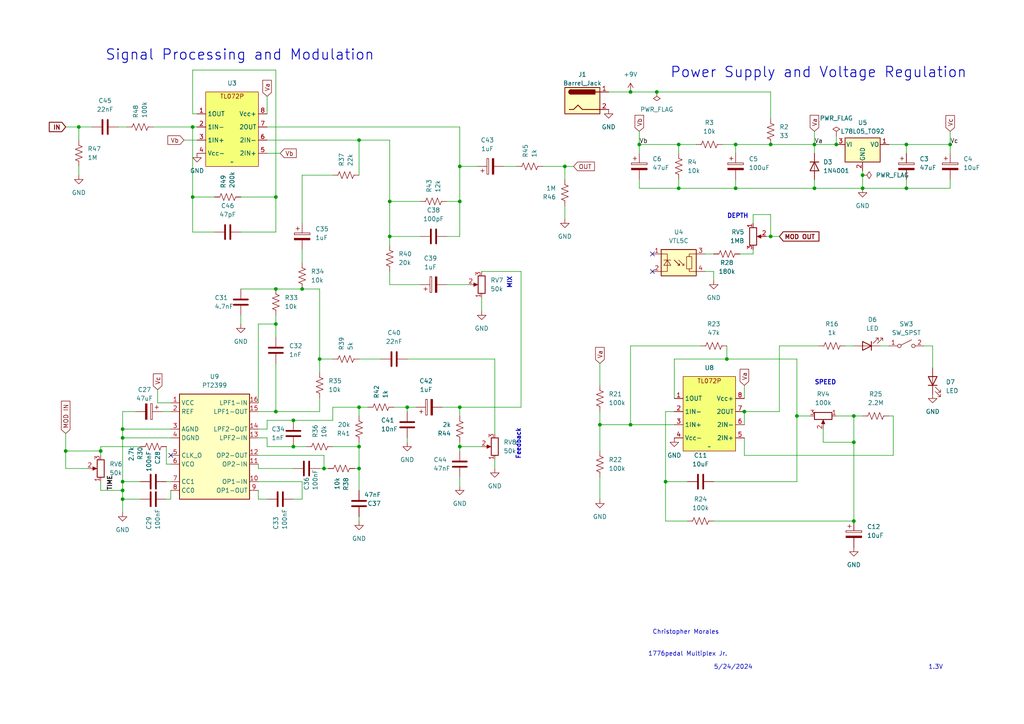
<source format=kicad_sch>
(kicad_sch (version 20230121) (generator eeschema)

  (uuid 945581ef-d816-4dc7-a2a9-80d654a2b375)

  (paper "A4")

  (lib_symbols
    (symbol "Audio:PT2399" (in_bom yes) (on_board yes)
      (property "Reference" "U" (at 0 17.78 0)
        (effects (font (size 1.27 1.27)))
      )
      (property "Value" "PT2399" (at 0 -17.78 0)
        (effects (font (size 1.27 1.27)))
      )
      (property "Footprint" "" (at 0 -10.16 0)
        (effects (font (size 1.27 1.27)) hide)
      )
      (property "Datasheet" "http://sound.westhost.com/pt2399.pdf" (at 0 -10.16 0)
        (effects (font (size 1.27 1.27)) hide)
      )
      (property "ki_keywords" "CMOS ADC DAC 44K Digital processing VCO" (at 0 0 0)
        (effects (font (size 1.27 1.27)) hide)
      )
      (property "ki_description" "Echo Processor IC" (at 0 0 0)
        (effects (font (size 1.27 1.27)) hide)
      )
      (property "ki_fp_filters" "DIP-16*" (at 0 0 0)
        (effects (font (size 1.27 1.27)) hide)
      )
      (symbol "PT2399_0_1"
        (rectangle (start -10.16 15.24) (end 10.16 -15.24)
          (stroke (width 0.254) (type default))
          (fill (type background))
        )
      )
      (symbol "PT2399_1_1"
        (pin power_in line (at -12.7 12.7 0) (length 2.54)
          (name "VCC" (effects (font (size 1.27 1.27))))
          (number "1" (effects (font (size 1.27 1.27))))
        )
        (pin input line (at 12.7 -10.16 180) (length 2.54)
          (name "OP1-IN" (effects (font (size 1.27 1.27))))
          (number "10" (effects (font (size 1.27 1.27))))
        )
        (pin input line (at 12.7 -5.08 180) (length 2.54)
          (name "OP2-IN" (effects (font (size 1.27 1.27))))
          (number "11" (effects (font (size 1.27 1.27))))
        )
        (pin output line (at 12.7 -2.54 180) (length 2.54)
          (name "OP2-OUT" (effects (font (size 1.27 1.27))))
          (number "12" (effects (font (size 1.27 1.27))))
        )
        (pin input line (at 12.7 2.54 180) (length 2.54)
          (name "LPF2-IN" (effects (font (size 1.27 1.27))))
          (number "13" (effects (font (size 1.27 1.27))))
        )
        (pin output line (at 12.7 5.08 180) (length 2.54)
          (name "LPF2-OUT" (effects (font (size 1.27 1.27))))
          (number "14" (effects (font (size 1.27 1.27))))
        )
        (pin output line (at 12.7 10.16 180) (length 2.54)
          (name "LPF1-OUT" (effects (font (size 1.27 1.27))))
          (number "15" (effects (font (size 1.27 1.27))))
        )
        (pin input line (at 12.7 12.7 180) (length 2.54)
          (name "LPF1-IN" (effects (font (size 1.27 1.27))))
          (number "16" (effects (font (size 1.27 1.27))))
        )
        (pin passive line (at -12.7 10.16 0) (length 2.54)
          (name "REF" (effects (font (size 1.27 1.27))))
          (number "2" (effects (font (size 1.27 1.27))))
        )
        (pin power_in line (at -12.7 5.08 0) (length 2.54)
          (name "AGND" (effects (font (size 1.27 1.27))))
          (number "3" (effects (font (size 1.27 1.27))))
        )
        (pin power_in line (at -12.7 2.54 0) (length 2.54)
          (name "DGND" (effects (font (size 1.27 1.27))))
          (number "4" (effects (font (size 1.27 1.27))))
        )
        (pin passive line (at -12.7 -2.54 0) (length 2.54)
          (name "CLK_O" (effects (font (size 1.27 1.27))))
          (number "5" (effects (font (size 1.27 1.27))))
        )
        (pin passive line (at -12.7 -5.08 0) (length 2.54)
          (name "VCO" (effects (font (size 1.27 1.27))))
          (number "6" (effects (font (size 1.27 1.27))))
        )
        (pin passive line (at -12.7 -10.16 0) (length 2.54)
          (name "CC1" (effects (font (size 1.27 1.27))))
          (number "7" (effects (font (size 1.27 1.27))))
        )
        (pin passive line (at -12.7 -12.7 0) (length 2.54)
          (name "CC0" (effects (font (size 1.27 1.27))))
          (number "8" (effects (font (size 1.27 1.27))))
        )
        (pin output line (at 12.7 -12.7 180) (length 2.54)
          (name "OP1-OUT" (effects (font (size 1.27 1.27))))
          (number "9" (effects (font (size 1.27 1.27))))
        )
      )
    )
    (symbol "Connector:Barrel_Jack" (pin_names (offset 1.016)) (in_bom yes) (on_board yes)
      (property "Reference" "J" (at 0 5.334 0)
        (effects (font (size 1.27 1.27)))
      )
      (property "Value" "Barrel_Jack" (at 0 -5.08 0)
        (effects (font (size 1.27 1.27)))
      )
      (property "Footprint" "" (at 1.27 -1.016 0)
        (effects (font (size 1.27 1.27)) hide)
      )
      (property "Datasheet" "~" (at 1.27 -1.016 0)
        (effects (font (size 1.27 1.27)) hide)
      )
      (property "ki_keywords" "DC power barrel jack connector" (at 0 0 0)
        (effects (font (size 1.27 1.27)) hide)
      )
      (property "ki_description" "DC Barrel Jack" (at 0 0 0)
        (effects (font (size 1.27 1.27)) hide)
      )
      (property "ki_fp_filters" "BarrelJack*" (at 0 0 0)
        (effects (font (size 1.27 1.27)) hide)
      )
      (symbol "Barrel_Jack_0_1"
        (rectangle (start -5.08 3.81) (end 5.08 -3.81)
          (stroke (width 0.254) (type default))
          (fill (type background))
        )
        (arc (start -3.302 3.175) (mid -3.9343 2.54) (end -3.302 1.905)
          (stroke (width 0.254) (type default))
          (fill (type none))
        )
        (arc (start -3.302 3.175) (mid -3.9343 2.54) (end -3.302 1.905)
          (stroke (width 0.254) (type default))
          (fill (type outline))
        )
        (polyline
          (pts
            (xy 5.08 2.54)
            (xy 3.81 2.54)
          )
          (stroke (width 0.254) (type default))
          (fill (type none))
        )
        (polyline
          (pts
            (xy -3.81 -2.54)
            (xy -2.54 -2.54)
            (xy -1.27 -1.27)
            (xy 0 -2.54)
            (xy 2.54 -2.54)
            (xy 5.08 -2.54)
          )
          (stroke (width 0.254) (type default))
          (fill (type none))
        )
        (rectangle (start 3.683 3.175) (end -3.302 1.905)
          (stroke (width 0.254) (type default))
          (fill (type outline))
        )
      )
      (symbol "Barrel_Jack_1_1"
        (pin passive line (at 7.62 2.54 180) (length 2.54)
          (name "~" (effects (font (size 1.27 1.27))))
          (number "1" (effects (font (size 1.27 1.27))))
        )
        (pin passive line (at 7.62 -2.54 180) (length 2.54)
          (name "~" (effects (font (size 1.27 1.27))))
          (number "2" (effects (font (size 1.27 1.27))))
        )
      )
    )
    (symbol "Device:C" (pin_numbers hide) (pin_names (offset 0.254)) (in_bom yes) (on_board yes)
      (property "Reference" "C" (at 0.635 2.54 0)
        (effects (font (size 1.27 1.27)) (justify left))
      )
      (property "Value" "C" (at 0.635 -2.54 0)
        (effects (font (size 1.27 1.27)) (justify left))
      )
      (property "Footprint" "" (at 0.9652 -3.81 0)
        (effects (font (size 1.27 1.27)) hide)
      )
      (property "Datasheet" "~" (at 0 0 0)
        (effects (font (size 1.27 1.27)) hide)
      )
      (property "ki_keywords" "cap capacitor" (at 0 0 0)
        (effects (font (size 1.27 1.27)) hide)
      )
      (property "ki_description" "Unpolarized capacitor" (at 0 0 0)
        (effects (font (size 1.27 1.27)) hide)
      )
      (property "ki_fp_filters" "C_*" (at 0 0 0)
        (effects (font (size 1.27 1.27)) hide)
      )
      (symbol "C_0_1"
        (polyline
          (pts
            (xy -2.032 -0.762)
            (xy 2.032 -0.762)
          )
          (stroke (width 0.508) (type default))
          (fill (type none))
        )
        (polyline
          (pts
            (xy -2.032 0.762)
            (xy 2.032 0.762)
          )
          (stroke (width 0.508) (type default))
          (fill (type none))
        )
      )
      (symbol "C_1_1"
        (pin passive line (at 0 3.81 270) (length 2.794)
          (name "~" (effects (font (size 1.27 1.27))))
          (number "1" (effects (font (size 1.27 1.27))))
        )
        (pin passive line (at 0 -3.81 90) (length 2.794)
          (name "~" (effects (font (size 1.27 1.27))))
          (number "2" (effects (font (size 1.27 1.27))))
        )
      )
    )
    (symbol "Device:C_Polarized" (pin_numbers hide) (pin_names (offset 0.254)) (in_bom yes) (on_board yes)
      (property "Reference" "C" (at 0.635 2.54 0)
        (effects (font (size 1.27 1.27)) (justify left))
      )
      (property "Value" "C_Polarized" (at 0.635 -2.54 0)
        (effects (font (size 1.27 1.27)) (justify left))
      )
      (property "Footprint" "" (at 0.9652 -3.81 0)
        (effects (font (size 1.27 1.27)) hide)
      )
      (property "Datasheet" "~" (at 0 0 0)
        (effects (font (size 1.27 1.27)) hide)
      )
      (property "ki_keywords" "cap capacitor" (at 0 0 0)
        (effects (font (size 1.27 1.27)) hide)
      )
      (property "ki_description" "Polarized capacitor" (at 0 0 0)
        (effects (font (size 1.27 1.27)) hide)
      )
      (property "ki_fp_filters" "CP_*" (at 0 0 0)
        (effects (font (size 1.27 1.27)) hide)
      )
      (symbol "C_Polarized_0_1"
        (rectangle (start -2.286 0.508) (end 2.286 1.016)
          (stroke (width 0) (type default))
          (fill (type none))
        )
        (polyline
          (pts
            (xy -1.778 2.286)
            (xy -0.762 2.286)
          )
          (stroke (width 0) (type default))
          (fill (type none))
        )
        (polyline
          (pts
            (xy -1.27 2.794)
            (xy -1.27 1.778)
          )
          (stroke (width 0) (type default))
          (fill (type none))
        )
        (rectangle (start 2.286 -0.508) (end -2.286 -1.016)
          (stroke (width 0) (type default))
          (fill (type outline))
        )
      )
      (symbol "C_Polarized_1_1"
        (pin passive line (at 0 3.81 270) (length 2.794)
          (name "~" (effects (font (size 1.27 1.27))))
          (number "1" (effects (font (size 1.27 1.27))))
        )
        (pin passive line (at 0 -3.81 90) (length 2.794)
          (name "~" (effects (font (size 1.27 1.27))))
          (number "2" (effects (font (size 1.27 1.27))))
        )
      )
    )
    (symbol "Device:LED" (pin_numbers hide) (pin_names (offset 1.016) hide) (in_bom yes) (on_board yes)
      (property "Reference" "D" (at 0 2.54 0)
        (effects (font (size 1.27 1.27)))
      )
      (property "Value" "LED" (at 0 -2.54 0)
        (effects (font (size 1.27 1.27)))
      )
      (property "Footprint" "" (at 0 0 0)
        (effects (font (size 1.27 1.27)) hide)
      )
      (property "Datasheet" "~" (at 0 0 0)
        (effects (font (size 1.27 1.27)) hide)
      )
      (property "ki_keywords" "LED diode" (at 0 0 0)
        (effects (font (size 1.27 1.27)) hide)
      )
      (property "ki_description" "Light emitting diode" (at 0 0 0)
        (effects (font (size 1.27 1.27)) hide)
      )
      (property "ki_fp_filters" "LED* LED_SMD:* LED_THT:*" (at 0 0 0)
        (effects (font (size 1.27 1.27)) hide)
      )
      (symbol "LED_0_1"
        (polyline
          (pts
            (xy -1.27 -1.27)
            (xy -1.27 1.27)
          )
          (stroke (width 0.254) (type default))
          (fill (type none))
        )
        (polyline
          (pts
            (xy -1.27 0)
            (xy 1.27 0)
          )
          (stroke (width 0) (type default))
          (fill (type none))
        )
        (polyline
          (pts
            (xy 1.27 -1.27)
            (xy 1.27 1.27)
            (xy -1.27 0)
            (xy 1.27 -1.27)
          )
          (stroke (width 0.254) (type default))
          (fill (type none))
        )
        (polyline
          (pts
            (xy -3.048 -0.762)
            (xy -4.572 -2.286)
            (xy -3.81 -2.286)
            (xy -4.572 -2.286)
            (xy -4.572 -1.524)
          )
          (stroke (width 0) (type default))
          (fill (type none))
        )
        (polyline
          (pts
            (xy -1.778 -0.762)
            (xy -3.302 -2.286)
            (xy -2.54 -2.286)
            (xy -3.302 -2.286)
            (xy -3.302 -1.524)
          )
          (stroke (width 0) (type default))
          (fill (type none))
        )
      )
      (symbol "LED_1_1"
        (pin passive line (at -3.81 0 0) (length 2.54)
          (name "K" (effects (font (size 1.27 1.27))))
          (number "1" (effects (font (size 1.27 1.27))))
        )
        (pin passive line (at 3.81 0 180) (length 2.54)
          (name "A" (effects (font (size 1.27 1.27))))
          (number "2" (effects (font (size 1.27 1.27))))
        )
      )
    )
    (symbol "Device:R_Potentiometer" (pin_names (offset 1.016) hide) (in_bom yes) (on_board yes)
      (property "Reference" "RV" (at -4.445 0 90)
        (effects (font (size 1.27 1.27)))
      )
      (property "Value" "R_Potentiometer" (at -2.54 0 90)
        (effects (font (size 1.27 1.27)))
      )
      (property "Footprint" "" (at 0 0 0)
        (effects (font (size 1.27 1.27)) hide)
      )
      (property "Datasheet" "~" (at 0 0 0)
        (effects (font (size 1.27 1.27)) hide)
      )
      (property "ki_keywords" "resistor variable" (at 0 0 0)
        (effects (font (size 1.27 1.27)) hide)
      )
      (property "ki_description" "Potentiometer" (at 0 0 0)
        (effects (font (size 1.27 1.27)) hide)
      )
      (property "ki_fp_filters" "Potentiometer*" (at 0 0 0)
        (effects (font (size 1.27 1.27)) hide)
      )
      (symbol "R_Potentiometer_0_1"
        (polyline
          (pts
            (xy 2.54 0)
            (xy 1.524 0)
          )
          (stroke (width 0) (type default))
          (fill (type none))
        )
        (polyline
          (pts
            (xy 1.143 0)
            (xy 2.286 0.508)
            (xy 2.286 -0.508)
            (xy 1.143 0)
          )
          (stroke (width 0) (type default))
          (fill (type outline))
        )
        (rectangle (start 1.016 2.54) (end -1.016 -2.54)
          (stroke (width 0.254) (type default))
          (fill (type none))
        )
      )
      (symbol "R_Potentiometer_1_1"
        (pin passive line (at 0 3.81 270) (length 1.27)
          (name "1" (effects (font (size 1.27 1.27))))
          (number "1" (effects (font (size 1.27 1.27))))
        )
        (pin passive line (at 3.81 0 180) (length 1.27)
          (name "2" (effects (font (size 1.27 1.27))))
          (number "2" (effects (font (size 1.27 1.27))))
        )
        (pin passive line (at 0 -3.81 90) (length 1.27)
          (name "3" (effects (font (size 1.27 1.27))))
          (number "3" (effects (font (size 1.27 1.27))))
        )
      )
    )
    (symbol "Device:R_US" (pin_numbers hide) (pin_names (offset 0)) (in_bom yes) (on_board yes)
      (property "Reference" "R" (at 2.54 0 90)
        (effects (font (size 1.27 1.27)))
      )
      (property "Value" "R_US" (at -2.54 0 90)
        (effects (font (size 1.27 1.27)))
      )
      (property "Footprint" "" (at 1.016 -0.254 90)
        (effects (font (size 1.27 1.27)) hide)
      )
      (property "Datasheet" "~" (at 0 0 0)
        (effects (font (size 1.27 1.27)) hide)
      )
      (property "ki_keywords" "R res resistor" (at 0 0 0)
        (effects (font (size 1.27 1.27)) hide)
      )
      (property "ki_description" "Resistor, US symbol" (at 0 0 0)
        (effects (font (size 1.27 1.27)) hide)
      )
      (property "ki_fp_filters" "R_*" (at 0 0 0)
        (effects (font (size 1.27 1.27)) hide)
      )
      (symbol "R_US_0_1"
        (polyline
          (pts
            (xy 0 -2.286)
            (xy 0 -2.54)
          )
          (stroke (width 0) (type default))
          (fill (type none))
        )
        (polyline
          (pts
            (xy 0 2.286)
            (xy 0 2.54)
          )
          (stroke (width 0) (type default))
          (fill (type none))
        )
        (polyline
          (pts
            (xy 0 -0.762)
            (xy 1.016 -1.143)
            (xy 0 -1.524)
            (xy -1.016 -1.905)
            (xy 0 -2.286)
          )
          (stroke (width 0) (type default))
          (fill (type none))
        )
        (polyline
          (pts
            (xy 0 0.762)
            (xy 1.016 0.381)
            (xy 0 0)
            (xy -1.016 -0.381)
            (xy 0 -0.762)
          )
          (stroke (width 0) (type default))
          (fill (type none))
        )
        (polyline
          (pts
            (xy 0 2.286)
            (xy 1.016 1.905)
            (xy 0 1.524)
            (xy -1.016 1.143)
            (xy 0 0.762)
          )
          (stroke (width 0) (type default))
          (fill (type none))
        )
      )
      (symbol "R_US_1_1"
        (pin passive line (at 0 3.81 270) (length 1.27)
          (name "~" (effects (font (size 1.27 1.27))))
          (number "1" (effects (font (size 1.27 1.27))))
        )
        (pin passive line (at 0 -3.81 90) (length 1.27)
          (name "~" (effects (font (size 1.27 1.27))))
          (number "2" (effects (font (size 1.27 1.27))))
        )
      )
    )
    (symbol "Diode:1N4001" (pin_numbers hide) (pin_names hide) (in_bom yes) (on_board yes)
      (property "Reference" "D" (at 0 2.54 0)
        (effects (font (size 1.27 1.27)))
      )
      (property "Value" "1N4001" (at 0 -2.54 0)
        (effects (font (size 1.27 1.27)))
      )
      (property "Footprint" "Diode_THT:D_DO-41_SOD81_P10.16mm_Horizontal" (at 0 0 0)
        (effects (font (size 1.27 1.27)) hide)
      )
      (property "Datasheet" "http://www.vishay.com/docs/88503/1n4001.pdf" (at 0 0 0)
        (effects (font (size 1.27 1.27)) hide)
      )
      (property "Sim.Device" "D" (at 0 0 0)
        (effects (font (size 1.27 1.27)) hide)
      )
      (property "Sim.Pins" "1=K 2=A" (at 0 0 0)
        (effects (font (size 1.27 1.27)) hide)
      )
      (property "ki_keywords" "diode" (at 0 0 0)
        (effects (font (size 1.27 1.27)) hide)
      )
      (property "ki_description" "50V 1A General Purpose Rectifier Diode, DO-41" (at 0 0 0)
        (effects (font (size 1.27 1.27)) hide)
      )
      (property "ki_fp_filters" "D*DO?41*" (at 0 0 0)
        (effects (font (size 1.27 1.27)) hide)
      )
      (symbol "1N4001_0_1"
        (polyline
          (pts
            (xy -1.27 1.27)
            (xy -1.27 -1.27)
          )
          (stroke (width 0.254) (type default))
          (fill (type none))
        )
        (polyline
          (pts
            (xy 1.27 0)
            (xy -1.27 0)
          )
          (stroke (width 0) (type default))
          (fill (type none))
        )
        (polyline
          (pts
            (xy 1.27 1.27)
            (xy 1.27 -1.27)
            (xy -1.27 0)
            (xy 1.27 1.27)
          )
          (stroke (width 0.254) (type default))
          (fill (type none))
        )
      )
      (symbol "1N4001_1_1"
        (pin passive line (at -3.81 0 0) (length 2.54)
          (name "K" (effects (font (size 1.27 1.27))))
          (number "1" (effects (font (size 1.27 1.27))))
        )
        (pin passive line (at 3.81 0 180) (length 2.54)
          (name "A" (effects (font (size 1.27 1.27))))
          (number "2" (effects (font (size 1.27 1.27))))
        )
      )
    )
    (symbol "Isolator:VTL5C" (pin_names (offset 1.016) hide) (in_bom yes) (on_board yes)
      (property "Reference" "U" (at 0 5.08 0)
        (effects (font (size 1.27 1.27)))
      )
      (property "Value" "VTL5C" (at 0 -5.08 0)
        (effects (font (size 1.27 1.27)))
      )
      (property "Footprint" "OptoDevice:PerkinElmer_VTL5C" (at 0 0 0)
        (effects (font (size 1.27 1.27)) hide)
      )
      (property "Datasheet" "http://www.qsl.net/wa1ion/vactrol/vactrol.pdf" (at 1.27 -6.35 0)
        (effects (font (size 1.27 1.27)) hide)
      )
      (property "ki_keywords" "vactrol" (at 0 0 0)
        (effects (font (size 1.27 1.27)) hide)
      )
      (property "ki_description" "Low Cost Axial Vactrols" (at 0 0 0)
        (effects (font (size 1.27 1.27)) hide)
      )
      (property "ki_fp_filters" "PerkinElmer*VTL5C*" (at 0 0 0)
        (effects (font (size 1.27 1.27)) hide)
      )
      (symbol "VTL5C_0_1"
        (rectangle (start -5.08 3.81) (end 5.08 -3.81)
          (stroke (width 0.254) (type default))
          (fill (type background))
        )
        (polyline
          (pts
            (xy -4.318 0.762)
            (xy -2.286 0.762)
          )
          (stroke (width 0) (type default))
          (fill (type none))
        )
        (polyline
          (pts
            (xy -1.27 0.762)
            (xy 0.254 -0.762)
          )
          (stroke (width 0) (type default))
          (fill (type none))
        )
        (polyline
          (pts
            (xy -1.27 0.762)
            (xy 0.254 -0.762)
          )
          (stroke (width 0) (type default))
          (fill (type none))
        )
        (polyline
          (pts
            (xy 0 0.762)
            (xy 1.524 -0.762)
          )
          (stroke (width 0) (type default))
          (fill (type none))
        )
        (polyline
          (pts
            (xy 0.254 -0.254)
            (xy 0.254 -0.762)
            (xy -0.254 -0.762)
          )
          (stroke (width 0) (type default))
          (fill (type none))
        )
        (polyline
          (pts
            (xy 0.254 -0.254)
            (xy 0.254 -0.762)
            (xy -0.254 -0.762)
          )
          (stroke (width 0) (type default))
          (fill (type none))
        )
        (polyline
          (pts
            (xy 1.524 -0.254)
            (xy 1.524 -0.762)
            (xy 1.016 -0.762)
          )
          (stroke (width 0) (type default))
          (fill (type none))
        )
        (polyline
          (pts
            (xy 3.048 -1.778)
            (xy 3.048 -2.54)
            (xy 5.08 -2.54)
          )
          (stroke (width 0) (type default))
          (fill (type none))
        )
        (polyline
          (pts
            (xy 3.048 1.778)
            (xy 3.048 2.54)
            (xy 5.08 2.54)
          )
          (stroke (width 0) (type default))
          (fill (type none))
        )
        (polyline
          (pts
            (xy -5.08 -2.54)
            (xy -3.302 -2.54)
            (xy -3.302 2.54)
            (xy -5.08 2.54)
          )
          (stroke (width 0) (type default))
          (fill (type none))
        )
        (rectangle (start 2.286 1.778) (end 3.81 -1.778)
          (stroke (width 0) (type default))
          (fill (type none))
        )
      )
      (symbol "VTL5C_1_1"
        (polyline
          (pts
            (xy -4.318 -0.762)
            (xy -3.302 0.762)
            (xy -2.286 -0.762)
            (xy -4.318 -0.762)
          )
          (stroke (width 0) (type default))
          (fill (type none))
        )
        (pin passive line (at -7.62 2.54 0) (length 2.54)
          (name "-" (effects (font (size 1.27 1.27))))
          (number "1" (effects (font (size 1.27 1.27))))
        )
        (pin passive line (at -7.62 -2.54 0) (length 2.54)
          (name "+" (effects (font (size 1.27 1.27))))
          (number "2" (effects (font (size 1.27 1.27))))
        )
        (pin passive line (at 7.62 2.54 180) (length 2.54)
          (name "~" (effects (font (size 1.27 1.27))))
          (number "3" (effects (font (size 1.27 1.27))))
        )
        (pin passive line (at 7.62 -2.54 180) (length 2.54)
          (name "~" (effects (font (size 1.27 1.27))))
          (number "4" (effects (font (size 1.27 1.27))))
        )
      )
    )
    (symbol "New_Library:TL072P" (in_bom yes) (on_board yes)
      (property "Reference" "U" (at 0 6.35 0)
        (effects (font (size 1.27 1.27)))
      )
      (property "Value" "" (at 0 6.35 0)
        (effects (font (size 1.27 1.27)))
      )
      (property "Footprint" "" (at 0 6.35 0)
        (effects (font (size 1.27 1.27)) hide)
      )
      (property "Datasheet" "" (at 0 6.35 0)
        (effects (font (size 1.27 1.27)) hide)
      )
      (symbol "TL072P_0_0"
        (text_box ""
          (at -7.62 26.67 0) (size 15.24 -21.59)
          (stroke (width 0) (type default))
          (fill (type color) (color 245 255 120 1))
          (effects (font (size 1.27 1.27)) (justify left top))
        )
      )
      (symbol "TL072P_1_1"
        (text "TL072P\n" (at 0 25.4 0)
          (effects (font (size 1.27 1.27)))
        )
        (pin output line (at -10.16 20.32 0) (length 2.54)
          (name "1OUT" (effects (font (size 1.27 1.27))))
          (number "1" (effects (font (size 1.27 1.27))))
        )
        (pin input line (at -10.16 16.51 0) (length 2.54)
          (name "1IN-" (effects (font (size 1.27 1.27))))
          (number "2" (effects (font (size 1.27 1.27))))
        )
        (pin input line (at -10.16 12.7 0) (length 2.54)
          (name "1IN+" (effects (font (size 1.27 1.27))))
          (number "3" (effects (font (size 1.27 1.27))))
        )
        (pin power_in line (at -10.16 8.89 0) (length 2.54)
          (name "Vcc-" (effects (font (size 1.27 1.27))))
          (number "4" (effects (font (size 1.27 1.27))))
        )
        (pin input line (at 10.16 8.89 180) (length 2.54)
          (name "2IN+" (effects (font (size 1.27 1.27))))
          (number "5" (effects (font (size 1.27 1.27))))
        )
        (pin input line (at 10.16 12.7 180) (length 2.54)
          (name "2IN-" (effects (font (size 1.27 1.27))))
          (number "6" (effects (font (size 1.27 1.27))))
        )
        (pin output line (at 10.16 16.51 180) (length 2.54)
          (name "2OUT" (effects (font (size 1.27 1.27))))
          (number "7" (effects (font (size 1.27 1.27))))
        )
        (pin power_in line (at 10.16 20.32 180) (length 2.54)
          (name "Vcc+" (effects (font (size 1.27 1.27))))
          (number "8" (effects (font (size 1.27 1.27))))
        )
      )
    )
    (symbol "Regulator_Linear:L78L05_TO92" (pin_names (offset 0.254)) (in_bom yes) (on_board yes)
      (property "Reference" "U" (at -3.81 3.175 0)
        (effects (font (size 1.27 1.27)))
      )
      (property "Value" "L78L05_TO92" (at 0 3.175 0)
        (effects (font (size 1.27 1.27)) (justify left))
      )
      (property "Footprint" "Package_TO_SOT_THT:TO-92_Inline" (at 0 5.715 0)
        (effects (font (size 1.27 1.27) italic) hide)
      )
      (property "Datasheet" "http://www.st.com/content/ccc/resource/technical/document/datasheet/15/55/e5/aa/23/5b/43/fd/CD00000446.pdf/files/CD00000446.pdf/jcr:content/translations/en.CD00000446.pdf" (at 0 -1.27 0)
        (effects (font (size 1.27 1.27)) hide)
      )
      (property "ki_keywords" "Voltage Regulator 100mA Positive" (at 0 0 0)
        (effects (font (size 1.27 1.27)) hide)
      )
      (property "ki_description" "Positive 100mA 30V Linear Regulator, Fixed Output 5V, TO-92" (at 0 0 0)
        (effects (font (size 1.27 1.27)) hide)
      )
      (property "ki_fp_filters" "TO?92*" (at 0 0 0)
        (effects (font (size 1.27 1.27)) hide)
      )
      (symbol "L78L05_TO92_0_1"
        (rectangle (start -5.08 -5.08) (end 5.08 1.905)
          (stroke (width 0.254) (type default))
          (fill (type background))
        )
      )
      (symbol "L78L05_TO92_1_1"
        (pin power_out line (at 7.62 0 180) (length 2.54)
          (name "VO" (effects (font (size 1.27 1.27))))
          (number "1" (effects (font (size 1.27 1.27))))
        )
        (pin power_in line (at 0 -7.62 90) (length 2.54)
          (name "GND" (effects (font (size 1.27 1.27))))
          (number "2" (effects (font (size 1.27 1.27))))
        )
        (pin power_in line (at -7.62 0 0) (length 2.54)
          (name "VI" (effects (font (size 1.27 1.27))))
          (number "3" (effects (font (size 1.27 1.27))))
        )
      )
    )
    (symbol "Switch:SW_SPST" (pin_names (offset 0) hide) (in_bom yes) (on_board yes)
      (property "Reference" "SW" (at 0 3.175 0)
        (effects (font (size 1.27 1.27)))
      )
      (property "Value" "SW_SPST" (at 0 -2.54 0)
        (effects (font (size 1.27 1.27)))
      )
      (property "Footprint" "" (at 0 0 0)
        (effects (font (size 1.27 1.27)) hide)
      )
      (property "Datasheet" "~" (at 0 0 0)
        (effects (font (size 1.27 1.27)) hide)
      )
      (property "ki_keywords" "switch lever" (at 0 0 0)
        (effects (font (size 1.27 1.27)) hide)
      )
      (property "ki_description" "Single Pole Single Throw (SPST) switch" (at 0 0 0)
        (effects (font (size 1.27 1.27)) hide)
      )
      (symbol "SW_SPST_0_0"
        (circle (center -2.032 0) (radius 0.508)
          (stroke (width 0) (type default))
          (fill (type none))
        )
        (polyline
          (pts
            (xy -1.524 0.254)
            (xy 1.524 1.778)
          )
          (stroke (width 0) (type default))
          (fill (type none))
        )
        (circle (center 2.032 0) (radius 0.508)
          (stroke (width 0) (type default))
          (fill (type none))
        )
      )
      (symbol "SW_SPST_1_1"
        (pin passive line (at -5.08 0 0) (length 2.54)
          (name "A" (effects (font (size 1.27 1.27))))
          (number "1" (effects (font (size 1.27 1.27))))
        )
        (pin passive line (at 5.08 0 180) (length 2.54)
          (name "B" (effects (font (size 1.27 1.27))))
          (number "2" (effects (font (size 1.27 1.27))))
        )
      )
    )
    (symbol "power:+9V" (power) (pin_names (offset 0)) (in_bom yes) (on_board yes)
      (property "Reference" "#PWR" (at 0 -3.81 0)
        (effects (font (size 1.27 1.27)) hide)
      )
      (property "Value" "+9V" (at 0 3.556 0)
        (effects (font (size 1.27 1.27)))
      )
      (property "Footprint" "" (at 0 0 0)
        (effects (font (size 1.27 1.27)) hide)
      )
      (property "Datasheet" "" (at 0 0 0)
        (effects (font (size 1.27 1.27)) hide)
      )
      (property "ki_keywords" "global power" (at 0 0 0)
        (effects (font (size 1.27 1.27)) hide)
      )
      (property "ki_description" "Power symbol creates a global label with name \"+9V\"" (at 0 0 0)
        (effects (font (size 1.27 1.27)) hide)
      )
      (symbol "+9V_0_1"
        (polyline
          (pts
            (xy -0.762 1.27)
            (xy 0 2.54)
          )
          (stroke (width 0) (type default))
          (fill (type none))
        )
        (polyline
          (pts
            (xy 0 0)
            (xy 0 2.54)
          )
          (stroke (width 0) (type default))
          (fill (type none))
        )
        (polyline
          (pts
            (xy 0 2.54)
            (xy 0.762 1.27)
          )
          (stroke (width 0) (type default))
          (fill (type none))
        )
      )
      (symbol "+9V_1_1"
        (pin power_in line (at 0 0 90) (length 0) hide
          (name "+9V" (effects (font (size 1.27 1.27))))
          (number "1" (effects (font (size 1.27 1.27))))
        )
      )
    )
    (symbol "power:GND" (power) (pin_names (offset 0)) (in_bom yes) (on_board yes)
      (property "Reference" "#PWR" (at 0 -6.35 0)
        (effects (font (size 1.27 1.27)) hide)
      )
      (property "Value" "GND" (at 0 -3.81 0)
        (effects (font (size 1.27 1.27)))
      )
      (property "Footprint" "" (at 0 0 0)
        (effects (font (size 1.27 1.27)) hide)
      )
      (property "Datasheet" "" (at 0 0 0)
        (effects (font (size 1.27 1.27)) hide)
      )
      (property "ki_keywords" "global power" (at 0 0 0)
        (effects (font (size 1.27 1.27)) hide)
      )
      (property "ki_description" "Power symbol creates a global label with name \"GND\" , ground" (at 0 0 0)
        (effects (font (size 1.27 1.27)) hide)
      )
      (symbol "GND_0_1"
        (polyline
          (pts
            (xy 0 0)
            (xy 0 -1.27)
            (xy 1.27 -1.27)
            (xy 0 -2.54)
            (xy -1.27 -1.27)
            (xy 0 -1.27)
          )
          (stroke (width 0) (type default))
          (fill (type none))
        )
      )
      (symbol "GND_1_1"
        (pin power_in line (at 0 0 270) (length 0) hide
          (name "GND" (effects (font (size 1.27 1.27))))
          (number "1" (effects (font (size 1.27 1.27))))
        )
      )
    )
    (symbol "power:PWR_FLAG" (power) (pin_numbers hide) (pin_names (offset 0) hide) (in_bom yes) (on_board yes)
      (property "Reference" "#FLG" (at 0 1.905 0)
        (effects (font (size 1.27 1.27)) hide)
      )
      (property "Value" "PWR_FLAG" (at 0 3.81 0)
        (effects (font (size 1.27 1.27)))
      )
      (property "Footprint" "" (at 0 0 0)
        (effects (font (size 1.27 1.27)) hide)
      )
      (property "Datasheet" "~" (at 0 0 0)
        (effects (font (size 1.27 1.27)) hide)
      )
      (property "ki_keywords" "flag power" (at 0 0 0)
        (effects (font (size 1.27 1.27)) hide)
      )
      (property "ki_description" "Special symbol for telling ERC where power comes from" (at 0 0 0)
        (effects (font (size 1.27 1.27)) hide)
      )
      (symbol "PWR_FLAG_0_0"
        (pin power_out line (at 0 0 90) (length 0)
          (name "pwr" (effects (font (size 1.27 1.27))))
          (number "1" (effects (font (size 1.27 1.27))))
        )
      )
      (symbol "PWR_FLAG_0_1"
        (polyline
          (pts
            (xy 0 0)
            (xy 0 1.27)
            (xy -1.016 1.905)
            (xy 0 2.54)
            (xy 1.016 1.905)
            (xy 0 1.27)
          )
          (stroke (width 0) (type default))
          (fill (type none))
        )
      )
    )
  )

  (junction (at 242.57 41.91) (diameter 0) (color 0 0 0 0)
    (uuid 05e54318-b818-44da-94d7-ad68234da10b)
  )
  (junction (at 213.36 41.91) (diameter 0) (color 0 0 0 0)
    (uuid 05f1d4a3-0248-4c43-bc31-18555581083a)
  )
  (junction (at 113.03 58.42) (diameter 0) (color 0 0 0 0)
    (uuid 083494ba-f483-4b4f-be85-e86a53cbcaea)
  )
  (junction (at 185.42 41.91) (diameter 0) (color 0 0 0 0)
    (uuid 0e12b8fe-1cb1-4b6d-92f1-8a64162b27ec)
  )
  (junction (at 55.88 57.15) (diameter 0) (color 0 0 0 0)
    (uuid 0e6f6e86-5420-40b8-9df3-aa3a3df10a8e)
  )
  (junction (at 85.09 121.92) (diameter 0) (color 0 0 0 0)
    (uuid 10c81f5a-e521-432d-b8d6-c2894479b131)
  )
  (junction (at 29.21 130.81) (diameter 0) (color 0 0 0 0)
    (uuid 110205ff-d2cf-4c5b-9fd7-ae74913544d2)
  )
  (junction (at 190.5 26.67) (diameter 0) (color 0 0 0 0)
    (uuid 13f1d081-439e-4414-a45d-2295ae84c2be)
  )
  (junction (at 193.04 139.7) (diameter 0) (color 0 0 0 0)
    (uuid 141e76b2-0e63-4145-b2db-bc876ac405ba)
  )
  (junction (at 35.56 144.78) (diameter 0) (color 0 0 0 0)
    (uuid 1424c7e7-d0a4-454d-b628-fee61ce9ce03)
  )
  (junction (at 262.89 54.61) (diameter 0) (color 0 0 0 0)
    (uuid 14d6e169-94bc-4f2b-9f0f-54339f4ae918)
  )
  (junction (at 247.65 120.65) (diameter 0) (color 0 0 0 0)
    (uuid 19974093-d7d9-4c2b-a6ae-f271afc455e0)
  )
  (junction (at 173.99 123.19) (diameter 0) (color 0 0 0 0)
    (uuid 1b300ec3-ad1e-4880-8dad-5f75a640daab)
  )
  (junction (at 231.14 120.65) (diameter 0) (color 0 0 0 0)
    (uuid 238efa0c-c63d-41f6-ba5a-2c684933869a)
  )
  (junction (at 85.09 129.54) (diameter 0) (color 0 0 0 0)
    (uuid 2a06e7d9-e9dc-48fc-8aa3-c85fe435947f)
  )
  (junction (at 133.35 118.11) (diameter 0) (color 0 0 0 0)
    (uuid 30599857-d6df-4c2b-981c-c0e911fde8e6)
  )
  (junction (at 223.52 68.58) (diameter 0) (color 0 0 0 0)
    (uuid 34e78ed0-6162-41b5-a6d7-4d64a8a2ec4d)
  )
  (junction (at 223.52 41.91) (diameter 0) (color 0 0 0 0)
    (uuid 3647813e-f24c-46a9-a8de-cbe8ddedf416)
  )
  (junction (at 182.88 123.19) (diameter 0) (color 0 0 0 0)
    (uuid 372aa477-680c-42a7-ad26-621e8d6012e9)
  )
  (junction (at 247.65 151.13) (diameter 0) (color 0 0 0 0)
    (uuid 37a126c0-872d-4bf0-a554-4c2c3ffd73c8)
  )
  (junction (at 80.01 83.82) (diameter 0) (color 0 0 0 0)
    (uuid 41673931-f551-47a8-b262-e47b1a8eb0c4)
  )
  (junction (at 163.83 48.26) (diameter 0) (color 0 0 0 0)
    (uuid 42ee6eed-cf9d-4c94-8bb0-a09e66c7778b)
  )
  (junction (at 104.14 129.54) (diameter 0) (color 0 0 0 0)
    (uuid 43e321eb-8ca6-4a52-abdf-5a0375526659)
  )
  (junction (at 262.89 41.91) (diameter 0) (color 0 0 0 0)
    (uuid 460e4d12-efb7-446d-906f-e7743e9010c8)
  )
  (junction (at 182.88 26.67) (diameter 0) (color 0 0 0 0)
    (uuid 4659777a-f304-4778-bf21-9962d0d820cf)
  )
  (junction (at 275.59 41.91) (diameter 0) (color 0 0 0 0)
    (uuid 46c71d23-87ee-4c60-856a-5303b3d253a1)
  )
  (junction (at 247.65 128.27) (diameter 0) (color 0 0 0 0)
    (uuid 52fe01e5-3543-4e57-8dc3-5c42f149a0a3)
  )
  (junction (at 35.56 127) (diameter 0) (color 0 0 0 0)
    (uuid 5b455e52-ca6c-42e1-b60a-4594e0f355ce)
  )
  (junction (at 133.35 129.54) (diameter 0) (color 0 0 0 0)
    (uuid 5f7adab1-8d67-42e1-ae8c-4dbffcb60f05)
  )
  (junction (at 80.01 119.38) (diameter 0) (color 0 0 0 0)
    (uuid 609f8aa3-a610-4a5a-8a9a-6d4d802f1f60)
  )
  (junction (at 80.01 93.98) (diameter 0) (color 0 0 0 0)
    (uuid 62c53e60-96cd-4deb-91fe-cc3e871682cb)
  )
  (junction (at 113.03 68.58) (diameter 0) (color 0 0 0 0)
    (uuid 64d44566-9974-4039-ae0b-add0c759aa0d)
  )
  (junction (at 104.14 135.89) (diameter 0) (color 0 0 0 0)
    (uuid 6712f7e7-dbeb-46c5-ac7a-783fb4ed04a2)
  )
  (junction (at 104.14 40.64) (diameter 0) (color 0 0 0 0)
    (uuid 68d04506-e216-475e-9acd-0a99fb5036f6)
  )
  (junction (at 22.86 36.83) (diameter 0) (color 0 0 0 0)
    (uuid 749cfe22-69c7-417f-88be-683cc99a7ca1)
  )
  (junction (at 80.01 57.15) (diameter 0) (color 0 0 0 0)
    (uuid 7b7a978c-e3f1-4bd4-a2af-228a75575241)
  )
  (junction (at 87.63 83.82) (diameter 0) (color 0 0 0 0)
    (uuid 7d0bde84-55e4-4e64-9f52-c20775a91e19)
  )
  (junction (at 104.14 118.11) (diameter 0) (color 0 0 0 0)
    (uuid 823f5c30-df33-47fc-bb33-fae292b21b3f)
  )
  (junction (at 35.56 139.7) (diameter 0) (color 0 0 0 0)
    (uuid 86e9fe56-52b3-4910-b8bb-b2432f9b6065)
  )
  (junction (at 118.11 118.11) (diameter 0) (color 0 0 0 0)
    (uuid 8896bb23-a3e0-4fd3-b813-7c5d7f0fd164)
  )
  (junction (at 250.19 54.61) (diameter 0) (color 0 0 0 0)
    (uuid 8cc4c46d-5b1e-4130-a781-786cd0164922)
  )
  (junction (at 210.82 104.14) (diameter 0) (color 0 0 0 0)
    (uuid 922d82fb-62ed-4747-af28-0d183dbcef78)
  )
  (junction (at 35.56 124.46) (diameter 0) (color 0 0 0 0)
    (uuid 9a0deecc-25d7-497a-ae8e-977ed12f7378)
  )
  (junction (at 19.05 130.81) (diameter 0) (color 0 0 0 0)
    (uuid a2a69bfe-556e-4159-bffe-9095da9f8e33)
  )
  (junction (at 93.98 135.89) (diameter 0) (color 0 0 0 0)
    (uuid a650ca00-90a7-4f41-8a89-32c88812d45b)
  )
  (junction (at 133.35 48.26) (diameter 0) (color 0 0 0 0)
    (uuid a883d2c7-2627-45f0-8ac8-028eb8cd2e4d)
  )
  (junction (at 215.9 119.38) (diameter 0) (color 0 0 0 0)
    (uuid a9161643-3c91-473d-af70-9951e62c4150)
  )
  (junction (at 250.19 50.8) (diameter 0) (color 0 0 0 0)
    (uuid b243fd5e-fbfb-483f-b3f8-8aaaf3bcc256)
  )
  (junction (at 35.56 142.24) (diameter 0) (color 0 0 0 0)
    (uuid b451eff7-df9b-4179-9b30-0beaa7e8526f)
  )
  (junction (at 236.22 54.61) (diameter 0) (color 0 0 0 0)
    (uuid c0fc9b5f-ef75-4583-a1fa-cac3d1dba3d5)
  )
  (junction (at 196.85 54.61) (diameter 0) (color 0 0 0 0)
    (uuid c599ee58-a1c6-4fab-a882-ee1dcf787683)
  )
  (junction (at 92.71 104.14) (diameter 0) (color 0 0 0 0)
    (uuid d4e2c9ff-baf9-4b10-bb04-9bed134fb184)
  )
  (junction (at 196.85 41.91) (diameter 0) (color 0 0 0 0)
    (uuid d69b8902-9cf6-4043-8645-0fbf74de8ebf)
  )
  (junction (at 133.35 58.42) (diameter 0) (color 0 0 0 0)
    (uuid e0c93e72-9178-4fe1-9a18-fd3472bd7691)
  )
  (junction (at 55.88 36.83) (diameter 0) (color 0 0 0 0)
    (uuid f6f13e6f-ff57-42ff-9d98-fa8fef42e565)
  )
  (junction (at 236.22 41.91) (diameter 0) (color 0 0 0 0)
    (uuid fbaabf99-fe77-4860-8364-3f3516b9712a)
  )
  (junction (at 213.36 54.61) (diameter 0) (color 0 0 0 0)
    (uuid fd071f20-113a-4545-96ad-8ce3c9942c58)
  )

  (no_connect (at 49.53 132.08) (uuid 30304fca-8a81-433e-8790-46103ba61868))
  (no_connect (at 189.23 73.66) (uuid 9221e7d6-c0d9-40a7-9894-448c74523efe))
  (no_connect (at 189.23 78.74) (uuid e4790fd5-532c-4d6c-b6f6-9e7f3fe3ffcf))

  (wire (pts (xy 92.71 115.57) (xy 92.71 119.38))
    (stroke (width 0) (type default))
    (uuid 024befa5-fcee-46bc-9e8d-6524b1781155)
  )
  (wire (pts (xy 22.86 50.8) (xy 22.86 48.26))
    (stroke (width 0) (type default))
    (uuid 02ed1d72-ca21-4f45-9e0d-7df797ac4848)
  )
  (wire (pts (xy 22.86 40.64) (xy 22.86 36.83))
    (stroke (width 0) (type default))
    (uuid 045246a7-cbf5-49ad-a0ab-47b51d6db1b1)
  )
  (wire (pts (xy 113.03 58.42) (xy 113.03 68.58))
    (stroke (width 0) (type default))
    (uuid 054c42b9-a46c-4b89-b5a9-e2014274eb1d)
  )
  (wire (pts (xy 35.56 119.38) (xy 35.56 124.46))
    (stroke (width 0) (type default))
    (uuid 055d5615-8878-46e1-b473-d479bd9e347d)
  )
  (wire (pts (xy 236.22 54.61) (xy 250.19 54.61))
    (stroke (width 0) (type default))
    (uuid 079ec219-185d-4870-bbe7-11e721e1c58c)
  )
  (wire (pts (xy 35.56 127) (xy 49.53 127))
    (stroke (width 0) (type default))
    (uuid 0c286448-0e1b-4b29-ae1d-902a3fe2b2c1)
  )
  (wire (pts (xy 35.56 124.46) (xy 35.56 127))
    (stroke (width 0) (type default))
    (uuid 0cd4fa8b-58d0-4e37-a15b-0309799c92d2)
  )
  (wire (pts (xy 77.47 40.64) (xy 104.14 40.64))
    (stroke (width 0) (type default))
    (uuid 0d23ff6f-906d-4730-8640-5fb676ca3b9f)
  )
  (wire (pts (xy 213.36 52.07) (xy 213.36 54.61))
    (stroke (width 0) (type default))
    (uuid 0d7e8938-2cf3-4400-b522-c0059f5120cb)
  )
  (wire (pts (xy 143.51 133.35) (xy 143.51 135.89))
    (stroke (width 0) (type default))
    (uuid 0ff12ad4-7f7e-49b4-a60c-4d3a5716c885)
  )
  (wire (pts (xy 92.71 135.89) (xy 93.98 135.89))
    (stroke (width 0) (type default))
    (uuid 116a4c4f-99bc-4a65-b3cb-0c84065737ad)
  )
  (wire (pts (xy 118.11 118.11) (xy 120.65 118.11))
    (stroke (width 0) (type default))
    (uuid 1191fa9a-b488-40ce-b2da-4208ef03c726)
  )
  (wire (pts (xy 35.56 139.7) (xy 35.56 142.24))
    (stroke (width 0) (type default))
    (uuid 11a099ec-c56d-439b-807b-ca6b4a1142fb)
  )
  (wire (pts (xy 80.01 20.32) (xy 80.01 57.15))
    (stroke (width 0) (type default))
    (uuid 12314310-9c12-4a34-bae2-f33c4748d74c)
  )
  (wire (pts (xy 104.14 50.8) (xy 104.14 40.64))
    (stroke (width 0) (type default))
    (uuid 12e59620-66a3-46c7-a8f6-959da31873ad)
  )
  (wire (pts (xy 218.44 62.23) (xy 218.44 64.77))
    (stroke (width 0) (type default))
    (uuid 13c12080-1b17-4223-91a4-ca17767dfc9a)
  )
  (wire (pts (xy 29.21 130.81) (xy 29.21 132.08))
    (stroke (width 0) (type default))
    (uuid 143d6d90-39f6-4e62-853e-fa24986773e4)
  )
  (wire (pts (xy 231.14 139.7) (xy 231.14 120.65))
    (stroke (width 0) (type default))
    (uuid 153ef50b-0094-4328-9e93-bbd1dd5ba1ec)
  )
  (wire (pts (xy 257.81 120.65) (xy 259.08 120.65))
    (stroke (width 0) (type default))
    (uuid 17f0bc06-5cf8-46da-b07e-518f2c16f999)
  )
  (wire (pts (xy 80.01 97.79) (xy 80.01 93.98))
    (stroke (width 0) (type default))
    (uuid 192f37e3-e1bb-4a2f-9058-b5cbcf811b49)
  )
  (wire (pts (xy 151.13 78.74) (xy 139.7 78.74))
    (stroke (width 0) (type default))
    (uuid 1a09805b-78cc-4aa7-b7c6-43da73d8319d)
  )
  (wire (pts (xy 173.99 105.41) (xy 173.99 111.76))
    (stroke (width 0) (type default))
    (uuid 1a0bd4de-7ace-42f8-a290-d01aa0b11562)
  )
  (wire (pts (xy 69.85 57.15) (xy 80.01 57.15))
    (stroke (width 0) (type default))
    (uuid 1bc63ca1-121f-4858-9d60-a491fa1b2d78)
  )
  (wire (pts (xy 207.01 81.28) (xy 207.01 78.74))
    (stroke (width 0) (type default))
    (uuid 1d9e34df-9f5f-47c6-8dcf-b50c26c56c0a)
  )
  (wire (pts (xy 104.14 104.14) (xy 110.49 104.14))
    (stroke (width 0) (type default))
    (uuid 1ec0d20b-e30f-41c1-ae7c-efb04af11cef)
  )
  (wire (pts (xy 182.88 123.19) (xy 182.88 100.33))
    (stroke (width 0) (type default))
    (uuid 20b022db-40cd-4d13-b5cc-a3eba4ca944d)
  )
  (wire (pts (xy 247.65 128.27) (xy 247.65 151.13))
    (stroke (width 0) (type default))
    (uuid 21cb303b-f547-4e57-b252-8276bc9ff3cd)
  )
  (wire (pts (xy 96.52 118.11) (xy 96.52 121.92))
    (stroke (width 0) (type default))
    (uuid 23be295f-8f9d-4dd2-bfe9-3d659a657e01)
  )
  (wire (pts (xy 77.47 127) (xy 77.47 129.54))
    (stroke (width 0) (type default))
    (uuid 250175f9-8485-46b9-9893-d446a1fa600e)
  )
  (wire (pts (xy 173.99 138.43) (xy 173.99 144.78))
    (stroke (width 0) (type default))
    (uuid 259a9a3f-f709-4337-b222-370f0dc4980a)
  )
  (wire (pts (xy 250.19 50.8) (xy 250.19 49.53))
    (stroke (width 0) (type default))
    (uuid 27997fab-56c8-43fc-8a98-771ddd7e0950)
  )
  (wire (pts (xy 118.11 118.11) (xy 118.11 119.38))
    (stroke (width 0) (type default))
    (uuid 27f9077b-234e-41fb-aec1-a9ef43d41d0f)
  )
  (wire (pts (xy 193.04 139.7) (xy 193.04 151.13))
    (stroke (width 0) (type default))
    (uuid 28f75c16-8879-4310-93b2-afa7920f4d01)
  )
  (wire (pts (xy 133.35 129.54) (xy 133.35 130.81))
    (stroke (width 0) (type default))
    (uuid 2995a265-ca2c-4b66-9a2e-b88ba7442ae5)
  )
  (wire (pts (xy 182.88 26.67) (xy 190.5 26.67))
    (stroke (width 0) (type default))
    (uuid 2bceb4ce-9242-40f5-821c-0dd0dd2869c1)
  )
  (wire (pts (xy 87.63 139.7) (xy 87.63 144.78))
    (stroke (width 0) (type default))
    (uuid 2c2effcb-5efb-4350-9a58-143d48802233)
  )
  (wire (pts (xy 133.35 58.42) (xy 133.35 68.58))
    (stroke (width 0) (type default))
    (uuid 2ce1435c-7581-413b-8a97-6fe7781a3a9f)
  )
  (wire (pts (xy 45.72 116.84) (xy 49.53 116.84))
    (stroke (width 0) (type default))
    (uuid 2d0c6250-d532-409f-88c9-08f70f744e2e)
  )
  (wire (pts (xy 55.88 36.83) (xy 57.15 36.83))
    (stroke (width 0) (type default))
    (uuid 2f370605-a6a5-4b32-bc34-9b71e4ed8687)
  )
  (wire (pts (xy 185.42 41.91) (xy 196.85 41.91))
    (stroke (width 0) (type default))
    (uuid 2fce2867-4e26-4dd9-8d1f-5c9043a5a1e9)
  )
  (wire (pts (xy 74.93 124.46) (xy 77.47 124.46))
    (stroke (width 0) (type default))
    (uuid 30318a6f-c0bc-4dbe-9942-8696a3ecf9b1)
  )
  (wire (pts (xy 163.83 52.07) (xy 163.83 48.26))
    (stroke (width 0) (type default))
    (uuid 33599e5f-920f-4e86-87bf-5e4cd95d7463)
  )
  (wire (pts (xy 193.04 139.7) (xy 199.39 139.7))
    (stroke (width 0) (type default))
    (uuid 33b349b5-d031-4b9d-a063-faeca243f581)
  )
  (wire (pts (xy 259.08 132.08) (xy 215.9 132.08))
    (stroke (width 0) (type default))
    (uuid 35dad3e4-f02b-412d-a689-4471bf011b77)
  )
  (wire (pts (xy 34.29 36.83) (xy 36.83 36.83))
    (stroke (width 0) (type default))
    (uuid 389737f6-11ac-4d3f-ab6b-168a4c5d1c96)
  )
  (wire (pts (xy 39.37 119.38) (xy 35.56 119.38))
    (stroke (width 0) (type default))
    (uuid 39510863-8328-4e8e-b30a-227a4e243ff4)
  )
  (wire (pts (xy 19.05 130.81) (xy 19.05 135.89))
    (stroke (width 0) (type default))
    (uuid 39df549e-a570-441c-91bd-6a76558fed3c)
  )
  (wire (pts (xy 93.98 132.08) (xy 93.98 135.89))
    (stroke (width 0) (type default))
    (uuid 3c2a03aa-7cbd-44dd-acc1-bcf3d60fe243)
  )
  (wire (pts (xy 80.01 119.38) (xy 92.71 119.38))
    (stroke (width 0) (type default))
    (uuid 3c7da550-a972-4bd3-96ea-592e165fdfc8)
  )
  (wire (pts (xy 80.01 93.98) (xy 80.01 91.44))
    (stroke (width 0) (type default))
    (uuid 3d6be80c-a078-4b3a-b700-4627f7e9c308)
  )
  (wire (pts (xy 257.81 41.91) (xy 262.89 41.91))
    (stroke (width 0) (type default))
    (uuid 3df5656d-eeec-4e07-8642-bb75ff6139dd)
  )
  (wire (pts (xy 262.89 52.07) (xy 262.89 54.61))
    (stroke (width 0) (type default))
    (uuid 40a8f87c-08f9-4505-9650-0d2b8b96e747)
  )
  (wire (pts (xy 29.21 139.7) (xy 29.21 142.24))
    (stroke (width 0) (type default))
    (uuid 4174cbc0-1e38-416e-ba26-a9d99f0a54d1)
  )
  (wire (pts (xy 118.11 127) (xy 118.11 128.27))
    (stroke (width 0) (type default))
    (uuid 422025e6-32e2-41c5-80d3-33c0165f83c9)
  )
  (wire (pts (xy 35.56 139.7) (xy 40.64 139.7))
    (stroke (width 0) (type default))
    (uuid 452dcc90-4a55-4cd0-86a6-9e7c6b7c9611)
  )
  (wire (pts (xy 207.01 139.7) (xy 231.14 139.7))
    (stroke (width 0) (type default))
    (uuid 45b1a6d6-57cf-417a-b24e-185630b4ba64)
  )
  (wire (pts (xy 151.13 78.74) (xy 151.13 118.11))
    (stroke (width 0) (type default))
    (uuid 464b0b9c-5429-4940-ba99-cce87718ada5)
  )
  (wire (pts (xy 163.83 48.26) (xy 157.48 48.26))
    (stroke (width 0) (type default))
    (uuid 48a03131-3899-4ed1-bff1-91bb8e09aaec)
  )
  (wire (pts (xy 81.28 44.45) (xy 77.47 44.45))
    (stroke (width 0) (type default))
    (uuid 4b727c46-2ef7-40f7-9d41-cbc16c067ec8)
  )
  (wire (pts (xy 143.51 104.14) (xy 143.51 125.73))
    (stroke (width 0) (type default))
    (uuid 4bc65a19-5384-4ac6-9645-0c20baae40fb)
  )
  (wire (pts (xy 133.35 48.26) (xy 133.35 36.83))
    (stroke (width 0) (type default))
    (uuid 4c5d1bc8-adf1-455f-9a0c-344aeeeef50f)
  )
  (wire (pts (xy 218.44 73.66) (xy 218.44 72.39))
    (stroke (width 0) (type default))
    (uuid 4e07c286-fa92-46c7-9d04-4cca7a932f4c)
  )
  (wire (pts (xy 114.3 118.11) (xy 118.11 118.11))
    (stroke (width 0) (type default))
    (uuid 4fbeb2e8-35ff-4712-a648-45f111e3100e)
  )
  (wire (pts (xy 87.63 83.82) (xy 92.71 83.82))
    (stroke (width 0) (type default))
    (uuid 4fc9b7a1-c4a2-4b44-a526-ebd7a7c71fd9)
  )
  (wire (pts (xy 118.11 104.14) (xy 143.51 104.14))
    (stroke (width 0) (type default))
    (uuid 5105c45a-a8ac-43f2-bc65-3db51f9b6308)
  )
  (wire (pts (xy 275.59 52.07) (xy 275.59 54.61))
    (stroke (width 0) (type default))
    (uuid 51061002-6914-4716-986f-c17998a93763)
  )
  (wire (pts (xy 250.19 54.61) (xy 262.89 54.61))
    (stroke (width 0) (type default))
    (uuid 52cb239a-ed0b-435d-af37-59fa028dd044)
  )
  (wire (pts (xy 231.14 120.65) (xy 231.14 104.14))
    (stroke (width 0) (type default))
    (uuid 52f2ef4a-b728-4653-a6ce-91d0dcb95514)
  )
  (wire (pts (xy 163.83 63.5) (xy 163.83 59.69))
    (stroke (width 0) (type default))
    (uuid 54502fab-2124-4f2c-b8f8-c5e5385503ee)
  )
  (wire (pts (xy 196.85 41.91) (xy 201.93 41.91))
    (stroke (width 0) (type default))
    (uuid 5761014b-fa85-4d5f-acf9-c2946e46ae16)
  )
  (wire (pts (xy 196.85 52.07) (xy 196.85 54.61))
    (stroke (width 0) (type default))
    (uuid 5828b7a0-d1f2-4a7f-bf53-f7ad55022f4d)
  )
  (wire (pts (xy 69.85 91.44) (xy 69.85 93.98))
    (stroke (width 0) (type default))
    (uuid 589d446e-65d4-485c-b98e-b38d1c8acbb9)
  )
  (wire (pts (xy 74.93 135.89) (xy 85.09 135.89))
    (stroke (width 0) (type default))
    (uuid 591a7d34-60e8-4e02-86c6-b36ce16a7110)
  )
  (wire (pts (xy 242.57 39.37) (xy 242.57 41.91))
    (stroke (width 0) (type default))
    (uuid 591dc20c-fda0-43af-8852-3b5ad9d3d303)
  )
  (wire (pts (xy 138.43 48.26) (xy 133.35 48.26))
    (stroke (width 0) (type default))
    (uuid 5b75e991-6e45-41b1-943f-b1d1639bb1e5)
  )
  (wire (pts (xy 133.35 48.26) (xy 133.35 58.42))
    (stroke (width 0) (type default))
    (uuid 5c9cdd42-44e2-48ec-b5cc-701a62e75cfa)
  )
  (wire (pts (xy 195.58 115.57) (xy 195.58 104.14))
    (stroke (width 0) (type default))
    (uuid 5dfb7116-381c-400b-bd96-4d8584cbf1c6)
  )
  (wire (pts (xy 133.35 118.11) (xy 133.35 120.65))
    (stroke (width 0) (type default))
    (uuid 63402f09-5eb7-47d8-83b3-307d0f4430b5)
  )
  (wire (pts (xy 80.01 83.82) (xy 69.85 83.82))
    (stroke (width 0) (type default))
    (uuid 678d0b61-90b2-4261-9334-d4220da1e1db)
  )
  (wire (pts (xy 87.63 72.39) (xy 87.63 76.2))
    (stroke (width 0) (type default))
    (uuid 67e7c6a9-e5dc-40ea-b131-e86bab47cf00)
  )
  (wire (pts (xy 223.52 62.23) (xy 218.44 62.23))
    (stroke (width 0) (type default))
    (uuid 684b81d0-658d-4e41-96c6-75219d6b8018)
  )
  (wire (pts (xy 87.63 50.8) (xy 96.52 50.8))
    (stroke (width 0) (type default))
    (uuid 68b98e08-3a38-4283-85b2-4755f4c6b597)
  )
  (wire (pts (xy 80.01 57.15) (xy 80.01 67.31))
    (stroke (width 0) (type default))
    (uuid 6a07dfa3-c076-435b-98e6-2354c8e2907b)
  )
  (wire (pts (xy 77.47 27.94) (xy 77.47 33.02))
    (stroke (width 0) (type default))
    (uuid 6a59250b-f85b-4b3d-b9df-e486cfa2b83d)
  )
  (wire (pts (xy 262.89 41.91) (xy 275.59 41.91))
    (stroke (width 0) (type default))
    (uuid 6a7a098f-c7f1-4ccf-a0d4-e8187a9b27c4)
  )
  (wire (pts (xy 193.04 119.38) (xy 193.04 139.7))
    (stroke (width 0) (type default))
    (uuid 6d1d76a2-b73e-4616-ab7a-94b15e7847ca)
  )
  (wire (pts (xy 215.9 119.38) (xy 226.06 119.38))
    (stroke (width 0) (type default))
    (uuid 6e9f68a8-f9c6-4a5d-b2ac-9255e630a170)
  )
  (wire (pts (xy 247.65 120.65) (xy 247.65 128.27))
    (stroke (width 0) (type default))
    (uuid 6eb4a85d-a786-4dd0-98d0-2e62864c92eb)
  )
  (wire (pts (xy 231.14 120.65) (xy 234.95 120.65))
    (stroke (width 0) (type default))
    (uuid 6f6ab5d9-607f-4022-b4ef-51dc1470c43d)
  )
  (wire (pts (xy 213.36 44.45) (xy 213.36 41.91))
    (stroke (width 0) (type default))
    (uuid 7066f5ae-fa55-4ff4-8c9f-0d1f1ccdf902)
  )
  (wire (pts (xy 185.42 54.61) (xy 196.85 54.61))
    (stroke (width 0) (type default))
    (uuid 706bb600-4f43-4956-8555-2adc8066930e)
  )
  (wire (pts (xy 128.27 118.11) (xy 133.35 118.11))
    (stroke (width 0) (type default))
    (uuid 7084a40c-fb7d-4341-9b31-eebfe41a9fe8)
  )
  (wire (pts (xy 207.01 151.13) (xy 247.65 151.13))
    (stroke (width 0) (type default))
    (uuid 70f6cbe3-a196-41e5-b2f2-ac8fd1d7c72d)
  )
  (wire (pts (xy 215.9 132.08) (xy 215.9 127))
    (stroke (width 0) (type default))
    (uuid 717ef770-17c3-4d39-a061-67302559e6cd)
  )
  (wire (pts (xy 80.01 105.41) (xy 80.01 119.38))
    (stroke (width 0) (type default))
    (uuid 74de8d18-2d8e-4d19-b408-0ac1fcf0354b)
  )
  (wire (pts (xy 113.03 71.12) (xy 113.03 68.58))
    (stroke (width 0) (type default))
    (uuid 74e90a50-2b0a-4505-8254-730725d587a1)
  )
  (wire (pts (xy 29.21 129.54) (xy 29.21 130.81))
    (stroke (width 0) (type default))
    (uuid 76dba00b-cd94-4171-a3f8-be4376d28445)
  )
  (wire (pts (xy 53.34 40.64) (xy 57.15 40.64))
    (stroke (width 0) (type default))
    (uuid 7719397a-bfe1-4298-96da-4fbb101aa783)
  )
  (wire (pts (xy 196.85 44.45) (xy 196.85 41.91))
    (stroke (width 0) (type default))
    (uuid 77aaa256-cfbd-4862-91e6-ff6edf5039de)
  )
  (wire (pts (xy 48.26 139.7) (xy 49.53 139.7))
    (stroke (width 0) (type default))
    (uuid 7a056bcb-98f8-4e8c-9ecf-70e76911ffe9)
  )
  (wire (pts (xy 49.53 144.78) (xy 49.53 142.24))
    (stroke (width 0) (type default))
    (uuid 7aa5d678-23c9-4f90-b585-315f4c9be330)
  )
  (wire (pts (xy 29.21 142.24) (xy 35.56 142.24))
    (stroke (width 0) (type default))
    (uuid 7f95a3fa-569e-42bb-acca-e5ffa8739a71)
  )
  (wire (pts (xy 77.47 121.92) (xy 85.09 121.92))
    (stroke (width 0) (type default))
    (uuid 805778b3-74b5-4f52-aae7-a4d8a82045ed)
  )
  (wire (pts (xy 113.03 40.64) (xy 104.14 40.64))
    (stroke (width 0) (type default))
    (uuid 80760dc0-15b0-4db5-9031-bf20e2b545cb)
  )
  (wire (pts (xy 223.52 41.91) (xy 236.22 41.91))
    (stroke (width 0) (type default))
    (uuid 813aabb6-0666-4db2-a775-6abec17b6c7b)
  )
  (wire (pts (xy 48.26 129.54) (xy 48.26 134.62))
    (stroke (width 0) (type default))
    (uuid 82571fa7-0b81-4bec-aab7-f88a8086c414)
  )
  (wire (pts (xy 104.14 129.54) (xy 104.14 128.27))
    (stroke (width 0) (type default))
    (uuid 82ebf918-9aff-4571-9639-1a4295ea848c)
  )
  (wire (pts (xy 77.47 129.54) (xy 85.09 129.54))
    (stroke (width 0) (type default))
    (uuid 836fff6a-363c-48bf-91ff-c04cea63cb37)
  )
  (wire (pts (xy 259.08 120.65) (xy 259.08 132.08))
    (stroke (width 0) (type default))
    (uuid 887a58ad-1974-4f7c-8c92-77b1205568d0)
  )
  (wire (pts (xy 245.11 100.33) (xy 247.65 100.33))
    (stroke (width 0) (type default))
    (uuid 89bd3e02-4022-451e-872e-a9d7787fa4d9)
  )
  (wire (pts (xy 182.88 123.19) (xy 195.58 123.19))
    (stroke (width 0) (type default))
    (uuid 8bd0f1d2-53da-4aa3-bcf2-4868d457ddb5)
  )
  (wire (pts (xy 87.63 50.8) (xy 87.63 64.77))
    (stroke (width 0) (type default))
    (uuid 8bec5f6c-cd38-4674-85dc-2278dd1cc2b8)
  )
  (wire (pts (xy 113.03 40.64) (xy 113.03 58.42))
    (stroke (width 0) (type default))
    (uuid 8d37aafb-b918-49e8-bf78-e063058ac361)
  )
  (wire (pts (xy 236.22 52.07) (xy 236.22 54.61))
    (stroke (width 0) (type default))
    (uuid 8e6c1b02-b30f-4961-a6c8-2be2d991ca4c)
  )
  (wire (pts (xy 85.09 129.54) (xy 88.9 129.54))
    (stroke (width 0) (type default))
    (uuid 90687c1b-90b0-44c7-b1f9-e8e8868e0194)
  )
  (wire (pts (xy 149.86 48.26) (xy 146.05 48.26))
    (stroke (width 0) (type default))
    (uuid 91419216-8216-4996-b937-4eac4db9f2e7)
  )
  (wire (pts (xy 210.82 100.33) (xy 210.82 104.14))
    (stroke (width 0) (type default))
    (uuid 91ab870c-1532-4248-95dc-724add480538)
  )
  (wire (pts (xy 57.15 33.02) (xy 55.88 33.02))
    (stroke (width 0) (type default))
    (uuid 968b2453-12ac-4f6f-912c-52a433da7572)
  )
  (wire (pts (xy 129.54 82.55) (xy 135.89 82.55))
    (stroke (width 0) (type default))
    (uuid 972ed35a-f2c7-4091-89e1-ac9b6c90d162)
  )
  (wire (pts (xy 236.22 38.1) (xy 236.22 41.91))
    (stroke (width 0) (type default))
    (uuid 9761e1d2-c1a7-406d-90b4-db8eeb169a84)
  )
  (wire (pts (xy 185.42 38.1) (xy 185.42 41.91))
    (stroke (width 0) (type default))
    (uuid 97b68e17-83e4-4d8c-8972-62e093a42548)
  )
  (wire (pts (xy 255.27 100.33) (xy 257.81 100.33))
    (stroke (width 0) (type default))
    (uuid 98a9223b-93d6-4914-8696-ad09642c82af)
  )
  (wire (pts (xy 173.99 123.19) (xy 173.99 130.81))
    (stroke (width 0) (type default))
    (uuid 999c78cb-2639-4b55-ade3-edf5bee8af50)
  )
  (wire (pts (xy 190.5 26.67) (xy 223.52 26.67))
    (stroke (width 0) (type default))
    (uuid 9a22f7ea-19bb-4fab-b6b2-74154be7d251)
  )
  (wire (pts (xy 93.98 135.89) (xy 95.25 135.89))
    (stroke (width 0) (type default))
    (uuid 9aa1aa4f-46f7-47ef-b0f7-e792b2f4f79a)
  )
  (wire (pts (xy 80.01 83.82) (xy 87.63 83.82))
    (stroke (width 0) (type default))
    (uuid 9b80164d-b95d-488c-bc2c-e8af6ec5289e)
  )
  (wire (pts (xy 223.52 68.58) (xy 223.52 62.23))
    (stroke (width 0) (type default))
    (uuid 9c96951b-4337-4ff8-a44c-5d1bfbf19cdb)
  )
  (wire (pts (xy 55.88 33.02) (xy 55.88 20.32))
    (stroke (width 0) (type default))
    (uuid 9e3ff934-0b66-4813-b2ae-cdb7fe3110f9)
  )
  (wire (pts (xy 173.99 119.38) (xy 173.99 123.19))
    (stroke (width 0) (type default))
    (uuid a15d5006-e1af-4ab0-a21d-ee31e3b439dc)
  )
  (wire (pts (xy 195.58 104.14) (xy 210.82 104.14))
    (stroke (width 0) (type default))
    (uuid a266ced2-c10b-4af3-b6dc-d093b70c8d23)
  )
  (wire (pts (xy 113.03 68.58) (xy 121.92 68.58))
    (stroke (width 0) (type default))
    (uuid a30beff5-8618-4ba4-a22d-9d739dc25cc3)
  )
  (wire (pts (xy 129.54 58.42) (xy 133.35 58.42))
    (stroke (width 0) (type default))
    (uuid a3e0a519-a37c-476c-9464-635b430436e2)
  )
  (wire (pts (xy 77.47 124.46) (xy 77.47 121.92))
    (stroke (width 0) (type default))
    (uuid a4b37f2a-5826-4ae7-babe-9ff5c4bf375e)
  )
  (wire (pts (xy 29.21 129.54) (xy 40.64 129.54))
    (stroke (width 0) (type default))
    (uuid a4f50518-6ad8-4a38-8895-204fdefc349d)
  )
  (wire (pts (xy 77.47 144.78) (xy 74.93 144.78))
    (stroke (width 0) (type default))
    (uuid a593b42b-7ee0-4bea-b762-35d2523d4d48)
  )
  (wire (pts (xy 226.06 100.33) (xy 237.49 100.33))
    (stroke (width 0) (type default))
    (uuid a60bfcbd-d9c4-4a09-955c-71c8970804e6)
  )
  (wire (pts (xy 185.42 44.45) (xy 185.42 41.91))
    (stroke (width 0) (type default))
    (uuid a645d569-c66a-4d67-89f3-da4d91a97c98)
  )
  (wire (pts (xy 236.22 41.91) (xy 242.57 41.91))
    (stroke (width 0) (type default))
    (uuid a6a40538-685b-4706-a175-2835e1db7429)
  )
  (wire (pts (xy 262.89 54.61) (xy 275.59 54.61))
    (stroke (width 0) (type default))
    (uuid ab58a0b6-cc52-4df5-a2db-c51e1768bc52)
  )
  (wire (pts (xy 215.9 119.38) (xy 215.9 123.19))
    (stroke (width 0) (type default))
    (uuid ac0b69aa-f358-438a-ac4b-2457e6c4ecf4)
  )
  (wire (pts (xy 133.35 138.43) (xy 133.35 140.97))
    (stroke (width 0) (type default))
    (uuid ac518341-fa9d-4c04-b218-cb512ce4cc12)
  )
  (wire (pts (xy 213.36 54.61) (xy 236.22 54.61))
    (stroke (width 0) (type default))
    (uuid accbd27b-abaf-4908-b8e1-3e5b58bba119)
  )
  (wire (pts (xy 133.35 68.58) (xy 129.54 68.58))
    (stroke (width 0) (type default))
    (uuid adcda9e8-8213-4aa1-a9a1-418a97756e5d)
  )
  (wire (pts (xy 223.52 26.67) (xy 223.52 34.29))
    (stroke (width 0) (type default))
    (uuid af078061-7c01-43fe-ad45-2f1a3d3bb542)
  )
  (wire (pts (xy 104.14 118.11) (xy 104.14 120.65))
    (stroke (width 0) (type default))
    (uuid b099ffd2-695d-437d-94a0-13992502265f)
  )
  (wire (pts (xy 133.35 129.54) (xy 139.7 129.54))
    (stroke (width 0) (type default))
    (uuid b284b4fa-b02d-4407-b76a-0141102e750a)
  )
  (wire (pts (xy 133.35 36.83) (xy 77.47 36.83))
    (stroke (width 0) (type default))
    (uuid b2d0ba72-d222-45ce-933d-89593e56a3d3)
  )
  (wire (pts (xy 74.93 127) (xy 77.47 127))
    (stroke (width 0) (type default))
    (uuid b2d53592-a88c-43a0-a01c-33bb3b64e10a)
  )
  (wire (pts (xy 35.56 144.78) (xy 35.56 148.59))
    (stroke (width 0) (type default))
    (uuid b386f842-ce95-45f0-ae75-ddd66d50f0c7)
  )
  (wire (pts (xy 45.72 113.03) (xy 45.72 116.84))
    (stroke (width 0) (type default))
    (uuid b41bdac1-6d07-4c09-9af4-1dec85be50e5)
  )
  (wire (pts (xy 121.92 82.55) (xy 113.03 82.55))
    (stroke (width 0) (type default))
    (uuid b5440ca8-a711-4922-b40e-02389259d2c4)
  )
  (wire (pts (xy 209.55 41.91) (xy 213.36 41.91))
    (stroke (width 0) (type default))
    (uuid b807a80f-64ae-4b99-9866-565c58574cbf)
  )
  (wire (pts (xy 74.93 93.98) (xy 80.01 93.98))
    (stroke (width 0) (type default))
    (uuid b9357cc7-d6ee-4727-9aab-bbe667ec992b)
  )
  (wire (pts (xy 85.09 121.92) (xy 96.52 121.92))
    (stroke (width 0) (type default))
    (uuid b99bd80e-1ece-437c-90a7-ff66451a8b2f)
  )
  (wire (pts (xy 250.19 54.61) (xy 250.19 50.8))
    (stroke (width 0) (type default))
    (uuid b9ae3c96-e7a5-4c57-b8bd-14b35b8aeb7a)
  )
  (wire (pts (xy 19.05 135.89) (xy 25.4 135.89))
    (stroke (width 0) (type default))
    (uuid ba457914-dea5-446a-83c7-1ad735d205cb)
  )
  (wire (pts (xy 236.22 41.91) (xy 236.22 44.45))
    (stroke (width 0) (type default))
    (uuid bede7fe9-fd9c-454b-8176-0c82920c5e44)
  )
  (wire (pts (xy 19.05 125.73) (xy 19.05 130.81))
    (stroke (width 0) (type default))
    (uuid bf05e9f3-928a-4a44-8125-ae4f13388b2e)
  )
  (wire (pts (xy 133.35 118.11) (xy 151.13 118.11))
    (stroke (width 0) (type default))
    (uuid c286a9fa-81ac-454d-be1a-7830fe9e0bf7)
  )
  (wire (pts (xy 176.53 26.67) (xy 182.88 26.67))
    (stroke (width 0) (type default))
    (uuid c3edc0b5-b5e4-4875-a135-a102d23d5fc3)
  )
  (wire (pts (xy 22.86 36.83) (xy 19.05 36.83))
    (stroke (width 0) (type default))
    (uuid c6ef4917-577d-4198-8981-9d8d34d7b9ee)
  )
  (wire (pts (xy 48.26 144.78) (xy 49.53 144.78))
    (stroke (width 0) (type default))
    (uuid c738b8ef-6861-49a6-b192-7e9c28051bc1)
  )
  (wire (pts (xy 92.71 104.14) (xy 96.52 104.14))
    (stroke (width 0) (type default))
    (uuid c766dbd2-b2f2-4836-9661-5350c389d0da)
  )
  (wire (pts (xy 104.14 149.86) (xy 104.14 151.13))
    (stroke (width 0) (type default))
    (uuid c83563b2-3899-4419-a46d-709db3cca0f0)
  )
  (wire (pts (xy 139.7 86.36) (xy 139.7 90.17))
    (stroke (width 0) (type default))
    (uuid c8df26d1-6bd1-4361-b254-22189c282c5c)
  )
  (wire (pts (xy 92.71 104.14) (xy 92.71 107.95))
    (stroke (width 0) (type default))
    (uuid c9c78cca-d06f-43a8-a074-ef8abe48798b)
  )
  (wire (pts (xy 113.03 58.42) (xy 121.92 58.42))
    (stroke (width 0) (type default))
    (uuid ca1aef25-a8b5-4bef-b734-d1aa61d16581)
  )
  (wire (pts (xy 62.23 67.31) (xy 55.88 67.31))
    (stroke (width 0) (type default))
    (uuid ca420459-7d1c-4608-a5c8-6d9e9682161b)
  )
  (wire (pts (xy 74.93 144.78) (xy 74.93 142.24))
    (stroke (width 0) (type default))
    (uuid ca48f39f-ea9a-47e3-abe1-9aa7b2ed68ed)
  )
  (wire (pts (xy 19.05 130.81) (xy 29.21 130.81))
    (stroke (width 0) (type default))
    (uuid cbabd232-ab39-469b-a31e-bfb449a47f52)
  )
  (wire (pts (xy 182.88 100.33) (xy 203.2 100.33))
    (stroke (width 0) (type default))
    (uuid cc28e010-3067-436d-8a88-dd34b93cd3f7)
  )
  (wire (pts (xy 223.52 68.58) (xy 226.06 68.58))
    (stroke (width 0) (type default))
    (uuid cc71f9f6-e313-4678-8e98-aa60cf95f8c8)
  )
  (wire (pts (xy 35.56 124.46) (xy 49.53 124.46))
    (stroke (width 0) (type default))
    (uuid cd99a061-88d5-4a87-8553-1dd7564c1314)
  )
  (wire (pts (xy 74.93 139.7) (xy 87.63 139.7))
    (stroke (width 0) (type default))
    (uuid cdd0239b-63fd-43e3-99e9-8f1768079512)
  )
  (wire (pts (xy 22.86 36.83) (xy 26.67 36.83))
    (stroke (width 0) (type default))
    (uuid ce0c179e-7ead-4ad4-8e85-190720175a14)
  )
  (wire (pts (xy 74.93 132.08) (xy 93.98 132.08))
    (stroke (width 0) (type default))
    (uuid d19c4406-0064-417e-af62-3630993412eb)
  )
  (wire (pts (xy 55.88 57.15) (xy 62.23 57.15))
    (stroke (width 0) (type default))
    (uuid d40ed725-aa26-4419-a44b-ae8651ffac13)
  )
  (wire (pts (xy 222.25 68.58) (xy 223.52 68.58))
    (stroke (width 0) (type default))
    (uuid d475b4f4-941d-4098-aa57-755834dedc40)
  )
  (wire (pts (xy 74.93 93.98) (xy 74.93 116.84))
    (stroke (width 0) (type default))
    (uuid d4a43330-4e34-47ac-8a3a-ae5b2c51c30c)
  )
  (wire (pts (xy 213.36 41.91) (xy 223.52 41.91))
    (stroke (width 0) (type default))
    (uuid d618d0e3-40a9-413b-92dd-9d0878aa1554)
  )
  (wire (pts (xy 226.06 119.38) (xy 226.06 100.33))
    (stroke (width 0) (type default))
    (uuid d7155f0f-86ce-4fc6-8a35-ac3291d9d8b0)
  )
  (wire (pts (xy 207.01 78.74) (xy 204.47 78.74))
    (stroke (width 0) (type default))
    (uuid d7809c41-ecee-4c75-8057-9bb6134679dd)
  )
  (wire (pts (xy 55.88 36.83) (xy 55.88 57.15))
    (stroke (width 0) (type default))
    (uuid d870d35f-d170-46af-bb02-764dd66f4032)
  )
  (wire (pts (xy 46.99 119.38) (xy 49.53 119.38))
    (stroke (width 0) (type default))
    (uuid d8f7da5b-e229-499d-9f88-4bd07176c470)
  )
  (wire (pts (xy 69.85 67.31) (xy 80.01 67.31))
    (stroke (width 0) (type default))
    (uuid d90f2439-ac3f-4cf4-9dbb-03f438c95932)
  )
  (wire (pts (xy 35.56 142.24) (xy 35.56 144.78))
    (stroke (width 0) (type default))
    (uuid da34f485-f558-4921-8407-582623becf1e)
  )
  (wire (pts (xy 275.59 38.1) (xy 275.59 41.91))
    (stroke (width 0) (type default))
    (uuid db817f18-2748-4634-ac71-e25b27879c50)
  )
  (wire (pts (xy 104.14 135.89) (xy 104.14 129.54))
    (stroke (width 0) (type default))
    (uuid dbfbee81-1b73-47d4-9523-b528c38921c6)
  )
  (wire (pts (xy 133.35 128.27) (xy 133.35 129.54))
    (stroke (width 0) (type default))
    (uuid dc450dc0-a6fd-4d72-aaea-600bc4734080)
  )
  (wire (pts (xy 80.01 119.38) (xy 74.93 119.38))
    (stroke (width 0) (type default))
    (uuid dd8c8d48-070f-401a-9778-7f86f97d09c3)
  )
  (wire (pts (xy 96.52 118.11) (xy 104.14 118.11))
    (stroke (width 0) (type default))
    (uuid de407a3f-21f2-4843-a3e6-c9bdc68cd66b)
  )
  (wire (pts (xy 102.87 135.89) (xy 104.14 135.89))
    (stroke (width 0) (type default))
    (uuid df2eefda-0ca7-4af2-9a42-d64ebb2e5d34)
  )
  (wire (pts (xy 113.03 82.55) (xy 113.03 78.74))
    (stroke (width 0) (type default))
    (uuid e150bb27-e397-448a-9073-5846ff855b26)
  )
  (wire (pts (xy 173.99 123.19) (xy 182.88 123.19))
    (stroke (width 0) (type default))
    (uuid e256d0db-cab3-4c96-9ad4-242146fa33ea)
  )
  (wire (pts (xy 275.59 41.91) (xy 275.59 44.45))
    (stroke (width 0) (type default))
    (uuid e5063a9d-a7ef-4a4e-9898-f5c7b6a3f33a)
  )
  (wire (pts (xy 55.88 67.31) (xy 55.88 57.15))
    (stroke (width 0) (type default))
    (uuid e619c9a3-9b27-4d5b-9fa2-2e42afc64b8b)
  )
  (wire (pts (xy 214.63 73.66) (xy 218.44 73.66))
    (stroke (width 0) (type default))
    (uuid e6d6f50f-80b6-4603-bbe7-dd655e688730)
  )
  (wire (pts (xy 96.52 129.54) (xy 104.14 129.54))
    (stroke (width 0) (type default))
    (uuid e9530870-6a72-4bd3-be7b-820620674b48)
  )
  (wire (pts (xy 204.47 73.66) (xy 207.01 73.66))
    (stroke (width 0) (type default))
    (uuid ebf07b65-e8d1-43db-8250-7d84b44fe00f)
  )
  (wire (pts (xy 74.93 135.89) (xy 74.93 134.62))
    (stroke (width 0) (type default))
    (uuid ecb6eebc-16aa-4977-a77b-fdfa3498a71d)
  )
  (wire (pts (xy 195.58 119.38) (xy 193.04 119.38))
    (stroke (width 0) (type default))
    (uuid eced9560-7514-4a38-ae73-414724b82e8c)
  )
  (wire (pts (xy 196.85 54.61) (xy 213.36 54.61))
    (stroke (width 0) (type default))
    (uuid ed97be96-f8e9-45c5-ac83-29c296046a01)
  )
  (wire (pts (xy 35.56 144.78) (xy 40.64 144.78))
    (stroke (width 0) (type default))
    (uuid f040da0b-e82e-4353-b41d-1b250d73c0e2)
  )
  (wire (pts (xy 48.26 134.62) (xy 49.53 134.62))
    (stroke (width 0) (type default))
    (uuid f0523876-9c3f-42e6-83db-7714728e738e)
  )
  (wire (pts (xy 270.51 106.68) (xy 270.51 100.33))
    (stroke (width 0) (type default))
    (uuid f097c492-d01b-4462-b61a-a1b04b1f23fe)
  )
  (wire (pts (xy 238.76 128.27) (xy 247.65 128.27))
    (stroke (width 0) (type default))
    (uuid f1192923-b129-44b9-ba55-87747227cbf6)
  )
  (wire (pts (xy 210.82 104.14) (xy 231.14 104.14))
    (stroke (width 0) (type default))
    (uuid f1be1283-9ca4-44e1-9f4d-831f231b379c)
  )
  (wire (pts (xy 242.57 120.65) (xy 247.65 120.65))
    (stroke (width 0) (type default))
    (uuid f28712a5-d572-4f54-8b3a-0cd56c7b3ab7)
  )
  (wire (pts (xy 193.04 151.13) (xy 199.39 151.13))
    (stroke (width 0) (type default))
    (uuid f2cce9c2-3ed4-4bc2-a4ec-3a798b694fb3)
  )
  (wire (pts (xy 247.65 120.65) (xy 250.19 120.65))
    (stroke (width 0) (type default))
    (uuid f300ea17-e5d9-401d-95a9-feab3cfc3c0e)
  )
  (wire (pts (xy 104.14 135.89) (xy 104.14 142.24))
    (stroke (width 0) (type default))
    (uuid f30fad71-e224-4f25-9795-6da0a19ff184)
  )
  (wire (pts (xy 87.63 144.78) (xy 85.09 144.78))
    (stroke (width 0) (type default))
    (uuid f4131ad7-829e-405d-b8be-01dded11e5d4)
  )
  (wire (pts (xy 55.88 20.32) (xy 80.01 20.32))
    (stroke (width 0) (type default))
    (uuid f4ebb3a6-be45-4767-bb77-0f6b21f37295)
  )
  (wire (pts (xy 44.45 36.83) (xy 55.88 36.83))
    (stroke (width 0) (type default))
    (uuid f638514b-dd1e-47d5-b4d8-fef8c184196e)
  )
  (wire (pts (xy 35.56 127) (xy 35.56 139.7))
    (stroke (width 0) (type default))
    (uuid f73520ec-ab8f-462e-8939-1d7e3e686742)
  )
  (wire (pts (xy 185.42 52.07) (xy 185.42 54.61))
    (stroke (width 0) (type default))
    (uuid f86a09c4-1c77-45a2-8963-e72d27794553)
  )
  (wire (pts (xy 106.68 118.11) (xy 104.14 118.11))
    (stroke (width 0) (type default))
    (uuid f8717dd6-04e2-43ec-94b4-111bcdaaeb8c)
  )
  (wire (pts (xy 238.76 124.46) (xy 238.76 128.27))
    (stroke (width 0) (type default))
    (uuid f9fb6c20-2440-42b8-bb58-0f1b1a687d0c)
  )
  (wire (pts (xy 215.9 111.76) (xy 215.9 115.57))
    (stroke (width 0) (type default))
    (uuid fad97ab4-7beb-47c9-947d-457f29ceda42)
  )
  (wire (pts (xy 163.83 48.26) (xy 166.37 48.26))
    (stroke (width 0) (type default))
    (uuid fd3e2cf3-0059-4d7d-8087-2f5623ea4743)
  )
  (wire (pts (xy 92.71 83.82) (xy 92.71 104.14))
    (stroke (width 0) (type default))
    (uuid fd51fc76-06bb-4612-88a9-fb5fab1a7761)
  )
  (wire (pts (xy 270.51 100.33) (xy 267.97 100.33))
    (stroke (width 0) (type default))
    (uuid fe16b25c-8cbd-4400-80ec-777ff33184ec)
  )
  (wire (pts (xy 262.89 41.91) (xy 262.89 44.45))
    (stroke (width 0) (type default))
    (uuid fed14090-c3af-4e1d-99de-e417aed2f3ef)
  )

  (text "Christopher Morales" (at 189.23 184.15 0)
    (effects (font (size 1.27 1.27)) (justify left bottom))
    (uuid 1069be4e-81ac-4bc7-8fc7-391dc74ac154)
  )
  (text "Signal Processing and Modulation" (at 30.48 17.78 0)
    (effects (font (size 3 3) (thickness 0.254) bold) (justify left bottom))
    (uuid 1c667a24-6f12-4397-8ab1-4bebcdf93964)
  )
  (text "Power Supply and Voltage Regulation" (at 194.31 22.86 0)
    (effects (font (size 3 3) (thickness 0.254) bold) (justify left bottom))
    (uuid 39dbdefd-9a45-4423-9ed3-2b1fd47a4cc1)
  )
  (text "SPEED" (at 236.22 111.76 0)
    (effects (font (size 1.27 1.27) (thickness 0.254) bold) (justify left bottom))
    (uuid 4c4e2e81-b3b3-47ec-b41d-782e696982ea)
  )
  (text "1.3V" (at 269.24 194.31 0)
    (effects (font (size 1.27 1.27)) (justify left bottom))
    (uuid 522c2198-b296-4386-adaa-b774ce41500f)
  )
  (text "Feedback" (at 151.13 133.35 90)
    (effects (font (size 1.27 1.27) (thickness 0.254) bold) (justify left bottom))
    (uuid 69697f19-9b40-4fe0-abf4-6b279364492c)
  )
  (text "DEPTH" (at 210.82 63.5 0)
    (effects (font (size 1.27 1.27) (thickness 0.254) bold) (justify left bottom))
    (uuid 7aa70344-0e6d-4b0e-8792-5a30fe0ad7d9)
  )
  (text "1776pedal Multiplex Jr." (at 187.96 190.5 0)
    (effects (font (size 1.27 1.27)) (justify left bottom))
    (uuid 9c241400-f569-4bb4-a92c-de643957c4f7)
  )
  (text "5/24/2024" (at 207.01 194.31 0)
    (effects (font (size 1.27 1.27)) (justify left bottom))
    (uuid a8a96cfc-541b-449e-9d49-cb64f350aa39)
  )
  (text "MIX" (at 148.59 83.82 90)
    (effects (font (size 1.27 1.27) (thickness 0.254) bold) (justify left bottom))
    (uuid c043c30c-7b2f-4fdc-ba85-f9c6ca743ad3)
  )

  (label "TIME" (at 33.02 142.24 90) (fields_autoplaced)
    (effects (font (size 1.27 1.27) bold) (justify left bottom))
    (uuid 31061f43-460d-426a-9a2c-4905cea34f9f)
  )
  (label "Va" (at 236.22 41.91 0) (fields_autoplaced)
    (effects (font (size 1.27 1.27)) (justify left bottom))
    (uuid 85a83915-0977-49a9-ae59-c901a8657798)
  )
  (label "Vc" (at 275.59 41.91 0) (fields_autoplaced)
    (effects (font (size 1.27 1.27)) (justify left bottom))
    (uuid a68d9005-d491-47d4-87b3-cdf0780573c1)
  )
  (label "Vb" (at 185.42 41.91 0) (fields_autoplaced)
    (effects (font (size 1.27 1.27)) (justify left bottom))
    (uuid f80b4f90-c2f6-4bc2-b577-b2c689c8eb0c)
  )

  (global_label "Vc" (shape input) (at 45.72 113.03 90) (fields_autoplaced)
    (effects (font (size 1.27 1.27)) (justify left))
    (uuid 111efe10-e220-466e-a510-1f89f750a786)
    (property "Intersheetrefs" "${INTERSHEET_REFS}" (at 45.72 107.947 90)
      (effects (font (size 1.27 1.27)) (justify left) hide)
    )
  )
  (global_label "Va" (shape input) (at 215.9 111.76 90) (fields_autoplaced)
    (effects (font (size 1.27 1.27)) (justify left))
    (uuid 201f1931-6aa7-4a59-8c87-4c7034025aac)
    (property "Intersheetrefs" "${INTERSHEET_REFS}" (at 215.9 106.6166 90)
      (effects (font (size 1.27 1.27)) (justify left) hide)
    )
  )
  (global_label "Vb" (shape input) (at 185.42 38.1 90) (fields_autoplaced)
    (effects (font (size 1.27 1.27)) (justify left))
    (uuid 22499662-54b6-4ce9-9502-9dbcab048339)
    (property "Intersheetrefs" "${INTERSHEET_REFS}" (at 185.42 32.9566 90)
      (effects (font (size 1.27 1.27)) (justify left) hide)
    )
  )
  (global_label "Va" (shape input) (at 236.22 38.1 90) (fields_autoplaced)
    (effects (font (size 1.27 1.27)) (justify left))
    (uuid 295b6668-a7ad-4fbc-89ca-19eec98be1de)
    (property "Intersheetrefs" "${INTERSHEET_REFS}" (at 236.22 32.9566 90)
      (effects (font (size 1.27 1.27)) (justify left) hide)
    )
  )
  (global_label "Va" (shape input) (at 77.47 27.94 90) (fields_autoplaced)
    (effects (font (size 1.27 1.27)) (justify left))
    (uuid 37dbb941-1554-44b3-9d63-868be030b4cc)
    (property "Intersheetrefs" "${INTERSHEET_REFS}" (at 77.47 22.7966 90)
      (effects (font (size 1.27 1.27)) (justify left) hide)
    )
  )
  (global_label "Vc" (shape input) (at 275.59 38.1 90) (fields_autoplaced)
    (effects (font (size 1.27 1.27)) (justify left))
    (uuid 6b4edb31-8f17-4b2f-8020-b0fdad5ee03b)
    (property "Intersheetrefs" "${INTERSHEET_REFS}" (at 275.59 33.017 90)
      (effects (font (size 1.27 1.27)) (justify left) hide)
    )
  )
  (global_label "MOD IN" (shape input) (at 19.05 125.73 90) (fields_autoplaced)
    (effects (font (size 1.27 1.27)) (justify left))
    (uuid 7a699487-f1e7-4545-a0c3-80c9314826d7)
    (property "Intersheetrefs" "${INTERSHEET_REFS}" (at 19.05 115.8694 90)
      (effects (font (size 1.27 1.27)) (justify left) hide)
    )
  )
  (global_label "Va" (shape input) (at 173.99 105.41 90) (fields_autoplaced)
    (effects (font (size 1.27 1.27)) (justify left))
    (uuid 8685982e-5aeb-46ac-9573-4260a8c2629f)
    (property "Intersheetrefs" "${INTERSHEET_REFS}" (at 173.99 100.2666 90)
      (effects (font (size 1.27 1.27)) (justify left) hide)
    )
  )
  (global_label "OUT" (shape input) (at 166.37 48.26 0) (fields_autoplaced)
    (effects (font (size 1.27 1.27)) (justify left))
    (uuid a0e346f5-b0d3-4600-8d9a-e610da6c2273)
    (property "Intersheetrefs" "${INTERSHEET_REFS}" (at 172.9044 48.26 0)
      (effects (font (size 1.27 1.27)) (justify left) hide)
    )
  )
  (global_label "MOD OUT" (shape input) (at 226.06 68.58 0) (fields_autoplaced)
    (effects (font (size 1.27 1.27) bold) (justify left))
    (uuid b3ba4dd1-af4c-40ea-aef5-0995a9a6adee)
    (property "Intersheetrefs" "${INTERSHEET_REFS}" (at 238.0423 68.58 0)
      (effects (font (size 1.27 1.27)) (justify left) hide)
    )
  )
  (global_label "IN" (shape input) (at 19.05 36.83 180) (fields_autoplaced)
    (effects (font (size 1.27 1.27) bold) (justify right))
    (uuid b9aac175-1318-4d38-89b8-d05dacc7c7c5)
    (property "Intersheetrefs" "${INTERSHEET_REFS}" (at 13.7805 36.83 0)
      (effects (font (size 1.27 1.27)) (justify right) hide)
    )
  )
  (global_label "Vb" (shape input) (at 81.28 44.45 0) (fields_autoplaced)
    (effects (font (size 1.27 1.27)) (justify left))
    (uuid dd264c8b-c02c-4f0e-b94e-6259fe9bef67)
    (property "Intersheetrefs" "${INTERSHEET_REFS}" (at 86.4234 44.45 0)
      (effects (font (size 1.27 1.27)) (justify left) hide)
    )
  )
  (global_label "Vb" (shape input) (at 53.34 40.64 180) (fields_autoplaced)
    (effects (font (size 1.27 1.27)) (justify right))
    (uuid de9544b9-4549-4ced-b799-3625b4bab3c3)
    (property "Intersheetrefs" "${INTERSHEET_REFS}" (at 48.1966 40.64 0)
      (effects (font (size 1.27 1.27)) (justify right) hide)
    )
  )

  (symbol (lib_id "Device:C") (at 30.48 36.83 90) (unit 1)
    (in_bom yes) (on_board yes) (dnp no) (fields_autoplaced)
    (uuid 0329faea-4f7f-4cec-98d4-d7a9345a2338)
    (property "Reference" "C45" (at 30.48 29.21 90)
      (effects (font (size 1.27 1.27)))
    )
    (property "Value" "22nF" (at 30.48 31.75 90)
      (effects (font (size 1.27 1.27)))
    )
    (property "Footprint" "Capacitor_THT:C_Disc_D4.7mm_W2.5mm_P5.00mm" (at 34.29 35.8648 0)
      (effects (font (size 1.27 1.27)) hide)
    )
    (property "Datasheet" "~" (at 30.48 36.83 0)
      (effects (font (size 1.27 1.27)) hide)
    )
    (pin "1" (uuid 1dd503aa-78f5-431a-8330-4a42940aab90))
    (pin "2" (uuid efc76f77-be04-4b08-9479-fabcd64828b1))
    (instances
      (project "multiplex_jr"
        (path "/945581ef-d816-4dc7-a2a9-80d654a2b375"
          (reference "C45") (unit 1)
        )
      )
    )
  )

  (symbol (lib_id "Device:R_Potentiometer") (at 218.44 68.58 0) (unit 1)
    (in_bom yes) (on_board yes) (dnp no) (fields_autoplaced)
    (uuid 07f22455-2827-4f29-8384-00f198c53626)
    (property "Reference" "RV5" (at 215.9 67.31 0)
      (effects (font (size 1.27 1.27)) (justify right))
    )
    (property "Value" "1MB" (at 215.9 69.85 0)
      (effects (font (size 1.27 1.27)) (justify right))
    )
    (property "Footprint" "Potentiometer_THT:Potentiometer_Piher_T-16H_Single_Horizontal" (at 218.44 68.58 0)
      (effects (font (size 1.27 1.27)) hide)
    )
    (property "Datasheet" "~" (at 218.44 68.58 0)
      (effects (font (size 1.27 1.27)) hide)
    )
    (pin "1" (uuid e8c37d68-41a8-4c09-b0cf-035630e5bb3f))
    (pin "2" (uuid 8df82334-026c-447b-920b-61a55f1311ad))
    (pin "3" (uuid 45084d8c-b42e-4c60-99f3-84c48a4f02e0))
    (instances
      (project "multiplex_jr"
        (path "/945581ef-d816-4dc7-a2a9-80d654a2b375"
          (reference "RV5") (unit 1)
        )
      )
    )
  )

  (symbol (lib_id "Device:R_Potentiometer") (at 139.7 82.55 180) (unit 1)
    (in_bom yes) (on_board yes) (dnp no) (fields_autoplaced)
    (uuid 0d6e3966-0681-48f0-9d91-5fb26ee8ce06)
    (property "Reference" "RV7" (at 142.24 81.28 0)
      (effects (font (size 1.27 1.27)) (justify right))
    )
    (property "Value" "50k" (at 142.24 83.82 0)
      (effects (font (size 1.27 1.27)) (justify right))
    )
    (property "Footprint" "Potentiometer_THT:Potentiometer_Piher_T-16H_Single_Horizontal" (at 139.7 82.55 0)
      (effects (font (size 1.27 1.27)) hide)
    )
    (property "Datasheet" "~" (at 139.7 82.55 0)
      (effects (font (size 1.27 1.27)) hide)
    )
    (pin "1" (uuid 280f0baa-abed-4d59-9eb8-387c91b6afd9))
    (pin "2" (uuid 216f9915-2e77-4262-ad4a-ab3bd4138fb3))
    (pin "3" (uuid 9b51d7b1-9e80-4238-aac2-283fdee9e112))
    (instances
      (project "multiplex_jr"
        (path "/945581ef-d816-4dc7-a2a9-80d654a2b375"
          (reference "RV7") (unit 1)
        )
      )
    )
  )

  (symbol (lib_id "power:GND") (at 173.99 144.78 0) (unit 1)
    (in_bom yes) (on_board yes) (dnp no) (fields_autoplaced)
    (uuid 0eb1a73a-e7f8-4533-b1a7-79ec59dd83d1)
    (property "Reference" "#PWR010" (at 173.99 151.13 0)
      (effects (font (size 1.27 1.27)) hide)
    )
    (property "Value" "GND" (at 173.99 149.86 0)
      (effects (font (size 1.27 1.27)))
    )
    (property "Footprint" "" (at 173.99 144.78 0)
      (effects (font (size 1.27 1.27)) hide)
    )
    (property "Datasheet" "" (at 173.99 144.78 0)
      (effects (font (size 1.27 1.27)) hide)
    )
    (pin "1" (uuid 1a205b6d-2b80-4e16-836f-8d16cd453139))
    (instances
      (project "multiplex_jr"
        (path "/945581ef-d816-4dc7-a2a9-80d654a2b375"
          (reference "#PWR010") (unit 1)
        )
      )
    )
  )

  (symbol (lib_id "Device:R_US") (at 254 120.65 90) (unit 1)
    (in_bom yes) (on_board yes) (dnp no) (fields_autoplaced)
    (uuid 1106f88d-e4a0-43b9-a880-460fc9539864)
    (property "Reference" "R25" (at 254 114.3 90)
      (effects (font (size 1.27 1.27)))
    )
    (property "Value" "2.2M" (at 254 116.84 90)
      (effects (font (size 1.27 1.27)))
    )
    (property "Footprint" "Resistor_THT:R_Axial_DIN0207_L6.3mm_D2.5mm_P10.16mm_Horizontal" (at 254.254 119.634 90)
      (effects (font (size 1.27 1.27)) hide)
    )
    (property "Datasheet" "~" (at 254 120.65 0)
      (effects (font (size 1.27 1.27)) hide)
    )
    (pin "1" (uuid 862f7ccd-f883-49f4-8d05-896bfe48b328))
    (pin "2" (uuid 25b93282-0b59-46f0-830b-bdb503c6699b))
    (instances
      (project "multiplex_jr"
        (path "/945581ef-d816-4dc7-a2a9-80d654a2b375"
          (reference "R25") (unit 1)
        )
      )
    )
  )

  (symbol (lib_id "Device:C_Polarized") (at 275.59 48.26 0) (unit 1)
    (in_bom yes) (on_board yes) (dnp no) (fields_autoplaced)
    (uuid 18de6d0a-ad11-4326-b6ac-22cf1ce0fd6e)
    (property "Reference" "C4" (at 279.4 46.101 0)
      (effects (font (size 1.27 1.27)) (justify left))
    )
    (property "Value" "10uF" (at 279.4 48.641 0)
      (effects (font (size 1.27 1.27)) (justify left))
    )
    (property "Footprint" "Capacitor_THT:CP_Radial_D8.0mm_P3.50mm" (at 276.5552 52.07 0)
      (effects (font (size 1.27 1.27)) hide)
    )
    (property "Datasheet" "~" (at 275.59 48.26 0)
      (effects (font (size 1.27 1.27)) hide)
    )
    (pin "1" (uuid e9bd29cc-717d-4bd3-82f4-19054959ef06))
    (pin "2" (uuid a1b66682-b3e9-40f9-9759-b77c52eb3dbc))
    (instances
      (project "multiplex_jr"
        (path "/945581ef-d816-4dc7-a2a9-80d654a2b375"
          (reference "C4") (unit 1)
        )
      )
    )
  )

  (symbol (lib_id "power:PWR_FLAG") (at 190.5 26.67 180) (unit 1)
    (in_bom yes) (on_board yes) (dnp no) (fields_autoplaced)
    (uuid 1d87b61f-e823-499e-b4dc-97512b643c2b)
    (property "Reference" "#FLG02" (at 190.5 28.575 0)
      (effects (font (size 1.27 1.27)) hide)
    )
    (property "Value" "PWR_FLAG" (at 190.5 31.75 0)
      (effects (font (size 1.27 1.27)))
    )
    (property "Footprint" "" (at 190.5 26.67 0)
      (effects (font (size 1.27 1.27)) hide)
    )
    (property "Datasheet" "~" (at 190.5 26.67 0)
      (effects (font (size 1.27 1.27)) hide)
    )
    (pin "1" (uuid ada887f3-84c9-4e4e-9c50-01393954c4e0))
    (instances
      (project "multiplex_jr"
        (path "/945581ef-d816-4dc7-a2a9-80d654a2b375"
          (reference "#FLG02") (unit 1)
        )
      )
    )
  )

  (symbol (lib_id "Diode:1N4001") (at 236.22 48.26 270) (unit 1)
    (in_bom yes) (on_board yes) (dnp no) (fields_autoplaced)
    (uuid 20f1f0d8-2762-454b-b7dc-bb508e47e842)
    (property "Reference" "D3" (at 238.76 46.99 90)
      (effects (font (size 1.27 1.27)) (justify left))
    )
    (property "Value" "1N4001" (at 238.76 49.53 90)
      (effects (font (size 1.27 1.27)) (justify left))
    )
    (property "Footprint" "Diode_THT:D_DO-41_SOD81_P10.16mm_Horizontal" (at 236.22 48.26 0)
      (effects (font (size 1.27 1.27)) hide)
    )
    (property "Datasheet" "http://www.vishay.com/docs/88503/1n4001.pdf" (at 236.22 48.26 0)
      (effects (font (size 1.27 1.27)) hide)
    )
    (property "Sim.Device" "D" (at 236.22 48.26 0)
      (effects (font (size 1.27 1.27)) hide)
    )
    (property "Sim.Pins" "1=K 2=A" (at 236.22 48.26 0)
      (effects (font (size 1.27 1.27)) hide)
    )
    (pin "1" (uuid aff401e8-9bc8-47ca-b05c-f8468411f260))
    (pin "2" (uuid c237de09-5015-43ca-87da-7308f70c6824))
    (instances
      (project "multiplex_jr"
        (path "/945581ef-d816-4dc7-a2a9-80d654a2b375"
          (reference "D3") (unit 1)
        )
      )
    )
  )

  (symbol (lib_id "Device:C") (at 81.28 144.78 270) (unit 1)
    (in_bom yes) (on_board yes) (dnp no)
    (uuid 23c08181-7c56-4135-915e-ffe21d5bff50)
    (property "Reference" "C33" (at 80.01 153.67 0)
      (effects (font (size 1.27 1.27)) (justify right))
    )
    (property "Value" "100nF" (at 82.55 153.67 0)
      (effects (font (size 1.27 1.27)) (justify right))
    )
    (property "Footprint" "Capacitor_THT:C_Disc_D4.7mm_W2.5mm_P5.00mm" (at 77.47 145.7452 0)
      (effects (font (size 1.27 1.27)) hide)
    )
    (property "Datasheet" "~" (at 81.28 144.78 0)
      (effects (font (size 1.27 1.27)) hide)
    )
    (pin "1" (uuid 45569117-4969-45f4-a21d-e2dc72be851f))
    (pin "2" (uuid 4a7dae69-6781-4381-8325-abe0f1b5a95e))
    (instances
      (project "multiplex_jr"
        (path "/945581ef-d816-4dc7-a2a9-80d654a2b375"
          (reference "C33") (unit 1)
        )
      )
    )
  )

  (symbol (lib_id "Device:R_US") (at 40.64 36.83 90) (unit 1)
    (in_bom yes) (on_board yes) (dnp no)
    (uuid 26d9c52c-4403-42b0-9430-19a8ef0c9580)
    (property "Reference" "R48" (at 39.37 34.29 0)
      (effects (font (size 1.27 1.27)) (justify left))
    )
    (property "Value" "100k" (at 41.91 34.29 0)
      (effects (font (size 1.27 1.27)) (justify left))
    )
    (property "Footprint" "Resistor_THT:R_Axial_DIN0207_L6.3mm_D2.5mm_P10.16mm_Horizontal" (at 40.894 35.814 90)
      (effects (font (size 1.27 1.27)) hide)
    )
    (property "Datasheet" "~" (at 40.64 36.83 0)
      (effects (font (size 1.27 1.27)) hide)
    )
    (pin "1" (uuid 5f9184e0-18bd-477f-ab5a-c8d2d2d9089b))
    (pin "2" (uuid e446d7fa-1e10-44f2-99df-9b8da10a0def))
    (instances
      (project "multiplex_jr"
        (path "/945581ef-d816-4dc7-a2a9-80d654a2b375"
          (reference "R48") (unit 1)
        )
      )
    )
  )

  (symbol (lib_id "Device:C_Polarized") (at 262.89 48.26 0) (unit 1)
    (in_bom yes) (on_board yes) (dnp no) (fields_autoplaced)
    (uuid 37b504e6-6c7d-436b-bc30-4e77f0e697d4)
    (property "Reference" "C3" (at 266.7 46.101 0)
      (effects (font (size 1.27 1.27)) (justify left))
    )
    (property "Value" "47uF" (at 266.7 48.641 0)
      (effects (font (size 1.27 1.27)) (justify left))
    )
    (property "Footprint" "Capacitor_THT:CP_Radial_D8.0mm_P3.50mm" (at 263.8552 52.07 0)
      (effects (font (size 1.27 1.27)) hide)
    )
    (property "Datasheet" "~" (at 262.89 48.26 0)
      (effects (font (size 1.27 1.27)) hide)
    )
    (pin "1" (uuid 84325992-1944-458b-8e55-97cbf936aef8))
    (pin "2" (uuid 237897a8-0e29-48c8-ae73-946a4cb38f47))
    (instances
      (project "multiplex_jr"
        (path "/945581ef-d816-4dc7-a2a9-80d654a2b375"
          (reference "C3") (unit 1)
        )
      )
    )
  )

  (symbol (lib_id "Device:C_Polarized") (at 185.42 48.26 0) (unit 1)
    (in_bom yes) (on_board yes) (dnp no) (fields_autoplaced)
    (uuid 3cc544be-588f-437a-b58b-3006475c3374)
    (property "Reference" "C6" (at 189.23 46.101 0)
      (effects (font (size 1.27 1.27)) (justify left))
    )
    (property "Value" "47uF" (at 189.23 48.641 0)
      (effects (font (size 1.27 1.27)) (justify left))
    )
    (property "Footprint" "Capacitor_THT:CP_Radial_D8.0mm_P3.50mm" (at 186.3852 52.07 0)
      (effects (font (size 1.27 1.27)) hide)
    )
    (property "Datasheet" "~" (at 185.42 48.26 0)
      (effects (font (size 1.27 1.27)) hide)
    )
    (pin "1" (uuid 1af02a3d-0de4-4da5-9e52-8ac128ddfeb8))
    (pin "2" (uuid c5ea18ab-68fb-4810-af3f-39b925700e37))
    (instances
      (project "multiplex_jr"
        (path "/945581ef-d816-4dc7-a2a9-80d654a2b375"
          (reference "C6") (unit 1)
        )
      )
    )
  )

  (symbol (lib_id "power:GND") (at 22.86 50.8 0) (unit 1)
    (in_bom yes) (on_board yes) (dnp no) (fields_autoplaced)
    (uuid 3cc83b63-6eaa-4f55-812f-60ef7727f50c)
    (property "Reference" "#PWR025" (at 22.86 57.15 0)
      (effects (font (size 1.27 1.27)) hide)
    )
    (property "Value" "GND" (at 22.86 55.88 0)
      (effects (font (size 1.27 1.27)))
    )
    (property "Footprint" "" (at 22.86 50.8 0)
      (effects (font (size 1.27 1.27)) hide)
    )
    (property "Datasheet" "" (at 22.86 50.8 0)
      (effects (font (size 1.27 1.27)) hide)
    )
    (pin "1" (uuid bc9958cb-7c6d-4920-8215-dbc005d9ebd0))
    (instances
      (project "multiplex_jr"
        (path "/945581ef-d816-4dc7-a2a9-80d654a2b375"
          (reference "#PWR025") (unit 1)
        )
      )
    )
  )

  (symbol (lib_id "Device:C_Polarized") (at 125.73 82.55 90) (unit 1)
    (in_bom yes) (on_board yes) (dnp no) (fields_autoplaced)
    (uuid 3cf4a9d8-3ee9-4e63-8c3e-8687dfe3c467)
    (property "Reference" "C39" (at 124.841 74.93 90)
      (effects (font (size 1.27 1.27)))
    )
    (property "Value" "1uF" (at 124.841 77.47 90)
      (effects (font (size 1.27 1.27)))
    )
    (property "Footprint" "Capacitor_THT:CP_Radial_D8.0mm_P3.50mm" (at 129.54 81.5848 0)
      (effects (font (size 1.27 1.27)) hide)
    )
    (property "Datasheet" "~" (at 125.73 82.55 0)
      (effects (font (size 1.27 1.27)) hide)
    )
    (pin "1" (uuid 61b082e7-f3cb-4098-8e62-3eae6ef54b77))
    (pin "2" (uuid 5e3b9891-dd4b-4b6b-b678-306f5cb524aa))
    (instances
      (project "multiplex_jr"
        (path "/945581ef-d816-4dc7-a2a9-80d654a2b375"
          (reference "C39") (unit 1)
        )
      )
    )
  )

  (symbol (lib_id "power:GND") (at 69.85 93.98 0) (unit 1)
    (in_bom yes) (on_board yes) (dnp no) (fields_autoplaced)
    (uuid 3db5939f-9d33-4ea1-aa0b-44e365b4edb8)
    (property "Reference" "#PWR018" (at 69.85 100.33 0)
      (effects (font (size 1.27 1.27)) hide)
    )
    (property "Value" "GND" (at 69.85 99.06 0)
      (effects (font (size 1.27 1.27)))
    )
    (property "Footprint" "" (at 69.85 93.98 0)
      (effects (font (size 1.27 1.27)) hide)
    )
    (property "Datasheet" "" (at 69.85 93.98 0)
      (effects (font (size 1.27 1.27)) hide)
    )
    (pin "1" (uuid 2a639060-35fb-4de4-8c8f-8c21b10c3a19))
    (instances
      (project "multiplex_jr"
        (path "/945581ef-d816-4dc7-a2a9-80d654a2b375"
          (reference "#PWR018") (unit 1)
        )
      )
    )
  )

  (symbol (lib_id "Device:R_US") (at 207.01 100.33 90) (unit 1)
    (in_bom yes) (on_board yes) (dnp no) (fields_autoplaced)
    (uuid 3f1b2f36-04f8-4d12-9fb4-8c05754336b6)
    (property "Reference" "R23" (at 207.01 93.98 90)
      (effects (font (size 1.27 1.27)))
    )
    (property "Value" "47k" (at 207.01 96.52 90)
      (effects (font (size 1.27 1.27)))
    )
    (property "Footprint" "Resistor_THT:R_Axial_DIN0207_L6.3mm_D2.5mm_P10.16mm_Horizontal" (at 207.264 99.314 90)
      (effects (font (size 1.27 1.27)) hide)
    )
    (property "Datasheet" "~" (at 207.01 100.33 0)
      (effects (font (size 1.27 1.27)) hide)
    )
    (pin "1" (uuid 572e028a-4380-4c26-9572-6f6b1413e38d))
    (pin "2" (uuid 0a74880e-3e4d-40c5-939b-4819b6244171))
    (instances
      (project "multiplex_jr"
        (path "/945581ef-d816-4dc7-a2a9-80d654a2b375"
          (reference "R23") (unit 1)
        )
      )
    )
  )

  (symbol (lib_id "Device:R_US") (at 22.86 44.45 0) (unit 1)
    (in_bom yes) (on_board yes) (dnp no)
    (uuid 41a4b494-810b-49bd-94f5-8dfd98f11c4a)
    (property "Reference" "R47" (at 25.4 43.18 0)
      (effects (font (size 1.27 1.27)) (justify left))
    )
    (property "Value" "1M" (at 25.4 45.72 0)
      (effects (font (size 1.27 1.27)) (justify left))
    )
    (property "Footprint" "Resistor_THT:R_Axial_DIN0207_L6.3mm_D2.5mm_P10.16mm_Horizontal" (at 23.876 44.704 90)
      (effects (font (size 1.27 1.27)) hide)
    )
    (property "Datasheet" "~" (at 22.86 44.45 0)
      (effects (font (size 1.27 1.27)) hide)
    )
    (pin "1" (uuid 07dad397-785e-4a3c-8cc6-5f481ff3f010))
    (pin "2" (uuid 1e3aa5ba-ecb5-4ddd-9b1f-b9336c756bfb))
    (instances
      (project "multiplex_jr"
        (path "/945581ef-d816-4dc7-a2a9-80d654a2b375"
          (reference "R47") (unit 1)
        )
      )
    )
  )

  (symbol (lib_id "Device:C") (at 133.35 134.62 180) (unit 1)
    (in_bom yes) (on_board yes) (dnp no)
    (uuid 44f99eca-3eb0-4350-97fe-9b5bd6ed4f80)
    (property "Reference" "C44" (at 125.73 133.35 0)
      (effects (font (size 1.27 1.27)) (justify right))
    )
    (property "Value" "47nF" (at 125.73 135.89 0)
      (effects (font (size 1.27 1.27)) (justify right))
    )
    (property "Footprint" "Capacitor_THT:C_Disc_D4.7mm_W2.5mm_P5.00mm" (at 132.3848 130.81 0)
      (effects (font (size 1.27 1.27)) hide)
    )
    (property "Datasheet" "~" (at 133.35 134.62 0)
      (effects (font (size 1.27 1.27)) hide)
    )
    (pin "1" (uuid 84f07d2a-0e77-40b9-9f3d-6762cb2363e5))
    (pin "2" (uuid ec6cd36b-ff15-4b78-94ea-d0e9088612a2))
    (instances
      (project "multiplex_jr"
        (path "/945581ef-d816-4dc7-a2a9-80d654a2b375"
          (reference "C44") (unit 1)
        )
      )
    )
  )

  (symbol (lib_id "power:PWR_FLAG") (at 242.57 39.37 0) (unit 1)
    (in_bom yes) (on_board yes) (dnp no) (fields_autoplaced)
    (uuid 45ce077b-77ec-444b-9cd2-06d86ced0915)
    (property "Reference" "#FLG03" (at 242.57 37.465 0)
      (effects (font (size 1.27 1.27)) hide)
    )
    (property "Value" "PWR_FLAG" (at 242.57 34.29 0)
      (effects (font (size 1.27 1.27)))
    )
    (property "Footprint" "" (at 242.57 39.37 0)
      (effects (font (size 1.27 1.27)) hide)
    )
    (property "Datasheet" "~" (at 242.57 39.37 0)
      (effects (font (size 1.27 1.27)) hide)
    )
    (pin "1" (uuid 7c773e7c-1e7f-46a0-bb0e-6637b59b4041))
    (instances
      (project "multiplex_jr"
        (path "/945581ef-d816-4dc7-a2a9-80d654a2b375"
          (reference "#FLG03") (unit 1)
        )
      )
    )
  )

  (symbol (lib_id "Device:C") (at 44.45 144.78 270) (unit 1)
    (in_bom yes) (on_board yes) (dnp no)
    (uuid 46cf507d-a506-4d54-a112-39fe49c8a6c3)
    (property "Reference" "C29" (at 43.18 153.67 0)
      (effects (font (size 1.27 1.27)) (justify right))
    )
    (property "Value" "100nF" (at 45.72 153.67 0)
      (effects (font (size 1.27 1.27)) (justify right))
    )
    (property "Footprint" "Capacitor_THT:C_Disc_D4.7mm_W2.5mm_P5.00mm" (at 40.64 145.7452 0)
      (effects (font (size 1.27 1.27)) hide)
    )
    (property "Datasheet" "~" (at 44.45 144.78 0)
      (effects (font (size 1.27 1.27)) hide)
    )
    (pin "1" (uuid ac55d4a8-eef2-470e-b22e-3c3dcd31f6ce))
    (pin "2" (uuid d71c8ff5-9f17-496b-b57c-c4d68033a512))
    (instances
      (project "multiplex_jr"
        (path "/945581ef-d816-4dc7-a2a9-80d654a2b375"
          (reference "C29") (unit 1)
        )
      )
    )
  )

  (symbol (lib_id "Device:C") (at 104.14 146.05 0) (unit 1)
    (in_bom yes) (on_board yes) (dnp no)
    (uuid 4b0c88b7-15ad-457b-8c12-ac235794470d)
    (property "Reference" "C37" (at 110.49 146.05 0)
      (effects (font (size 1.27 1.27)) (justify right))
    )
    (property "Value" "47nF" (at 110.49 143.51 0)
      (effects (font (size 1.27 1.27)) (justify right))
    )
    (property "Footprint" "Capacitor_THT:C_Disc_D4.7mm_W2.5mm_P5.00mm" (at 105.1052 149.86 0)
      (effects (font (size 1.27 1.27)) hide)
    )
    (property "Datasheet" "~" (at 104.14 146.05 0)
      (effects (font (size 1.27 1.27)) hide)
    )
    (pin "1" (uuid a682cb50-388c-40e0-a074-1d6f99e967f0))
    (pin "2" (uuid 4906b28c-f2e2-4346-8f85-d22e387b281d))
    (instances
      (project "multiplex_jr"
        (path "/945581ef-d816-4dc7-a2a9-80d654a2b375"
          (reference "C37") (unit 1)
        )
      )
    )
  )

  (symbol (lib_id "New_Library:TL072P") (at 205.74 135.89 0) (unit 1)
    (in_bom yes) (on_board yes) (dnp no) (fields_autoplaced)
    (uuid 5202fa26-f6ce-418a-84d2-1e1cce71e3a0)
    (property "Reference" "U8" (at 205.74 106.68 0)
      (effects (font (size 1.27 1.27)))
    )
    (property "Value" "~" (at 205.74 129.54 0)
      (effects (font (size 1.27 1.27)))
    )
    (property "Footprint" "Package_TO_SOT_THT:TO-92_Inline" (at 205.74 129.54 0)
      (effects (font (size 1.27 1.27)) hide)
    )
    (property "Datasheet" "" (at 205.74 129.54 0)
      (effects (font (size 1.27 1.27)) hide)
    )
    (pin "1" (uuid aeacb017-7b64-4440-833f-42b2689fb8b3))
    (pin "2" (uuid f11eccae-a71e-4120-824b-2a11b5e63d9d))
    (pin "3" (uuid eb90328d-2241-4f81-82b3-90c42d300492))
    (pin "4" (uuid b33b8acc-6285-49b8-ba34-649f85024ca5))
    (pin "5" (uuid 62a6ab54-8b6d-4a16-9b36-bdd4238e1cb7))
    (pin "6" (uuid 4af21eaf-b287-4cfe-9d60-6a456982b61e))
    (pin "7" (uuid 8ba9763e-dc4a-4a3e-ae46-197fe85a654e))
    (pin "8" (uuid b10b87b4-5f49-48bb-bc5b-c8cf8b56565a))
    (instances
      (project "multiplex_jr"
        (path "/945581ef-d816-4dc7-a2a9-80d654a2b375"
          (reference "U8") (unit 1)
        )
      )
    )
  )

  (symbol (lib_id "Device:LED") (at 270.51 110.49 90) (unit 1)
    (in_bom yes) (on_board yes) (dnp no) (fields_autoplaced)
    (uuid 54830631-5394-4da7-b6ea-221ba22d232e)
    (property "Reference" "D7" (at 274.32 110.8075 90)
      (effects (font (size 1.27 1.27)) (justify right))
    )
    (property "Value" "LED" (at 274.32 113.3475 90)
      (effects (font (size 1.27 1.27)) (justify right))
    )
    (property "Footprint" "LED_THT:LED_D3.0mm" (at 270.51 110.49 0)
      (effects (font (size 1.27 1.27)) hide)
    )
    (property "Datasheet" "~" (at 270.51 110.49 0)
      (effects (font (size 1.27 1.27)) hide)
    )
    (pin "1" (uuid 3248957f-cc21-4c3d-814d-a678d8fb8bb5))
    (pin "2" (uuid e379af4c-bdb6-492c-bc92-8a01590e3c34))
    (instances
      (project "multiplex_jr"
        (path "/945581ef-d816-4dc7-a2a9-80d654a2b375"
          (reference "D7") (unit 1)
        )
      )
    )
  )

  (symbol (lib_id "Device:C") (at 80.01 101.6 180) (unit 1)
    (in_bom yes) (on_board yes) (dnp no) (fields_autoplaced)
    (uuid 54eb10d6-d77f-4906-b657-cc6bb935b812)
    (property "Reference" "C32" (at 83.82 100.33 0)
      (effects (font (size 1.27 1.27)) (justify right))
    )
    (property "Value" "1nF" (at 83.82 102.87 0)
      (effects (font (size 1.27 1.27)) (justify right))
    )
    (property "Footprint" "Capacitor_THT:C_Disc_D4.7mm_W2.5mm_P5.00mm" (at 79.0448 97.79 0)
      (effects (font (size 1.27 1.27)) hide)
    )
    (property "Datasheet" "~" (at 80.01 101.6 0)
      (effects (font (size 1.27 1.27)) hide)
    )
    (pin "1" (uuid 5e0b9ab1-8423-40e9-9726-11354d87db9f))
    (pin "2" (uuid c6c20abd-13dc-47f7-8219-ea0c71ba3a7c))
    (instances
      (project "multiplex_jr"
        (path "/945581ef-d816-4dc7-a2a9-80d654a2b375"
          (reference "C32") (unit 1)
        )
      )
    )
  )

  (symbol (lib_id "power:GND") (at 104.14 151.13 0) (unit 1)
    (in_bom yes) (on_board yes) (dnp no) (fields_autoplaced)
    (uuid 5518fab4-6336-4ee3-8bf3-aee475d41e5d)
    (property "Reference" "#PWR019" (at 104.14 157.48 0)
      (effects (font (size 1.27 1.27)) hide)
    )
    (property "Value" "GND" (at 104.14 156.21 0)
      (effects (font (size 1.27 1.27)))
    )
    (property "Footprint" "" (at 104.14 151.13 0)
      (effects (font (size 1.27 1.27)) hide)
    )
    (property "Datasheet" "" (at 104.14 151.13 0)
      (effects (font (size 1.27 1.27)) hide)
    )
    (pin "1" (uuid 3c40bd7f-7fe5-4e58-a341-b814b57d0d7a))
    (instances
      (project "multiplex_jr"
        (path "/945581ef-d816-4dc7-a2a9-80d654a2b375"
          (reference "#PWR019") (unit 1)
        )
      )
    )
  )

  (symbol (lib_id "Device:R_US") (at 223.52 38.1 0) (unit 1)
    (in_bom yes) (on_board yes) (dnp no) (fields_autoplaced)
    (uuid 56007f3c-edf5-44b6-bbc2-3fa311027dd9)
    (property "Reference" "R2" (at 226.06 36.83 0)
      (effects (font (size 1.27 1.27)) (justify left))
    )
    (property "Value" "33" (at 226.06 39.37 0)
      (effects (font (size 1.27 1.27)) (justify left))
    )
    (property "Footprint" "Resistor_THT:R_Axial_DIN0207_L6.3mm_D2.5mm_P10.16mm_Horizontal" (at 224.536 38.354 90)
      (effects (font (size 1.27 1.27)) hide)
    )
    (property "Datasheet" "~" (at 223.52 38.1 0)
      (effects (font (size 1.27 1.27)) hide)
    )
    (pin "1" (uuid c3f7735c-3fd8-4a4b-9c59-1b61082fe666))
    (pin "2" (uuid 001f49fa-47f1-4d4e-81f2-be48c28924dc))
    (instances
      (project "multiplex_jr"
        (path "/945581ef-d816-4dc7-a2a9-80d654a2b375"
          (reference "R2") (unit 1)
        )
      )
    )
  )

  (symbol (lib_id "Device:R_US") (at 113.03 74.93 0) (unit 1)
    (in_bom yes) (on_board yes) (dnp no)
    (uuid 5630e09c-de36-4721-9031-631870c8bd7b)
    (property "Reference" "R40" (at 115.57 73.66 0)
      (effects (font (size 1.27 1.27)) (justify left))
    )
    (property "Value" "20k" (at 115.57 76.2 0)
      (effects (font (size 1.27 1.27)) (justify left))
    )
    (property "Footprint" "Resistor_THT:R_Axial_DIN0207_L6.3mm_D2.5mm_P10.16mm_Horizontal" (at 114.046 75.184 90)
      (effects (font (size 1.27 1.27)) hide)
    )
    (property "Datasheet" "~" (at 113.03 74.93 0)
      (effects (font (size 1.27 1.27)) hide)
    )
    (pin "1" (uuid 0b34a039-7e5d-429d-a6c8-4db5b9e7708e))
    (pin "2" (uuid f845db59-484d-497e-b13a-a6d06085276c))
    (instances
      (project "multiplex_jr"
        (path "/945581ef-d816-4dc7-a2a9-80d654a2b375"
          (reference "R40") (unit 1)
        )
      )
    )
  )

  (symbol (lib_id "Device:R_US") (at 100.33 50.8 90) (unit 1)
    (in_bom yes) (on_board yes) (dnp no)
    (uuid 5936cb38-bb3a-4995-a1bb-08e96ff7a003)
    (property "Reference" "R37" (at 99.06 48.26 0)
      (effects (font (size 1.27 1.27)) (justify left))
    )
    (property "Value" "22k" (at 101.6 48.26 0)
      (effects (font (size 1.27 1.27)) (justify left))
    )
    (property "Footprint" "Resistor_THT:R_Axial_DIN0207_L6.3mm_D2.5mm_P10.16mm_Horizontal" (at 100.584 49.784 90)
      (effects (font (size 1.27 1.27)) hide)
    )
    (property "Datasheet" "~" (at 100.33 50.8 0)
      (effects (font (size 1.27 1.27)) hide)
    )
    (pin "1" (uuid 37280f17-477d-460f-a7ea-c8c98f7a67fd))
    (pin "2" (uuid c037b47e-72ac-4515-a0de-2077297c6421))
    (instances
      (project "multiplex_jr"
        (path "/945581ef-d816-4dc7-a2a9-80d654a2b375"
          (reference "R37") (unit 1)
        )
      )
    )
  )

  (symbol (lib_id "power:GND") (at 139.7 90.17 0) (unit 1)
    (in_bom yes) (on_board yes) (dnp no) (fields_autoplaced)
    (uuid 5d5d6a1d-8e76-429b-8034-27ae58fd08a6)
    (property "Reference" "#PWR021" (at 139.7 96.52 0)
      (effects (font (size 1.27 1.27)) hide)
    )
    (property "Value" "GND" (at 139.7 95.25 0)
      (effects (font (size 1.27 1.27)))
    )
    (property "Footprint" "" (at 139.7 90.17 0)
      (effects (font (size 1.27 1.27)) hide)
    )
    (property "Datasheet" "" (at 139.7 90.17 0)
      (effects (font (size 1.27 1.27)) hide)
    )
    (pin "1" (uuid 39ce4f28-fc13-4479-ae2e-2ca15927f7e8))
    (instances
      (project "multiplex_jr"
        (path "/945581ef-d816-4dc7-a2a9-80d654a2b375"
          (reference "#PWR021") (unit 1)
        )
      )
    )
  )

  (symbol (lib_id "Device:C") (at 85.09 125.73 180) (unit 1)
    (in_bom yes) (on_board yes) (dnp no)
    (uuid 5f30f098-d24a-4b13-8b64-f4955d65761d)
    (property "Reference" "C34" (at 78.74 124.46 0)
      (effects (font (size 1.27 1.27)) (justify right))
    )
    (property "Value" "1nF" (at 78.74 127 0)
      (effects (font (size 1.27 1.27)) (justify right))
    )
    (property "Footprint" "Capacitor_THT:C_Disc_D4.7mm_W2.5mm_P5.00mm" (at 84.1248 121.92 0)
      (effects (font (size 1.27 1.27)) hide)
    )
    (property "Datasheet" "~" (at 85.09 125.73 0)
      (effects (font (size 1.27 1.27)) hide)
    )
    (pin "1" (uuid 4eadb853-cd87-4e47-8b72-d07432a83804))
    (pin "2" (uuid 2c325c61-75d2-4148-8313-b093b3642e54))
    (instances
      (project "multiplex_jr"
        (path "/945581ef-d816-4dc7-a2a9-80d654a2b375"
          (reference "C34") (unit 1)
        )
      )
    )
  )

  (symbol (lib_id "Device:R_US") (at 210.82 73.66 90) (unit 1)
    (in_bom yes) (on_board yes) (dnp no)
    (uuid 5fcfc13c-de57-4dba-b051-4de738f8d171)
    (property "Reference" "R28" (at 210.82 76.2 90)
      (effects (font (size 1.27 1.27)))
    )
    (property "Value" "180k" (at 210.82 78.74 90)
      (effects (font (size 1.27 1.27)))
    )
    (property "Footprint" "Resistor_THT:R_Axial_DIN0207_L6.3mm_D2.5mm_P10.16mm_Horizontal" (at 211.074 72.644 90)
      (effects (font (size 1.27 1.27)) hide)
    )
    (property "Datasheet" "~" (at 210.82 73.66 0)
      (effects (font (size 1.27 1.27)) hide)
    )
    (pin "1" (uuid 21a8e274-9264-42fe-a3e8-a6b0c6573b4b))
    (pin "2" (uuid a6112a0b-3069-49b2-ad98-7b6e73e42eef))
    (instances
      (project "multiplex_jr"
        (path "/945581ef-d816-4dc7-a2a9-80d654a2b375"
          (reference "R28") (unit 1)
        )
      )
    )
  )

  (symbol (lib_id "Device:R_US") (at 66.04 57.15 90) (unit 1)
    (in_bom yes) (on_board yes) (dnp no)
    (uuid 6805100f-47a8-4ac3-8dfd-bab38502984d)
    (property "Reference" "R49" (at 64.77 54.61 0)
      (effects (font (size 1.27 1.27)) (justify left))
    )
    (property "Value" "200k" (at 67.31 54.61 0)
      (effects (font (size 1.27 1.27)) (justify left))
    )
    (property "Footprint" "Resistor_THT:R_Axial_DIN0207_L6.3mm_D2.5mm_P10.16mm_Horizontal" (at 66.294 56.134 90)
      (effects (font (size 1.27 1.27)) hide)
    )
    (property "Datasheet" "~" (at 66.04 57.15 0)
      (effects (font (size 1.27 1.27)) hide)
    )
    (pin "1" (uuid 6e4cc76d-b7cc-4f43-b9bc-59c375f196e8))
    (pin "2" (uuid d988f921-45d0-4b38-94d8-63a6cc798958))
    (instances
      (project "multiplex_jr"
        (path "/945581ef-d816-4dc7-a2a9-80d654a2b375"
          (reference "R49") (unit 1)
        )
      )
    )
  )

  (symbol (lib_id "power:GND") (at 118.11 128.27 0) (unit 1)
    (in_bom yes) (on_board yes) (dnp no) (fields_autoplaced)
    (uuid 6cc70868-532e-42c9-8d71-b2a06352df33)
    (property "Reference" "#PWR020" (at 118.11 134.62 0)
      (effects (font (size 1.27 1.27)) hide)
    )
    (property "Value" "GND" (at 118.11 133.35 0)
      (effects (font (size 1.27 1.27)))
    )
    (property "Footprint" "" (at 118.11 128.27 0)
      (effects (font (size 1.27 1.27)) hide)
    )
    (property "Datasheet" "" (at 118.11 128.27 0)
      (effects (font (size 1.27 1.27)) hide)
    )
    (pin "1" (uuid a80b0951-367e-49e8-af36-0a16c8ea4684))
    (instances
      (project "multiplex_jr"
        (path "/945581ef-d816-4dc7-a2a9-80d654a2b375"
          (reference "#PWR020") (unit 1)
        )
      )
    )
  )

  (symbol (lib_id "Device:LED") (at 251.46 100.33 180) (unit 1)
    (in_bom yes) (on_board yes) (dnp no) (fields_autoplaced)
    (uuid 6e17a833-9893-4325-9277-72ff150f3e1c)
    (property "Reference" "D6" (at 253.0475 92.71 0)
      (effects (font (size 1.27 1.27)))
    )
    (property "Value" "LED" (at 253.0475 95.25 0)
      (effects (font (size 1.27 1.27)))
    )
    (property "Footprint" "LED_THT:LED_D3.0mm" (at 251.46 100.33 0)
      (effects (font (size 1.27 1.27)) hide)
    )
    (property "Datasheet" "~" (at 251.46 100.33 0)
      (effects (font (size 1.27 1.27)) hide)
    )
    (pin "1" (uuid c53c71d5-531c-45e6-ac0f-0f9f2e608029))
    (pin "2" (uuid f8f8b970-bbcd-4b8a-8fa8-8e71bed83d4f))
    (instances
      (project "multiplex_jr"
        (path "/945581ef-d816-4dc7-a2a9-80d654a2b375"
          (reference "D6") (unit 1)
        )
      )
    )
  )

  (symbol (lib_id "Device:C_Polarized") (at 43.18 119.38 270) (unit 1)
    (in_bom yes) (on_board yes) (dnp no)
    (uuid 6f912d5a-85ff-4e91-8349-15aa8010f6b8)
    (property "Reference" "C27" (at 41.91 113.03 90)
      (effects (font (size 1.27 1.27)))
    )
    (property "Value" "47uF" (at 41.91 115.57 90)
      (effects (font (size 1.27 1.27)))
    )
    (property "Footprint" "Capacitor_THT:CP_Radial_D8.0mm_P3.50mm" (at 39.37 120.3452 0)
      (effects (font (size 1.27 1.27)) hide)
    )
    (property "Datasheet" "~" (at 43.18 119.38 0)
      (effects (font (size 1.27 1.27)) hide)
    )
    (pin "1" (uuid ce1c6294-7f1e-446d-9126-4b25669a5330))
    (pin "2" (uuid 2a4d2dfb-9da4-4c85-a149-9df528c4101d))
    (instances
      (project "multiplex_jr"
        (path "/945581ef-d816-4dc7-a2a9-80d654a2b375"
          (reference "C27") (unit 1)
        )
      )
    )
  )

  (symbol (lib_id "power:GND") (at 207.01 81.28 0) (unit 1)
    (in_bom yes) (on_board yes) (dnp no) (fields_autoplaced)
    (uuid 705d7c21-38f8-4b62-9b4e-75bd7a0696cd)
    (property "Reference" "#PWR015" (at 207.01 87.63 0)
      (effects (font (size 1.27 1.27)) hide)
    )
    (property "Value" "GND" (at 207.01 86.36 0)
      (effects (font (size 1.27 1.27)))
    )
    (property "Footprint" "" (at 207.01 81.28 0)
      (effects (font (size 1.27 1.27)) hide)
    )
    (property "Datasheet" "" (at 207.01 81.28 0)
      (effects (font (size 1.27 1.27)) hide)
    )
    (pin "1" (uuid 1f9d6205-48b4-4bca-954e-d8095c0bfff5))
    (instances
      (project "multiplex_jr"
        (path "/945581ef-d816-4dc7-a2a9-80d654a2b375"
          (reference "#PWR015") (unit 1)
        )
      )
    )
  )

  (symbol (lib_id "Device:C_Polarized") (at 213.36 48.26 0) (unit 1)
    (in_bom yes) (on_board yes) (dnp no) (fields_autoplaced)
    (uuid 741955ee-596e-41e9-b5a9-f3bde1428241)
    (property "Reference" "C5" (at 217.17 46.101 0)
      (effects (font (size 1.27 1.27)) (justify left))
    )
    (property "Value" "100uF" (at 217.17 48.641 0)
      (effects (font (size 1.27 1.27)) (justify left))
    )
    (property "Footprint" "Capacitor_THT:CP_Radial_D8.0mm_P3.50mm" (at 214.3252 52.07 0)
      (effects (font (size 1.27 1.27)) hide)
    )
    (property "Datasheet" "~" (at 213.36 48.26 0)
      (effects (font (size 1.27 1.27)) hide)
    )
    (pin "1" (uuid cc21c4ad-f817-489c-9dc5-c051903f1a5a))
    (pin "2" (uuid 46ff449e-f7f0-4958-bef8-55102052ad2e))
    (instances
      (project "multiplex_jr"
        (path "/945581ef-d816-4dc7-a2a9-80d654a2b375"
          (reference "C5") (unit 1)
        )
      )
    )
  )

  (symbol (lib_id "power:GND") (at 163.83 63.5 0) (unit 1)
    (in_bom yes) (on_board yes) (dnp no) (fields_autoplaced)
    (uuid 750a070c-78e0-471f-96ef-43460fae81b4)
    (property "Reference" "#PWR024" (at 163.83 69.85 0)
      (effects (font (size 1.27 1.27)) hide)
    )
    (property "Value" "GND" (at 163.83 68.58 0)
      (effects (font (size 1.27 1.27)))
    )
    (property "Footprint" "" (at 163.83 63.5 0)
      (effects (font (size 1.27 1.27)) hide)
    )
    (property "Datasheet" "" (at 163.83 63.5 0)
      (effects (font (size 1.27 1.27)) hide)
    )
    (pin "1" (uuid 7d381e21-d7b7-4574-b8d8-7d6a83b8ad80))
    (instances
      (project "multiplex_jr"
        (path "/945581ef-d816-4dc7-a2a9-80d654a2b375"
          (reference "#PWR024") (unit 1)
        )
      )
    )
  )

  (symbol (lib_id "power:GND") (at 133.35 140.97 0) (unit 1)
    (in_bom yes) (on_board yes) (dnp no) (fields_autoplaced)
    (uuid 7c2c33a2-a705-4ed0-9186-2762fea60328)
    (property "Reference" "#PWR022" (at 133.35 147.32 0)
      (effects (font (size 1.27 1.27)) hide)
    )
    (property "Value" "GND" (at 133.35 146.05 0)
      (effects (font (size 1.27 1.27)))
    )
    (property "Footprint" "" (at 133.35 140.97 0)
      (effects (font (size 1.27 1.27)) hide)
    )
    (property "Datasheet" "" (at 133.35 140.97 0)
      (effects (font (size 1.27 1.27)) hide)
    )
    (pin "1" (uuid 14d91a49-9415-42f9-9da0-743bda1b8f77))
    (instances
      (project "multiplex_jr"
        (path "/945581ef-d816-4dc7-a2a9-80d654a2b375"
          (reference "#PWR022") (unit 1)
        )
      )
    )
  )

  (symbol (lib_id "Device:R_US") (at 80.01 87.63 0) (unit 1)
    (in_bom yes) (on_board yes) (dnp no)
    (uuid 820daaa6-ae26-405c-ad13-6ba311dbf18e)
    (property "Reference" "R33" (at 82.55 86.36 0)
      (effects (font (size 1.27 1.27)) (justify left))
    )
    (property "Value" "10k" (at 82.55 88.9 0)
      (effects (font (size 1.27 1.27)) (justify left))
    )
    (property "Footprint" "Resistor_THT:R_Axial_DIN0207_L6.3mm_D2.5mm_P10.16mm_Horizontal" (at 81.026 87.884 90)
      (effects (font (size 1.27 1.27)) hide)
    )
    (property "Datasheet" "~" (at 80.01 87.63 0)
      (effects (font (size 1.27 1.27)) hide)
    )
    (pin "1" (uuid ba46b56a-34ab-485d-ac70-ff991c732ecb))
    (pin "2" (uuid 6369fd09-5764-46b5-99ab-b3f5c79d2d28))
    (instances
      (project "multiplex_jr"
        (path "/945581ef-d816-4dc7-a2a9-80d654a2b375"
          (reference "R33") (unit 1)
        )
      )
    )
  )

  (symbol (lib_id "power:+9V") (at 182.88 26.67 0) (unit 1)
    (in_bom yes) (on_board yes) (dnp no) (fields_autoplaced)
    (uuid 88a73c6e-6afd-4eb7-bb92-99044b248ece)
    (property "Reference" "#PWR01" (at 182.88 30.48 0)
      (effects (font (size 1.27 1.27)) hide)
    )
    (property "Value" "+9V" (at 182.88 21.59 0)
      (effects (font (size 1.27 1.27)))
    )
    (property "Footprint" "" (at 182.88 26.67 0)
      (effects (font (size 1.27 1.27)) hide)
    )
    (property "Datasheet" "" (at 182.88 26.67 0)
      (effects (font (size 1.27 1.27)) hide)
    )
    (pin "1" (uuid f1ae5718-7d60-45c0-a7a7-ef6cee46a2a8))
    (instances
      (project "multiplex_jr"
        (path "/945581ef-d816-4dc7-a2a9-80d654a2b375"
          (reference "#PWR01") (unit 1)
        )
      )
    )
  )

  (symbol (lib_id "Device:R_US") (at 205.74 41.91 90) (unit 1)
    (in_bom yes) (on_board yes) (dnp no) (fields_autoplaced)
    (uuid 88c3045c-d198-4bf8-a2eb-084fb36f3873)
    (property "Reference" "R3" (at 205.74 35.56 90)
      (effects (font (size 1.27 1.27)))
    )
    (property "Value" "10k" (at 205.74 38.1 90)
      (effects (font (size 1.27 1.27)))
    )
    (property "Footprint" "Resistor_THT:R_Axial_DIN0207_L6.3mm_D2.5mm_P10.16mm_Horizontal" (at 205.994 40.894 90)
      (effects (font (size 1.27 1.27)) hide)
    )
    (property "Datasheet" "~" (at 205.74 41.91 0)
      (effects (font (size 1.27 1.27)) hide)
    )
    (pin "1" (uuid 9663f101-bc2a-4850-b7e6-bf9ebae60b11))
    (pin "2" (uuid f0efc68b-8b5a-4030-b000-30eb92621356))
    (instances
      (project "multiplex_jr"
        (path "/945581ef-d816-4dc7-a2a9-80d654a2b375"
          (reference "R3") (unit 1)
        )
      )
    )
  )

  (symbol (lib_id "Device:C_Polarized") (at 87.63 68.58 0) (unit 1)
    (in_bom yes) (on_board yes) (dnp no) (fields_autoplaced)
    (uuid 8b974634-792f-4e02-9bd7-95adf85179fe)
    (property "Reference" "C35" (at 91.44 66.421 0)
      (effects (font (size 1.27 1.27)) (justify left))
    )
    (property "Value" "1uF" (at 91.44 68.961 0)
      (effects (font (size 1.27 1.27)) (justify left))
    )
    (property "Footprint" "Capacitor_THT:CP_Radial_D8.0mm_P3.50mm" (at 88.5952 72.39 0)
      (effects (font (size 1.27 1.27)) hide)
    )
    (property "Datasheet" "~" (at 87.63 68.58 0)
      (effects (font (size 1.27 1.27)) hide)
    )
    (pin "1" (uuid bff50c98-6238-44e0-933b-41118a442649))
    (pin "2" (uuid f9c92035-1ce0-4bc4-84d2-b8068b1be606))
    (instances
      (project "multiplex_jr"
        (path "/945581ef-d816-4dc7-a2a9-80d654a2b375"
          (reference "C35") (unit 1)
        )
      )
    )
  )

  (symbol (lib_id "power:GND") (at 270.51 114.3 0) (unit 1)
    (in_bom yes) (on_board yes) (dnp no) (fields_autoplaced)
    (uuid 8ed7b51e-956e-4a27-8e03-76b7d0ca33ac)
    (property "Reference" "#PWR011" (at 270.51 120.65 0)
      (effects (font (size 1.27 1.27)) hide)
    )
    (property "Value" "GND" (at 270.51 119.38 0)
      (effects (font (size 1.27 1.27)))
    )
    (property "Footprint" "" (at 270.51 114.3 0)
      (effects (font (size 1.27 1.27)) hide)
    )
    (property "Datasheet" "" (at 270.51 114.3 0)
      (effects (font (size 1.27 1.27)) hide)
    )
    (pin "1" (uuid d2d672db-6bc6-45ee-a0a2-181167b5d004))
    (instances
      (project "multiplex_jr"
        (path "/945581ef-d816-4dc7-a2a9-80d654a2b375"
          (reference "#PWR011") (unit 1)
        )
      )
    )
  )

  (symbol (lib_id "Device:C") (at 88.9 135.89 270) (unit 1)
    (in_bom yes) (on_board yes) (dnp no)
    (uuid 8f735609-6571-4d48-ac97-c2134fe830fb)
    (property "Reference" "C36" (at 88.9 142.24 0)
      (effects (font (size 1.27 1.27)) (justify right))
    )
    (property "Value" "100nF" (at 91.44 142.24 0)
      (effects (font (size 1.27 1.27)) (justify right))
    )
    (property "Footprint" "Capacitor_THT:C_Disc_D4.7mm_W2.5mm_P5.00mm" (at 85.09 136.8552 0)
      (effects (font (size 1.27 1.27)) hide)
    )
    (property "Datasheet" "~" (at 88.9 135.89 0)
      (effects (font (size 1.27 1.27)) hide)
    )
    (pin "1" (uuid b5f63b9a-1f74-425f-9ec9-245fdb46fe58))
    (pin "2" (uuid 77fdcdd5-7656-42de-93fc-a2b6523f1c2f))
    (instances
      (project "multiplex_jr"
        (path "/945581ef-d816-4dc7-a2a9-80d654a2b375"
          (reference "C36") (unit 1)
        )
      )
    )
  )

  (symbol (lib_id "power:GND") (at 247.65 158.75 0) (unit 1)
    (in_bom yes) (on_board yes) (dnp no) (fields_autoplaced)
    (uuid 93b4f67d-4b50-4477-9d77-b5f4f2629721)
    (property "Reference" "#PWR014" (at 247.65 165.1 0)
      (effects (font (size 1.27 1.27)) hide)
    )
    (property "Value" "GND" (at 247.65 163.83 0)
      (effects (font (size 1.27 1.27)))
    )
    (property "Footprint" "" (at 247.65 158.75 0)
      (effects (font (size 1.27 1.27)) hide)
    )
    (property "Datasheet" "" (at 247.65 158.75 0)
      (effects (font (size 1.27 1.27)) hide)
    )
    (pin "1" (uuid 093fb48b-1dbe-4e17-a6d9-c806f217fbf9))
    (instances
      (project "multiplex_jr"
        (path "/945581ef-d816-4dc7-a2a9-80d654a2b375"
          (reference "#PWR014") (unit 1)
        )
      )
    )
  )

  (symbol (lib_id "Device:R_US") (at 110.49 118.11 90) (unit 1)
    (in_bom yes) (on_board yes) (dnp no)
    (uuid 9588cd88-1ab0-4dad-8b5d-71ab196e03bc)
    (property "Reference" "R42" (at 109.22 115.57 0)
      (effects (font (size 1.27 1.27)) (justify left))
    )
    (property "Value" "1k" (at 111.76 115.57 0)
      (effects (font (size 1.27 1.27)) (justify left))
    )
    (property "Footprint" "Resistor_THT:R_Axial_DIN0207_L6.3mm_D2.5mm_P10.16mm_Horizontal" (at 110.744 117.094 90)
      (effects (font (size 1.27 1.27)) hide)
    )
    (property "Datasheet" "~" (at 110.49 118.11 0)
      (effects (font (size 1.27 1.27)) hide)
    )
    (pin "1" (uuid de4be7bf-9d9e-40c6-8a19-9b956e53b852))
    (pin "2" (uuid 27dda02e-97cc-4f7c-8dd8-3370854ae52d))
    (instances
      (project "multiplex_jr"
        (path "/945581ef-d816-4dc7-a2a9-80d654a2b375"
          (reference "R42") (unit 1)
        )
      )
    )
  )

  (symbol (lib_id "Audio:PT2399") (at 62.23 129.54 0) (unit 1)
    (in_bom yes) (on_board yes) (dnp no)
    (uuid 96af4311-ab4a-4a7f-86ed-ea818e1fec17)
    (property "Reference" "U9" (at 62.23 109.22 0)
      (effects (font (size 1.27 1.27)))
    )
    (property "Value" "PT2399" (at 62.23 111.76 0)
      (effects (font (size 1.27 1.27)))
    )
    (property "Footprint" "Package_DIP:DIP-16_W7.62mm" (at 62.23 139.7 0)
      (effects (font (size 1.27 1.27)) hide)
    )
    (property "Datasheet" "http://sound.westhost.com/pt2399.pdf" (at 62.23 139.7 0)
      (effects (font (size 1.27 1.27)) hide)
    )
    (pin "1" (uuid 280e2814-d10c-4e05-8c36-1b42b764e707))
    (pin "10" (uuid c6f0433c-43b2-4f50-9054-c9bff75c2904))
    (pin "11" (uuid c3459df1-ea75-445f-bfe1-a878a30d6df1))
    (pin "12" (uuid d78d84a3-030f-42ec-8119-612f190a6d8e))
    (pin "13" (uuid 52fe4ec4-6054-4f95-99ca-0cd1e8640ec4))
    (pin "14" (uuid 6f981198-fedc-4e78-8b51-67063d6bdcc6))
    (pin "15" (uuid 1153ce1d-8cc2-448e-83f0-803385a7036e))
    (pin "16" (uuid 094f3625-62a9-489c-948a-78075dbcdd22))
    (pin "2" (uuid 8cd8cb84-21af-4328-9fb2-c01cb9fbc03e))
    (pin "3" (uuid c413db79-0e7c-41a8-afb2-97bc11895816))
    (pin "4" (uuid 38001592-fdf2-4585-a27d-d00cd48d2391))
    (pin "5" (uuid ade4a406-806a-4404-ab6b-ef3692d58124))
    (pin "6" (uuid eb0ae7d0-d498-43af-ace2-9c2c08514115))
    (pin "7" (uuid 4abaae25-d4ce-414b-b707-ed2793289fd2))
    (pin "8" (uuid dce575f8-80bb-4c78-9bf1-97648805ae8c))
    (pin "9" (uuid 18c14689-a5a2-4a03-a0a3-2ae6a3986c38))
    (instances
      (project "multiplex_jr"
        (path "/945581ef-d816-4dc7-a2a9-80d654a2b375"
          (reference "U9") (unit 1)
        )
      )
    )
  )

  (symbol (lib_id "Device:C_Polarized") (at 247.65 154.94 0) (unit 1)
    (in_bom yes) (on_board yes) (dnp no) (fields_autoplaced)
    (uuid 9c3a65b4-14d9-4f1a-b660-c4d6d9fdb895)
    (property "Reference" "C12" (at 251.46 152.781 0)
      (effects (font (size 1.27 1.27)) (justify left))
    )
    (property "Value" "10uF" (at 251.46 155.321 0)
      (effects (font (size 1.27 1.27)) (justify left))
    )
    (property "Footprint" "Capacitor_THT:CP_Radial_D8.0mm_P3.50mm" (at 248.6152 158.75 0)
      (effects (font (size 1.27 1.27)) hide)
    )
    (property "Datasheet" "~" (at 247.65 154.94 0)
      (effects (font (size 1.27 1.27)) hide)
    )
    (pin "1" (uuid 169cc2a8-2732-4f41-b455-691f6b22542c))
    (pin "2" (uuid 34c0fc99-ec7e-4fe8-8ea7-6ac3295fca75))
    (instances
      (project "multiplex_jr"
        (path "/945581ef-d816-4dc7-a2a9-80d654a2b375"
          (reference "C12") (unit 1)
        )
      )
    )
  )

  (symbol (lib_id "Device:C") (at 203.2 139.7 270) (unit 1)
    (in_bom yes) (on_board yes) (dnp no) (fields_autoplaced)
    (uuid 9d741059-afdd-4320-9f73-d5639c777b86)
    (property "Reference" "C11" (at 203.2 132.08 90)
      (effects (font (size 1.27 1.27)))
    )
    (property "Value" "10uF" (at 203.2 134.62 90)
      (effects (font (size 1.27 1.27)))
    )
    (property "Footprint" "Capacitor_THT:C_Disc_D4.7mm_W2.5mm_P5.00mm" (at 199.39 140.6652 0)
      (effects (font (size 1.27 1.27)) hide)
    )
    (property "Datasheet" "~" (at 203.2 139.7 0)
      (effects (font (size 1.27 1.27)) hide)
    )
    (pin "1" (uuid ca4fb6ae-884b-4f5e-b9bd-f5bcfdcef58c))
    (pin "2" (uuid 90e051a6-518c-4b56-a162-9149abb290fa))
    (instances
      (project "multiplex_jr"
        (path "/945581ef-d816-4dc7-a2a9-80d654a2b375"
          (reference "C11") (unit 1)
        )
      )
    )
  )

  (symbol (lib_id "Device:R_US") (at 104.14 124.46 180) (unit 1)
    (in_bom yes) (on_board yes) (dnp no)
    (uuid 9dafa51f-bae5-43d1-b3db-f406e629a9be)
    (property "Reference" "R41" (at 101.6 125.73 0)
      (effects (font (size 1.27 1.27)) (justify left))
    )
    (property "Value" "20k" (at 101.6 123.19 0)
      (effects (font (size 1.27 1.27)) (justify left))
    )
    (property "Footprint" "Resistor_THT:R_Axial_DIN0207_L6.3mm_D2.5mm_P10.16mm_Horizontal" (at 103.124 124.206 90)
      (effects (font (size 1.27 1.27)) hide)
    )
    (property "Datasheet" "~" (at 104.14 124.46 0)
      (effects (font (size 1.27 1.27)) hide)
    )
    (pin "1" (uuid bb8eaad5-8ad2-4422-91f4-9a137a586208))
    (pin "2" (uuid cf0f8405-9f7a-4e19-a5c5-27c798a52151))
    (instances
      (project "multiplex_jr"
        (path "/945581ef-d816-4dc7-a2a9-80d654a2b375"
          (reference "R41") (unit 1)
        )
      )
    )
  )

  (symbol (lib_id "Device:C") (at 118.11 123.19 180) (unit 1)
    (in_bom yes) (on_board yes) (dnp no)
    (uuid a0b8186a-05c9-40a3-9984-f7c88f80513f)
    (property "Reference" "C41" (at 110.49 121.92 0)
      (effects (font (size 1.27 1.27)) (justify right))
    )
    (property "Value" "10nF" (at 110.49 124.46 0)
      (effects (font (size 1.27 1.27)) (justify right))
    )
    (property "Footprint" "Capacitor_THT:C_Disc_D4.7mm_W2.5mm_P5.00mm" (at 117.1448 119.38 0)
      (effects (font (size 1.27 1.27)) hide)
    )
    (property "Datasheet" "~" (at 118.11 123.19 0)
      (effects (font (size 1.27 1.27)) hide)
    )
    (pin "1" (uuid ddb038fc-4772-46f8-b043-5d6f4a7f01c5))
    (pin "2" (uuid f9cee2de-37f6-46a5-8df9-5de3ae649863))
    (instances
      (project "multiplex_jr"
        (path "/945581ef-d816-4dc7-a2a9-80d654a2b375"
          (reference "C41") (unit 1)
        )
      )
    )
  )

  (symbol (lib_id "Device:R_US") (at 133.35 124.46 180) (unit 1)
    (in_bom yes) (on_board yes) (dnp no)
    (uuid a172f669-f843-4165-80da-e0d34bd8dcfa)
    (property "Reference" "R44" (at 130.81 125.73 0)
      (effects (font (size 1.27 1.27)) (justify left))
    )
    (property "Value" "2k" (at 130.81 123.19 0)
      (effects (font (size 1.27 1.27)) (justify left))
    )
    (property "Footprint" "Resistor_THT:R_Axial_DIN0207_L6.3mm_D2.5mm_P10.16mm_Horizontal" (at 132.334 124.206 90)
      (effects (font (size 1.27 1.27)) hide)
    )
    (property "Datasheet" "~" (at 133.35 124.46 0)
      (effects (font (size 1.27 1.27)) hide)
    )
    (pin "1" (uuid c5c080e3-f8e0-450d-aa2a-77691cf390ce))
    (pin "2" (uuid d2e23096-5d1c-4b21-b9b9-eb5896c3378e))
    (instances
      (project "multiplex_jr"
        (path "/945581ef-d816-4dc7-a2a9-80d654a2b375"
          (reference "R44") (unit 1)
        )
      )
    )
  )

  (symbol (lib_id "New_Library:TL072P") (at 67.31 53.34 0) (unit 1)
    (in_bom yes) (on_board yes) (dnp no) (fields_autoplaced)
    (uuid a2907f81-c148-4fd5-b09e-23346ae5af7a)
    (property "Reference" "U3" (at 67.31 24.13 0)
      (effects (font (size 1.27 1.27)))
    )
    (property "Value" "~" (at 67.31 46.99 0)
      (effects (font (size 1.27 1.27)))
    )
    (property "Footprint" "Package_DIP:DIP-8_W7.62mm" (at 67.31 46.99 0)
      (effects (font (size 1.27 1.27)) hide)
    )
    (property "Datasheet" "" (at 67.31 46.99 0)
      (effects (font (size 1.27 1.27)) hide)
    )
    (pin "1" (uuid 6af6f6d5-b445-463d-938b-4fa13b27a556))
    (pin "2" (uuid 24a26b35-cd45-4e23-a290-326f0767760d))
    (pin "3" (uuid ed9d17ff-9351-42cc-98df-7a4449f1383c))
    (pin "4" (uuid 7b2d2d80-ca15-436c-806c-1e2225600fd0))
    (pin "5" (uuid 00187849-62e4-4d11-8ef6-f5f782949802))
    (pin "6" (uuid 0f8b1970-17e6-4a36-a011-f7c027ac4c76))
    (pin "7" (uuid 46a13c9e-f12e-4ae5-b62c-efb799c17984))
    (pin "8" (uuid 1c17f4c5-74d6-426d-abb8-5fadfcf421dd))
    (instances
      (project "multiplex_jr"
        (path "/945581ef-d816-4dc7-a2a9-80d654a2b375"
          (reference "U3") (unit 1)
        )
      )
    )
  )

  (symbol (lib_id "Device:R_Potentiometer") (at 143.51 129.54 180) (unit 1)
    (in_bom yes) (on_board yes) (dnp no) (fields_autoplaced)
    (uuid ab769d8e-c694-48d2-a903-448bd5054d7d)
    (property "Reference" "RV8" (at 146.05 128.27 0)
      (effects (font (size 1.27 1.27)) (justify right))
    )
    (property "Value" "50k" (at 146.05 130.81 0)
      (effects (font (size 1.27 1.27)) (justify right))
    )
    (property "Footprint" "Potentiometer_THT:Potentiometer_Piher_T-16H_Single_Horizontal" (at 143.51 129.54 0)
      (effects (font (size 1.27 1.27)) hide)
    )
    (property "Datasheet" "~" (at 143.51 129.54 0)
      (effects (font (size 1.27 1.27)) hide)
    )
    (pin "1" (uuid 38f67c4b-6464-4832-99bc-4c1dfc52eea2))
    (pin "2" (uuid c180d0f9-04ee-4731-b0c1-76104275ba87))
    (pin "3" (uuid 349dcd1c-a65b-4ca2-8fa7-b8f41d89a07f))
    (instances
      (project "multiplex_jr"
        (path "/945581ef-d816-4dc7-a2a9-80d654a2b375"
          (reference "RV8") (unit 1)
        )
      )
    )
  )

  (symbol (lib_id "power:GND") (at 250.19 54.61 0) (unit 1)
    (in_bom yes) (on_board yes) (dnp no) (fields_autoplaced)
    (uuid ac3219ef-6557-4926-bba4-cfd776759dcb)
    (property "Reference" "#PWR02" (at 250.19 60.96 0)
      (effects (font (size 1.27 1.27)) hide)
    )
    (property "Value" "GND" (at 250.19 59.69 0)
      (effects (font (size 1.27 1.27)))
    )
    (property "Footprint" "" (at 250.19 54.61 0)
      (effects (font (size 1.27 1.27)) hide)
    )
    (property "Datasheet" "" (at 250.19 54.61 0)
      (effects (font (size 1.27 1.27)) hide)
    )
    (pin "1" (uuid 1d5bd18f-70e3-4755-91a8-22a49ccb2cf0))
    (instances
      (project "multiplex_jr"
        (path "/945581ef-d816-4dc7-a2a9-80d654a2b375"
          (reference "#PWR02") (unit 1)
        )
      )
    )
  )

  (symbol (lib_id "Device:C_Polarized") (at 142.24 48.26 90) (unit 1)
    (in_bom yes) (on_board yes) (dnp no) (fields_autoplaced)
    (uuid ada2dcbe-cdf0-48c1-8853-89d3f57e60c4)
    (property "Reference" "C43" (at 141.351 40.64 90)
      (effects (font (size 1.27 1.27)))
    )
    (property "Value" "1uF" (at 141.351 43.18 90)
      (effects (font (size 1.27 1.27)))
    )
    (property "Footprint" "Capacitor_THT:CP_Radial_D8.0mm_P3.50mm" (at 146.05 47.2948 0)
      (effects (font (size 1.27 1.27)) hide)
    )
    (property "Datasheet" "~" (at 142.24 48.26 0)
      (effects (font (size 1.27 1.27)) hide)
    )
    (pin "1" (uuid 9f26dd0e-d702-4c15-93be-e042691ced3b))
    (pin "2" (uuid 421c624e-d61d-45dc-a6a3-a6521f83c80d))
    (instances
      (project "multiplex_jr"
        (path "/945581ef-d816-4dc7-a2a9-80d654a2b375"
          (reference "C43") (unit 1)
        )
      )
    )
  )

  (symbol (lib_id "power:GND") (at 143.51 135.89 0) (unit 1)
    (in_bom yes) (on_board yes) (dnp no) (fields_autoplaced)
    (uuid ae617519-39af-4c51-b7f8-f9c8b803fd99)
    (property "Reference" "#PWR023" (at 143.51 142.24 0)
      (effects (font (size 1.27 1.27)) hide)
    )
    (property "Value" "GND" (at 143.51 140.97 0)
      (effects (font (size 1.27 1.27)))
    )
    (property "Footprint" "" (at 143.51 135.89 0)
      (effects (font (size 1.27 1.27)) hide)
    )
    (property "Datasheet" "" (at 143.51 135.89 0)
      (effects (font (size 1.27 1.27)) hide)
    )
    (pin "1" (uuid 2bff3abc-82bd-4951-b7a7-760c2309f6b8))
    (instances
      (project "multiplex_jr"
        (path "/945581ef-d816-4dc7-a2a9-80d654a2b375"
          (reference "#PWR023") (unit 1)
        )
      )
    )
  )

  (symbol (lib_id "Device:R_US") (at 87.63 80.01 0) (unit 1)
    (in_bom yes) (on_board yes) (dnp no)
    (uuid ae6dfe97-9b40-4aa3-9d09-1f93f1d68901)
    (property "Reference" "R34" (at 90.17 78.74 0)
      (effects (font (size 1.27 1.27)) (justify left))
    )
    (property "Value" "10k" (at 90.17 81.28 0)
      (effects (font (size 1.27 1.27)) (justify left))
    )
    (property "Footprint" "Resistor_THT:R_Axial_DIN0207_L6.3mm_D2.5mm_P10.16mm_Horizontal" (at 88.646 80.264 90)
      (effects (font (size 1.27 1.27)) hide)
    )
    (property "Datasheet" "~" (at 87.63 80.01 0)
      (effects (font (size 1.27 1.27)) hide)
    )
    (pin "1" (uuid a816e792-a520-4ba0-b7d2-8373c22c01d3))
    (pin "2" (uuid 47d6fd40-f935-4244-8670-c4301a09ee73))
    (instances
      (project "multiplex_jr"
        (path "/945581ef-d816-4dc7-a2a9-80d654a2b375"
          (reference "R34") (unit 1)
        )
      )
    )
  )

  (symbol (lib_id "Device:R_US") (at 153.67 48.26 90) (unit 1)
    (in_bom yes) (on_board yes) (dnp no)
    (uuid b6f47d92-747d-4440-a50b-337c48803ac8)
    (property "Reference" "R45" (at 152.4 45.72 0)
      (effects (font (size 1.27 1.27)) (justify left))
    )
    (property "Value" "1k" (at 154.94 45.72 0)
      (effects (font (size 1.27 1.27)) (justify left))
    )
    (property "Footprint" "Resistor_THT:R_Axial_DIN0207_L6.3mm_D2.5mm_P10.16mm_Horizontal" (at 153.924 47.244 90)
      (effects (font (size 1.27 1.27)) hide)
    )
    (property "Datasheet" "~" (at 153.67 48.26 0)
      (effects (font (size 1.27 1.27)) hide)
    )
    (pin "1" (uuid 06c6dcb7-410f-4219-b0d9-c6d21f8b9ce5))
    (pin "2" (uuid b0ccb35c-16c2-4624-9bb5-f54515ff5e7b))
    (instances
      (project "multiplex_jr"
        (path "/945581ef-d816-4dc7-a2a9-80d654a2b375"
          (reference "R45") (unit 1)
        )
      )
    )
  )

  (symbol (lib_id "Device:R_US") (at 100.33 104.14 90) (unit 1)
    (in_bom yes) (on_board yes) (dnp no)
    (uuid bbca7458-6671-41f8-9298-9d083a825403)
    (property "Reference" "R39" (at 99.06 101.6 0)
      (effects (font (size 1.27 1.27)) (justify left))
    )
    (property "Value" "5k" (at 101.6 101.6 0)
      (effects (font (size 1.27 1.27)) (justify left))
    )
    (property "Footprint" "Resistor_THT:R_Axial_DIN0207_L6.3mm_D2.5mm_P10.16mm_Horizontal" (at 100.584 103.124 90)
      (effects (font (size 1.27 1.27)) hide)
    )
    (property "Datasheet" "~" (at 100.33 104.14 0)
      (effects (font (size 1.27 1.27)) hide)
    )
    (pin "1" (uuid 2f84d98a-1b9a-49f9-9375-762ee3e6b90d))
    (pin "2" (uuid bb171b6a-6b3c-4c40-b190-58af8bbdf16c))
    (instances
      (project "multiplex_jr"
        (path "/945581ef-d816-4dc7-a2a9-80d654a2b375"
          (reference "R39") (unit 1)
        )
      )
    )
  )

  (symbol (lib_id "power:GND") (at 176.53 31.75 0) (unit 1)
    (in_bom yes) (on_board yes) (dnp no) (fields_autoplaced)
    (uuid bbd73373-4929-4ace-9ad3-e31a11da9514)
    (property "Reference" "#PWR03" (at 176.53 38.1 0)
      (effects (font (size 1.27 1.27)) hide)
    )
    (property "Value" "GND" (at 176.53 36.83 0)
      (effects (font (size 1.27 1.27)))
    )
    (property "Footprint" "" (at 176.53 31.75 0)
      (effects (font (size 1.27 1.27)) hide)
    )
    (property "Datasheet" "" (at 176.53 31.75 0)
      (effects (font (size 1.27 1.27)) hide)
    )
    (pin "1" (uuid dece0f2d-d3fb-4d4c-8cf8-b9798fd011ee))
    (instances
      (project "multiplex_jr"
        (path "/945581ef-d816-4dc7-a2a9-80d654a2b375"
          (reference "#PWR03") (unit 1)
        )
      )
    )
  )

  (symbol (lib_id "Device:R_US") (at 163.83 55.88 180) (unit 1)
    (in_bom yes) (on_board yes) (dnp no)
    (uuid bc4c906e-d97a-4fb7-add8-a90c84758b7f)
    (property "Reference" "R46" (at 161.29 57.15 0)
      (effects (font (size 1.27 1.27)) (justify left))
    )
    (property "Value" "1M" (at 161.29 54.61 0)
      (effects (font (size 1.27 1.27)) (justify left))
    )
    (property "Footprint" "Resistor_THT:R_Axial_DIN0207_L6.3mm_D2.5mm_P10.16mm_Horizontal" (at 162.814 55.626 90)
      (effects (font (size 1.27 1.27)) hide)
    )
    (property "Datasheet" "~" (at 163.83 55.88 0)
      (effects (font (size 1.27 1.27)) hide)
    )
    (pin "1" (uuid 3a246d3a-df2a-41f5-9929-c44d772a9884))
    (pin "2" (uuid 8da5fe23-fba5-429a-9775-25f94d8a8558))
    (instances
      (project "multiplex_jr"
        (path "/945581ef-d816-4dc7-a2a9-80d654a2b375"
          (reference "R46") (unit 1)
        )
      )
    )
  )

  (symbol (lib_id "Device:C_Polarized") (at 124.46 118.11 90) (unit 1)
    (in_bom yes) (on_board yes) (dnp no) (fields_autoplaced)
    (uuid be967d62-6421-4654-a364-b0cfc3a89c2d)
    (property "Reference" "C42" (at 123.571 110.49 90)
      (effects (font (size 1.27 1.27)))
    )
    (property "Value" "1uF" (at 123.571 113.03 90)
      (effects (font (size 1.27 1.27)))
    )
    (property "Footprint" "Capacitor_THT:CP_Radial_D8.0mm_P3.50mm" (at 128.27 117.1448 0)
      (effects (font (size 1.27 1.27)) hide)
    )
    (property "Datasheet" "~" (at 124.46 118.11 0)
      (effects (font (size 1.27 1.27)) hide)
    )
    (pin "1" (uuid 08e814bf-7a61-4d62-804c-e491c937ae67))
    (pin "2" (uuid bf9e2e71-aaec-4ee5-9086-7ec0f32096db))
    (instances
      (project "multiplex_jr"
        (path "/945581ef-d816-4dc7-a2a9-80d654a2b375"
          (reference "C42") (unit 1)
        )
      )
    )
  )

  (symbol (lib_id "power:GND") (at 195.58 127 0) (unit 1)
    (in_bom yes) (on_board yes) (dnp no) (fields_autoplaced)
    (uuid beb8d02e-3f7a-4ef8-b1c6-2c0c98e6f2a0)
    (property "Reference" "#PWR013" (at 195.58 133.35 0)
      (effects (font (size 1.27 1.27)) hide)
    )
    (property "Value" "GND" (at 195.58 132.08 0)
      (effects (font (size 1.27 1.27)))
    )
    (property "Footprint" "" (at 195.58 127 0)
      (effects (font (size 1.27 1.27)) hide)
    )
    (property "Datasheet" "" (at 195.58 127 0)
      (effects (font (size 1.27 1.27)) hide)
    )
    (pin "1" (uuid 09a55d1d-e04b-4cf2-a9ee-06d5268c2680))
    (instances
      (project "multiplex_jr"
        (path "/945581ef-d816-4dc7-a2a9-80d654a2b375"
          (reference "#PWR013") (unit 1)
        )
      )
    )
  )

  (symbol (lib_id "Device:C") (at 114.3 104.14 270) (unit 1)
    (in_bom yes) (on_board yes) (dnp no) (fields_autoplaced)
    (uuid beffa298-399c-465d-aa59-075638789b75)
    (property "Reference" "C40" (at 114.3 96.52 90)
      (effects (font (size 1.27 1.27)))
    )
    (property "Value" "22nF" (at 114.3 99.06 90)
      (effects (font (size 1.27 1.27)))
    )
    (property "Footprint" "Capacitor_THT:C_Disc_D4.7mm_W2.5mm_P5.00mm" (at 110.49 105.1052 0)
      (effects (font (size 1.27 1.27)) hide)
    )
    (property "Datasheet" "~" (at 114.3 104.14 0)
      (effects (font (size 1.27 1.27)) hide)
    )
    (pin "1" (uuid 606bba36-19cb-4831-8fd6-f44a619c03a2))
    (pin "2" (uuid 4f6c85af-be02-4473-be25-11370e1c16f2))
    (instances
      (project "multiplex_jr"
        (path "/945581ef-d816-4dc7-a2a9-80d654a2b375"
          (reference "C40") (unit 1)
        )
      )
    )
  )

  (symbol (lib_id "Device:R_Potentiometer") (at 29.21 135.89 180) (unit 1)
    (in_bom yes) (on_board yes) (dnp no) (fields_autoplaced)
    (uuid c188e34f-b7ac-4523-8977-7c6e11f4f491)
    (property "Reference" "RV6" (at 31.75 134.62 0)
      (effects (font (size 1.27 1.27)) (justify right))
    )
    (property "Value" "50k" (at 31.75 137.16 0)
      (effects (font (size 1.27 1.27)) (justify right))
    )
    (property "Footprint" "Potentiometer_THT:Potentiometer_Piher_T-16H_Single_Horizontal" (at 29.21 135.89 0)
      (effects (font (size 1.27 1.27)) hide)
    )
    (property "Datasheet" "~" (at 29.21 135.89 0)
      (effects (font (size 1.27 1.27)) hide)
    )
    (pin "1" (uuid c0c91488-f728-4545-80be-cd9351d26b03))
    (pin "2" (uuid f37eb40c-76f5-4a80-8693-1b18571d1154))
    (pin "3" (uuid ce8f53e3-e731-4805-bcc7-7a3c0325c411))
    (instances
      (project "multiplex_jr"
        (path "/945581ef-d816-4dc7-a2a9-80d654a2b375"
          (reference "RV6") (unit 1)
        )
      )
    )
  )

  (symbol (lib_id "Device:C") (at 69.85 87.63 180) (unit 1)
    (in_bom yes) (on_board yes) (dnp no)
    (uuid cb382dfc-575b-4558-83da-3e9f29b5ffc3)
    (property "Reference" "C31" (at 62.23 86.36 0)
      (effects (font (size 1.27 1.27)) (justify right))
    )
    (property "Value" "4.7nF" (at 62.23 88.9 0)
      (effects (font (size 1.27 1.27)) (justify right))
    )
    (property "Footprint" "Capacitor_THT:C_Disc_D4.7mm_W2.5mm_P5.00mm" (at 68.8848 83.82 0)
      (effects (font (size 1.27 1.27)) hide)
    )
    (property "Datasheet" "~" (at 69.85 87.63 0)
      (effects (font (size 1.27 1.27)) hide)
    )
    (pin "1" (uuid f6adf7f9-20c1-4789-9f23-e5c241829770))
    (pin "2" (uuid 5a1fb86b-c9eb-4f23-ae85-dbe441ce7339))
    (instances
      (project "multiplex_jr"
        (path "/945581ef-d816-4dc7-a2a9-80d654a2b375"
          (reference "C31") (unit 1)
        )
      )
    )
  )

  (symbol (lib_id "Device:R_US") (at 203.2 151.13 90) (unit 1)
    (in_bom yes) (on_board yes) (dnp no) (fields_autoplaced)
    (uuid ce2867b3-7cfb-4f99-af2d-f58650cd3bca)
    (property "Reference" "R24" (at 203.2 144.78 90)
      (effects (font (size 1.27 1.27)))
    )
    (property "Value" "100k" (at 203.2 147.32 90)
      (effects (font (size 1.27 1.27)))
    )
    (property "Footprint" "Resistor_THT:R_Axial_DIN0207_L6.3mm_D2.5mm_P10.16mm_Horizontal" (at 203.454 150.114 90)
      (effects (font (size 1.27 1.27)) hide)
    )
    (property "Datasheet" "~" (at 203.2 151.13 0)
      (effects (font (size 1.27 1.27)) hide)
    )
    (pin "1" (uuid a49487ad-5c17-4099-8694-67eda28f02fa))
    (pin "2" (uuid 4248ff58-a194-434d-a74a-f5a4559c5b94))
    (instances
      (project "multiplex_jr"
        (path "/945581ef-d816-4dc7-a2a9-80d654a2b375"
          (reference "R24") (unit 1)
        )
      )
    )
  )

  (symbol (lib_id "Device:R_US") (at 173.99 115.57 0) (unit 1)
    (in_bom yes) (on_board yes) (dnp no) (fields_autoplaced)
    (uuid ce81933f-9fbb-44fd-b18d-37d7ddf5d48c)
    (property "Reference" "R21" (at 176.53 114.3 0)
      (effects (font (size 1.27 1.27)) (justify left))
    )
    (property "Value" "100k" (at 176.53 116.84 0)
      (effects (font (size 1.27 1.27)) (justify left))
    )
    (property "Footprint" "Resistor_THT:R_Axial_DIN0207_L6.3mm_D2.5mm_P10.16mm_Horizontal" (at 175.006 115.824 90)
      (effects (font (size 1.27 1.27)) hide)
    )
    (property "Datasheet" "~" (at 173.99 115.57 0)
      (effects (font (size 1.27 1.27)) hide)
    )
    (pin "1" (uuid 6c451e1f-52c8-46fc-afe1-9882d786a017))
    (pin "2" (uuid 347ba094-df7d-43fd-af65-376497a73387))
    (instances
      (project "multiplex_jr"
        (path "/945581ef-d816-4dc7-a2a9-80d654a2b375"
          (reference "R21") (unit 1)
        )
      )
    )
  )

  (symbol (lib_id "Isolator:VTL5C") (at 196.85 76.2 0) (unit 1)
    (in_bom yes) (on_board yes) (dnp no) (fields_autoplaced)
    (uuid ced8fa6a-5a4e-4206-bd6e-6e8117c80bb4)
    (property "Reference" "U4" (at 196.85 67.31 0)
      (effects (font (size 1.27 1.27)))
    )
    (property "Value" "VTL5C" (at 196.85 69.85 0)
      (effects (font (size 1.27 1.27)))
    )
    (property "Footprint" "OptoDevice:PerkinElmer_VTL5C" (at 196.85 76.2 0)
      (effects (font (size 1.27 1.27)) hide)
    )
    (property "Datasheet" "http://www.qsl.net/wa1ion/vactrol/vactrol.pdf" (at 198.12 82.55 0)
      (effects (font (size 1.27 1.27)) hide)
    )
    (pin "1" (uuid f90d3b2f-db34-46eb-9425-1418c7884a2a))
    (pin "2" (uuid a004294f-472a-45a3-8692-ca2068892dab))
    (pin "3" (uuid 37e127e3-68dc-46b8-983e-e1eeff1bd517))
    (pin "4" (uuid 259576e5-403c-4e45-b75b-8d83efc2ef4f))
    (instances
      (project "multiplex_jr"
        (path "/945581ef-d816-4dc7-a2a9-80d654a2b375"
          (reference "U4") (unit 1)
        )
      )
    )
  )

  (symbol (lib_id "Switch:SW_SPST") (at 262.89 100.33 0) (unit 1)
    (in_bom yes) (on_board yes) (dnp no) (fields_autoplaced)
    (uuid d07ee482-c9dd-4cd2-90a9-9131d35bf3ac)
    (property "Reference" "SW3" (at 262.89 93.98 0)
      (effects (font (size 1.27 1.27)))
    )
    (property "Value" "SW_SPST" (at 262.89 96.52 0)
      (effects (font (size 1.27 1.27)))
    )
    (property "Footprint" "" (at 262.89 100.33 0)
      (effects (font (size 1.27 1.27)) hide)
    )
    (property "Datasheet" "~" (at 262.89 100.33 0)
      (effects (font (size 1.27 1.27)) hide)
    )
    (pin "1" (uuid fd01a41f-16ac-4d37-aa69-1ec774091cb5))
    (pin "2" (uuid 99a9761a-d784-4812-8412-036cc757bcf3))
    (instances
      (project "multiplex_jr"
        (path "/945581ef-d816-4dc7-a2a9-80d654a2b375"
          (reference "SW3") (unit 1)
        )
      )
    )
  )

  (symbol (lib_id "Device:C") (at 44.45 139.7 90) (unit 1)
    (in_bom yes) (on_board yes) (dnp no)
    (uuid d5477c47-0b37-4031-ace3-279822aa13f3)
    (property "Reference" "C28" (at 45.72 130.81 0)
      (effects (font (size 1.27 1.27)) (justify right))
    )
    (property "Value" "100nF" (at 43.18 130.81 0)
      (effects (font (size 1.27 1.27)) (justify right))
    )
    (property "Footprint" "Capacitor_THT:C_Disc_D4.7mm_W2.5mm_P5.00mm" (at 48.26 138.7348 0)
      (effects (font (size 1.27 1.27)) hide)
    )
    (property "Datasheet" "~" (at 44.45 139.7 0)
      (effects (font (size 1.27 1.27)) hide)
    )
    (pin "1" (uuid 7719420d-4d8b-4af1-8d44-77bbea1d64bb))
    (pin "2" (uuid ae492c20-c5b4-44fe-8c5c-47ab1a386bfc))
    (instances
      (project "multiplex_jr"
        (path "/945581ef-d816-4dc7-a2a9-80d654a2b375"
          (reference "C28") (unit 1)
        )
      )
    )
  )

  (symbol (lib_id "Device:R_US") (at 92.71 129.54 90) (unit 1)
    (in_bom yes) (on_board yes) (dnp no)
    (uuid d962d9c9-77e6-40ae-90b5-2434ee658408)
    (property "Reference" "R36" (at 91.44 127 0)
      (effects (font (size 1.27 1.27)) (justify left))
    )
    (property "Value" "10k" (at 93.98 127 0)
      (effects (font (size 1.27 1.27)) (justify left))
    )
    (property "Footprint" "Resistor_THT:R_Axial_DIN0207_L6.3mm_D2.5mm_P10.16mm_Horizontal" (at 92.964 128.524 90)
      (effects (font (size 1.27 1.27)) hide)
    )
    (property "Datasheet" "~" (at 92.71 129.54 0)
      (effects (font (size 1.27 1.27)) hide)
    )
    (pin "1" (uuid 7cf7f499-3df7-41d3-a422-62558e946e54))
    (pin "2" (uuid d882a773-05bf-44c0-96b1-72a23cc8e326))
    (instances
      (project "multiplex_jr"
        (path "/945581ef-d816-4dc7-a2a9-80d654a2b375"
          (reference "R36") (unit 1)
        )
      )
    )
  )

  (symbol (lib_id "power:GND") (at 57.15 44.45 0) (unit 1)
    (in_bom yes) (on_board yes) (dnp no) (fields_autoplaced)
    (uuid dbc59b65-6172-4f83-a689-f97cf4971ef9)
    (property "Reference" "#PWR09" (at 57.15 50.8 0)
      (effects (font (size 1.27 1.27)) hide)
    )
    (property "Value" "GND" (at 57.15 49.53 0)
      (effects (font (size 1.27 1.27)))
    )
    (property "Footprint" "" (at 57.15 44.45 0)
      (effects (font (size 1.27 1.27)) hide)
    )
    (property "Datasheet" "" (at 57.15 44.45 0)
      (effects (font (size 1.27 1.27)) hide)
    )
    (pin "1" (uuid 5d042b54-3d04-42ef-b680-61022df03330))
    (instances
      (project "multiplex_jr"
        (path "/945581ef-d816-4dc7-a2a9-80d654a2b375"
          (reference "#PWR09") (unit 1)
        )
      )
    )
  )

  (symbol (lib_id "Device:R_Potentiometer") (at 238.76 120.65 270) (unit 1)
    (in_bom yes) (on_board yes) (dnp no) (fields_autoplaced)
    (uuid dc693ff2-13c5-4802-9776-e53d45a21f3c)
    (property "Reference" "RV4" (at 238.76 114.3 90)
      (effects (font (size 1.27 1.27)))
    )
    (property "Value" "100k" (at 238.76 116.84 90)
      (effects (font (size 1.27 1.27)))
    )
    (property "Footprint" "Potentiometer_THT:Potentiometer_Piher_T-16H_Single_Horizontal" (at 238.76 120.65 0)
      (effects (font (size 1.27 1.27)) hide)
    )
    (property "Datasheet" "~" (at 238.76 120.65 0)
      (effects (font (size 1.27 1.27)) hide)
    )
    (pin "1" (uuid 0adb33e2-55c7-471b-90bf-248beea91f68))
    (pin "2" (uuid e5ff7103-fff5-4a44-a9ef-fa6430901bd8))
    (pin "3" (uuid a99fe31e-368d-4436-bc8b-3c3b140f689c))
    (instances
      (project "multiplex_jr"
        (path "/945581ef-d816-4dc7-a2a9-80d654a2b375"
          (reference "RV4") (unit 1)
        )
      )
    )
  )

  (symbol (lib_id "Device:R_US") (at 173.99 134.62 0) (unit 1)
    (in_bom yes) (on_board yes) (dnp no) (fields_autoplaced)
    (uuid dc7f66e3-9b1f-4e63-b5c4-df2869114907)
    (property "Reference" "R22" (at 176.53 133.35 0)
      (effects (font (size 1.27 1.27)) (justify left))
    )
    (property "Value" "100k" (at 176.53 135.89 0)
      (effects (font (size 1.27 1.27)) (justify left))
    )
    (property "Footprint" "Resistor_THT:R_Axial_DIN0207_L6.3mm_D2.5mm_P10.16mm_Horizontal" (at 175.006 134.874 90)
      (effects (font (size 1.27 1.27)) hide)
    )
    (property "Datasheet" "~" (at 173.99 134.62 0)
      (effects (font (size 1.27 1.27)) hide)
    )
    (pin "1" (uuid 26218bf5-09ae-46c0-8ece-74b5d9f96a35))
    (pin "2" (uuid 3a39c4c8-6863-49e4-81c1-fd695793dadf))
    (instances
      (project "multiplex_jr"
        (path "/945581ef-d816-4dc7-a2a9-80d654a2b375"
          (reference "R22") (unit 1)
        )
      )
    )
  )

  (symbol (lib_id "power:PWR_FLAG") (at 250.19 50.8 270) (unit 1)
    (in_bom yes) (on_board yes) (dnp no) (fields_autoplaced)
    (uuid dd2eada6-9adf-45e3-81bb-22a528c0d5ea)
    (property "Reference" "#FLG01" (at 252.095 50.8 0)
      (effects (font (size 1.27 1.27)) hide)
    )
    (property "Value" "PWR_FLAG" (at 254 50.8 90)
      (effects (font (size 1.27 1.27)) (justify left))
    )
    (property "Footprint" "" (at 250.19 50.8 0)
      (effects (font (size 1.27 1.27)) hide)
    )
    (property "Datasheet" "~" (at 250.19 50.8 0)
      (effects (font (size 1.27 1.27)) hide)
    )
    (pin "1" (uuid 2bafe49f-7217-48be-87ea-be212090042d))
    (instances
      (project "multiplex_jr"
        (path "/945581ef-d816-4dc7-a2a9-80d654a2b375"
          (reference "#FLG01") (unit 1)
        )
      )
    )
  )

  (symbol (lib_id "Device:R_US") (at 99.06 135.89 270) (unit 1)
    (in_bom yes) (on_board yes) (dnp no)
    (uuid e124506b-dd41-48a5-933c-0b23ce485e44)
    (property "Reference" "R38" (at 100.33 138.43 0)
      (effects (font (size 1.27 1.27)) (justify left))
    )
    (property "Value" "10k" (at 97.79 138.43 0)
      (effects (font (size 1.27 1.27)) (justify left))
    )
    (property "Footprint" "Resistor_THT:R_Axial_DIN0207_L6.3mm_D2.5mm_P10.16mm_Horizontal" (at 98.806 136.906 90)
      (effects (font (size 1.27 1.27)) hide)
    )
    (property "Datasheet" "~" (at 99.06 135.89 0)
      (effects (font (size 1.27 1.27)) hide)
    )
    (pin "1" (uuid 25877624-9b1c-41bd-a8da-3289de7af1cf))
    (pin "2" (uuid 16c4ff87-7db0-4a4e-a6c2-b39ea51bdc4b))
    (instances
      (project "multiplex_jr"
        (path "/945581ef-d816-4dc7-a2a9-80d654a2b375"
          (reference "R38") (unit 1)
        )
      )
    )
  )

  (symbol (lib_id "Device:C") (at 66.04 67.31 90) (unit 1)
    (in_bom yes) (on_board yes) (dnp no) (fields_autoplaced)
    (uuid e2d92cac-bd5f-4b15-ab1b-0800eb2c7798)
    (property "Reference" "C46" (at 66.04 59.69 90)
      (effects (font (size 1.27 1.27)))
    )
    (property "Value" "47pF" (at 66.04 62.23 90)
      (effects (font (size 1.27 1.27)))
    )
    (property "Footprint" "Capacitor_THT:C_Disc_D4.7mm_W2.5mm_P5.00mm" (at 69.85 66.3448 0)
      (effects (font (size 1.27 1.27)) hide)
    )
    (property "Datasheet" "~" (at 66.04 67.31 0)
      (effects (font (size 1.27 1.27)) hide)
    )
    (pin "1" (uuid cdb6213f-7501-42a7-8aad-c493ad453f99))
    (pin "2" (uuid b148b765-28c5-4142-84a2-62c878c694b0))
    (instances
      (project "multiplex_jr"
        (path "/945581ef-d816-4dc7-a2a9-80d654a2b375"
          (reference "C46") (unit 1)
        )
      )
    )
  )

  (symbol (lib_id "Connector:Barrel_Jack") (at 168.91 29.21 0) (unit 1)
    (in_bom yes) (on_board yes) (dnp no) (fields_autoplaced)
    (uuid e888444a-0b79-4fa4-97ee-4666f5d63476)
    (property "Reference" "J1" (at 168.91 21.59 0)
      (effects (font (size 1.27 1.27)))
    )
    (property "Value" "Barrel_Jack" (at 168.91 24.13 0)
      (effects (font (size 1.27 1.27)))
    )
    (property "Footprint" "Connector_BarrelJack:BarrelJack_Wuerth_6941xx301002" (at 170.18 30.226 0)
      (effects (font (size 1.27 1.27)) hide)
    )
    (property "Datasheet" "~" (at 170.18 30.226 0)
      (effects (font (size 1.27 1.27)) hide)
    )
    (pin "1" (uuid 21c0c160-d26f-4b3f-a734-7503ac0fd440))
    (pin "2" (uuid a52c4374-a1da-4ed4-addc-fef2d66f8395))
    (instances
      (project "multiplex_jr"
        (path "/945581ef-d816-4dc7-a2a9-80d654a2b375"
          (reference "J1") (unit 1)
        )
      )
    )
  )

  (symbol (lib_id "Device:R_US") (at 125.73 58.42 90) (unit 1)
    (in_bom yes) (on_board yes) (dnp no)
    (uuid ea103462-2035-48b7-8465-1ede993a6efc)
    (property "Reference" "R43" (at 124.46 55.88 0)
      (effects (font (size 1.27 1.27)) (justify left))
    )
    (property "Value" "12k" (at 127 55.88 0)
      (effects (font (size 1.27 1.27)) (justify left))
    )
    (property "Footprint" "Resistor_THT:R_Axial_DIN0207_L6.3mm_D2.5mm_P10.16mm_Horizontal" (at 125.984 57.404 90)
      (effects (font (size 1.27 1.27)) hide)
    )
    (property "Datasheet" "~" (at 125.73 58.42 0)
      (effects (font (size 1.27 1.27)) hide)
    )
    (pin "1" (uuid 23eee3a9-d4a3-4d7c-8fb7-60b7eedd0b4d))
    (pin "2" (uuid a661c737-8146-4deb-839e-e37922e35ec7))
    (instances
      (project "multiplex_jr"
        (path "/945581ef-d816-4dc7-a2a9-80d654a2b375"
          (reference "R43") (unit 1)
        )
      )
    )
  )

  (symbol (lib_id "power:GND") (at 35.56 148.59 0) (unit 1)
    (in_bom yes) (on_board yes) (dnp no) (fields_autoplaced)
    (uuid edcb7a67-78c9-4668-ac07-de13c5186245)
    (property "Reference" "#PWR017" (at 35.56 154.94 0)
      (effects (font (size 1.27 1.27)) hide)
    )
    (property "Value" "GND" (at 35.56 153.67 0)
      (effects (font (size 1.27 1.27)))
    )
    (property "Footprint" "" (at 35.56 148.59 0)
      (effects (font (size 1.27 1.27)) hide)
    )
    (property "Datasheet" "" (at 35.56 148.59 0)
      (effects (font (size 1.27 1.27)) hide)
    )
    (pin "1" (uuid 2546a060-8d39-4008-9f3f-50f9c4fd34b2))
    (instances
      (project "multiplex_jr"
        (path "/945581ef-d816-4dc7-a2a9-80d654a2b375"
          (reference "#PWR017") (unit 1)
        )
      )
    )
  )

  (symbol (lib_id "Device:R_US") (at 44.45 129.54 270) (unit 1)
    (in_bom yes) (on_board yes) (dnp no)
    (uuid f8c80074-63a5-42de-b617-4d6ab5643dd3)
    (property "Reference" "R30" (at 40.64 129.54 0)
      (effects (font (size 1.27 1.27)) (justify left))
    )
    (property "Value" "2.7k" (at 38.1 129.54 0)
      (effects (font (size 1.27 1.27)) (justify left))
    )
    (property "Footprint" "Resistor_THT:R_Axial_DIN0207_L6.3mm_D2.5mm_P10.16mm_Horizontal" (at 44.196 130.556 90)
      (effects (font (size 1.27 1.27)) hide)
    )
    (property "Datasheet" "~" (at 44.45 129.54 0)
      (effects (font (size 1.27 1.27)) hide)
    )
    (pin "1" (uuid d56b834c-93cd-4dad-8683-1189268111a0))
    (pin "2" (uuid 016d9390-3a82-4d0e-9924-75299a5467a6))
    (instances
      (project "multiplex_jr"
        (path "/945581ef-d816-4dc7-a2a9-80d654a2b375"
          (reference "R30") (unit 1)
        )
      )
    )
  )

  (symbol (lib_id "Device:R_US") (at 241.3 100.33 90) (unit 1)
    (in_bom yes) (on_board yes) (dnp no) (fields_autoplaced)
    (uuid f94e2f3a-d56e-4673-b084-cf94b308f7ae)
    (property "Reference" "R16" (at 241.3 93.98 90)
      (effects (font (size 1.27 1.27)))
    )
    (property "Value" "1k" (at 241.3 96.52 90)
      (effects (font (size 1.27 1.27)))
    )
    (property "Footprint" "Resistor_THT:R_Axial_DIN0207_L6.3mm_D2.5mm_P10.16mm_Horizontal" (at 241.554 99.314 90)
      (effects (font (size 1.27 1.27)) hide)
    )
    (property "Datasheet" "~" (at 241.3 100.33 0)
      (effects (font (size 1.27 1.27)) hide)
    )
    (pin "1" (uuid 3adef8e7-c3f3-400a-808d-bbc2af556a58))
    (pin "2" (uuid a914e901-0619-44ab-9743-6ac1c726d3e5))
    (instances
      (project "multiplex_jr"
        (path "/945581ef-d816-4dc7-a2a9-80d654a2b375"
          (reference "R16") (unit 1)
        )
      )
    )
  )

  (symbol (lib_id "Device:C") (at 125.73 68.58 90) (unit 1)
    (in_bom yes) (on_board yes) (dnp no) (fields_autoplaced)
    (uuid fb3f2c4c-0319-46c6-9de8-1dc28cc04b30)
    (property "Reference" "C38" (at 125.73 60.96 90)
      (effects (font (size 1.27 1.27)))
    )
    (property "Value" "100pF" (at 125.73 63.5 90)
      (effects (font (size 1.27 1.27)))
    )
    (property "Footprint" "Capacitor_THT:C_Disc_D4.7mm_W2.5mm_P5.00mm" (at 129.54 67.6148 0)
      (effects (font (size 1.27 1.27)) hide)
    )
    (property "Datasheet" "~" (at 125.73 68.58 0)
      (effects (font (size 1.27 1.27)) hide)
    )
    (pin "1" (uuid 2058eb59-0529-4c49-a414-0afc06fcf4e0))
    (pin "2" (uuid 04490c5a-cf76-44a0-8883-9cc3b50c26fc))
    (instances
      (project "multiplex_jr"
        (path "/945581ef-d816-4dc7-a2a9-80d654a2b375"
          (reference "C38") (unit 1)
        )
      )
    )
  )

  (symbol (lib_id "Regulator_Linear:L78L05_TO92") (at 250.19 41.91 0) (unit 1)
    (in_bom yes) (on_board yes) (dnp no) (fields_autoplaced)
    (uuid fc9acd34-1afe-4415-99eb-9fdc85c57745)
    (property "Reference" "U5" (at 250.19 35.56 0)
      (effects (font (size 1.27 1.27)))
    )
    (property "Value" "L78L05_TO92" (at 250.19 38.1 0)
      (effects (font (size 1.27 1.27)))
    )
    (property "Footprint" "Package_TO_SOT_THT:TO-92_Inline" (at 250.19 36.195 0)
      (effects (font (size 1.27 1.27) italic) hide)
    )
    (property "Datasheet" "http://www.st.com/content/ccc/resource/technical/document/datasheet/15/55/e5/aa/23/5b/43/fd/CD00000446.pdf/files/CD00000446.pdf/jcr:content/translations/en.CD00000446.pdf" (at 250.19 43.18 0)
      (effects (font (size 1.27 1.27)) hide)
    )
    (pin "1" (uuid b029891d-f10f-4b3c-b051-dc2cd5205e19))
    (pin "2" (uuid a6a8fca0-80e6-40e9-8eb8-5a195393574c))
    (pin "3" (uuid 488f4fdb-fb30-49b6-87db-a3d99a2813f1))
    (instances
      (project "multiplex_jr"
        (path "/945581ef-d816-4dc7-a2a9-80d654a2b375"
          (reference "U5") (unit 1)
        )
      )
    )
  )

  (symbol (lib_id "Device:R_US") (at 92.71 111.76 0) (unit 1)
    (in_bom yes) (on_board yes) (dnp no)
    (uuid fe3a0488-a102-4a4e-9179-b8bf17dd9987)
    (property "Reference" "R35" (at 95.25 110.49 0)
      (effects (font (size 1.27 1.27)) (justify left))
    )
    (property "Value" "10k" (at 95.25 113.03 0)
      (effects (font (size 1.27 1.27)) (justify left))
    )
    (property "Footprint" "Resistor_THT:R_Axial_DIN0207_L6.3mm_D2.5mm_P10.16mm_Horizontal" (at 93.726 112.014 90)
      (effects (font (size 1.27 1.27)) hide)
    )
    (property "Datasheet" "~" (at 92.71 111.76 0)
      (effects (font (size 1.27 1.27)) hide)
    )
    (pin "1" (uuid 3b35a980-57ca-4ca0-805f-e50bb33a3b3b))
    (pin "2" (uuid 095b3453-f81b-4d75-b6bf-600efe57ecb7))
    (instances
      (project "multiplex_jr"
        (path "/945581ef-d816-4dc7-a2a9-80d654a2b375"
          (reference "R35") (unit 1)
        )
      )
    )
  )

  (symbol (lib_id "Device:R_US") (at 196.85 48.26 180) (unit 1)
    (in_bom yes) (on_board yes) (dnp no) (fields_autoplaced)
    (uuid ff066d33-5299-4fa6-94ad-499bfb892ed7)
    (property "Reference" "R4" (at 199.39 46.99 0)
      (effects (font (size 1.27 1.27)) (justify right))
    )
    (property "Value" "10k" (at 199.39 49.53 0)
      (effects (font (size 1.27 1.27)) (justify right))
    )
    (property "Footprint" "Resistor_THT:R_Axial_DIN0207_L6.3mm_D2.5mm_P10.16mm_Horizontal" (at 195.834 48.006 90)
      (effects (font (size 1.27 1.27)) hide)
    )
    (property "Datasheet" "~" (at 196.85 48.26 0)
      (effects (font (size 1.27 1.27)) hide)
    )
    (pin "1" (uuid 3bdadd94-6e3a-41be-8c23-a478c34dbb92))
    (pin "2" (uuid da161768-a8f5-4318-94ab-1b7e371a7b99))
    (instances
      (project "multiplex_jr"
        (path "/945581ef-d816-4dc7-a2a9-80d654a2b375"
          (reference "R4") (unit 1)
        )
      )
    )
  )

  (sheet_instances
    (path "/" (page "1"))
  )
)

</source>
